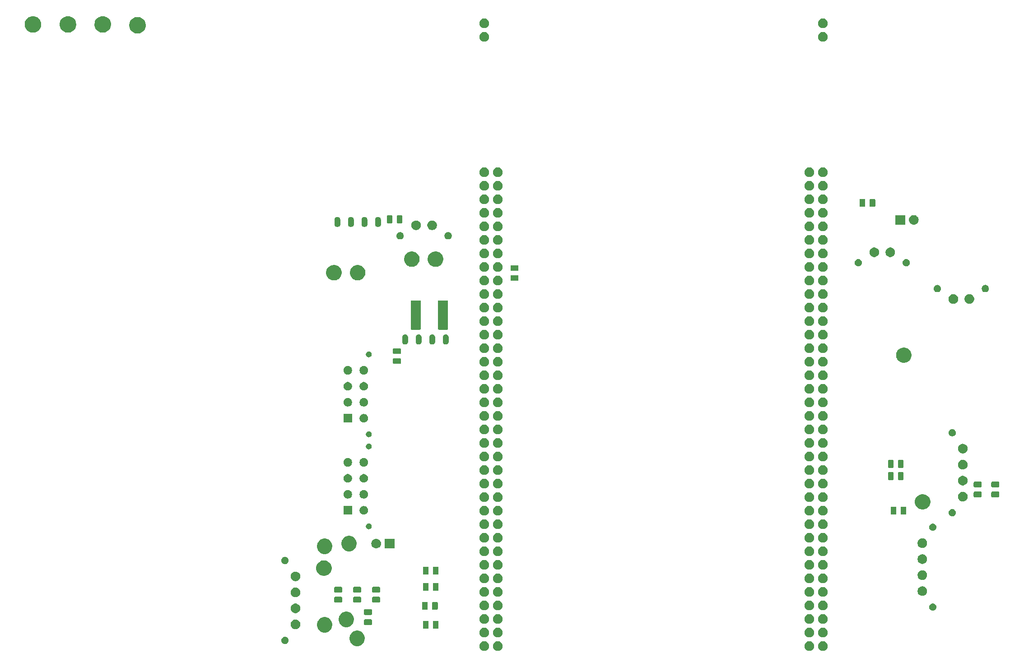
<source format=gbr>
G04 #@! TF.GenerationSoftware,KiCad,Pcbnew,(5.1.4)-1*
G04 #@! TF.CreationDate,2019-11-07T18:39:05-06:00*
G04 #@! TF.ProjectId,_autosave-_autosave-BPS-Nucleo,5f617574-6f73-4617-9665-2d5f6175746f,rev?*
G04 #@! TF.SameCoordinates,Original*
G04 #@! TF.FileFunction,Soldermask,Bot*
G04 #@! TF.FilePolarity,Negative*
%FSLAX46Y46*%
G04 Gerber Fmt 4.6, Leading zero omitted, Abs format (unit mm)*
G04 Created by KiCad (PCBNEW (5.1.4)-1) date 2019-11-07 18:39:05*
%MOMM*%
%LPD*%
G04 APERTURE LIST*
%ADD10C,0.100000*%
G04 APERTURE END LIST*
D10*
G36*
X188073512Y-143502927D02*
G01*
X188222812Y-143532624D01*
X188386784Y-143600544D01*
X188534354Y-143699147D01*
X188659853Y-143824646D01*
X188758456Y-143972216D01*
X188826376Y-144136188D01*
X188861000Y-144310259D01*
X188861000Y-144487741D01*
X188826376Y-144661812D01*
X188758456Y-144825784D01*
X188659853Y-144973354D01*
X188534354Y-145098853D01*
X188386784Y-145197456D01*
X188222812Y-145265376D01*
X188073512Y-145295073D01*
X188048742Y-145300000D01*
X187871258Y-145300000D01*
X187846488Y-145295073D01*
X187697188Y-145265376D01*
X187533216Y-145197456D01*
X187385646Y-145098853D01*
X187260147Y-144973354D01*
X187161544Y-144825784D01*
X187093624Y-144661812D01*
X187059000Y-144487741D01*
X187059000Y-144310259D01*
X187093624Y-144136188D01*
X187161544Y-143972216D01*
X187260147Y-143824646D01*
X187385646Y-143699147D01*
X187533216Y-143600544D01*
X187697188Y-143532624D01*
X187846488Y-143502927D01*
X187871258Y-143498000D01*
X188048742Y-143498000D01*
X188073512Y-143502927D01*
X188073512Y-143502927D01*
G37*
G36*
X185533512Y-143502927D02*
G01*
X185682812Y-143532624D01*
X185846784Y-143600544D01*
X185994354Y-143699147D01*
X186119853Y-143824646D01*
X186218456Y-143972216D01*
X186286376Y-144136188D01*
X186321000Y-144310259D01*
X186321000Y-144487741D01*
X186286376Y-144661812D01*
X186218456Y-144825784D01*
X186119853Y-144973354D01*
X185994354Y-145098853D01*
X185846784Y-145197456D01*
X185682812Y-145265376D01*
X185533512Y-145295073D01*
X185508742Y-145300000D01*
X185331258Y-145300000D01*
X185306488Y-145295073D01*
X185157188Y-145265376D01*
X184993216Y-145197456D01*
X184845646Y-145098853D01*
X184720147Y-144973354D01*
X184621544Y-144825784D01*
X184553624Y-144661812D01*
X184519000Y-144487741D01*
X184519000Y-144310259D01*
X184553624Y-144136188D01*
X184621544Y-143972216D01*
X184720147Y-143824646D01*
X184845646Y-143699147D01*
X184993216Y-143600544D01*
X185157188Y-143532624D01*
X185306488Y-143502927D01*
X185331258Y-143498000D01*
X185508742Y-143498000D01*
X185533512Y-143502927D01*
X185533512Y-143502927D01*
G37*
G36*
X124573512Y-143502927D02*
G01*
X124722812Y-143532624D01*
X124886784Y-143600544D01*
X125034354Y-143699147D01*
X125159853Y-143824646D01*
X125258456Y-143972216D01*
X125326376Y-144136188D01*
X125361000Y-144310259D01*
X125361000Y-144487741D01*
X125326376Y-144661812D01*
X125258456Y-144825784D01*
X125159853Y-144973354D01*
X125034354Y-145098853D01*
X124886784Y-145197456D01*
X124722812Y-145265376D01*
X124573512Y-145295073D01*
X124548742Y-145300000D01*
X124371258Y-145300000D01*
X124346488Y-145295073D01*
X124197188Y-145265376D01*
X124033216Y-145197456D01*
X123885646Y-145098853D01*
X123760147Y-144973354D01*
X123661544Y-144825784D01*
X123593624Y-144661812D01*
X123559000Y-144487741D01*
X123559000Y-144310259D01*
X123593624Y-144136188D01*
X123661544Y-143972216D01*
X123760147Y-143824646D01*
X123885646Y-143699147D01*
X124033216Y-143600544D01*
X124197188Y-143532624D01*
X124346488Y-143502927D01*
X124371258Y-143498000D01*
X124548742Y-143498000D01*
X124573512Y-143502927D01*
X124573512Y-143502927D01*
G37*
G36*
X127113512Y-143502927D02*
G01*
X127262812Y-143532624D01*
X127426784Y-143600544D01*
X127574354Y-143699147D01*
X127699853Y-143824646D01*
X127798456Y-143972216D01*
X127866376Y-144136188D01*
X127901000Y-144310259D01*
X127901000Y-144487741D01*
X127866376Y-144661812D01*
X127798456Y-144825784D01*
X127699853Y-144973354D01*
X127574354Y-145098853D01*
X127426784Y-145197456D01*
X127262812Y-145265376D01*
X127113512Y-145295073D01*
X127088742Y-145300000D01*
X126911258Y-145300000D01*
X126886488Y-145295073D01*
X126737188Y-145265376D01*
X126573216Y-145197456D01*
X126425646Y-145098853D01*
X126300147Y-144973354D01*
X126201544Y-144825784D01*
X126133624Y-144661812D01*
X126099000Y-144487741D01*
X126099000Y-144310259D01*
X126133624Y-144136188D01*
X126201544Y-143972216D01*
X126300147Y-143824646D01*
X126425646Y-143699147D01*
X126573216Y-143600544D01*
X126737188Y-143532624D01*
X126886488Y-143502927D01*
X126911258Y-143498000D01*
X127088742Y-143498000D01*
X127113512Y-143502927D01*
X127113512Y-143502927D01*
G37*
G36*
X101047881Y-141555960D02*
G01*
X101311945Y-141665339D01*
X101549598Y-141824134D01*
X101751706Y-142026242D01*
X101910501Y-142263895D01*
X102019880Y-142527959D01*
X102075640Y-142808288D01*
X102075640Y-143094112D01*
X102019880Y-143374441D01*
X101910501Y-143638505D01*
X101751706Y-143876158D01*
X101549598Y-144078266D01*
X101311945Y-144237061D01*
X101047881Y-144346440D01*
X100767552Y-144402200D01*
X100481728Y-144402200D01*
X100201399Y-144346440D01*
X99937335Y-144237061D01*
X99699682Y-144078266D01*
X99497574Y-143876158D01*
X99338779Y-143638505D01*
X99229400Y-143374441D01*
X99173640Y-143094112D01*
X99173640Y-142808288D01*
X99229400Y-142527959D01*
X99338779Y-142263895D01*
X99497574Y-142026242D01*
X99699682Y-141824134D01*
X99937335Y-141665339D01*
X100201399Y-141555960D01*
X100481728Y-141500200D01*
X100767552Y-141500200D01*
X101047881Y-141555960D01*
X101047881Y-141555960D01*
G37*
G36*
X87297578Y-142665202D02*
G01*
X87422421Y-142716914D01*
X87422423Y-142716915D01*
X87486904Y-142760000D01*
X87534779Y-142791989D01*
X87630331Y-142887541D01*
X87705406Y-142999899D01*
X87757118Y-143124742D01*
X87783480Y-143257274D01*
X87783480Y-143392406D01*
X87757118Y-143524938D01*
X87710076Y-143638506D01*
X87705405Y-143649783D01*
X87630331Y-143762139D01*
X87534779Y-143857691D01*
X87422423Y-143932765D01*
X87422422Y-143932766D01*
X87422421Y-143932766D01*
X87297578Y-143984478D01*
X87165046Y-144010840D01*
X87029914Y-144010840D01*
X86897382Y-143984478D01*
X86772539Y-143932766D01*
X86772538Y-143932766D01*
X86772537Y-143932765D01*
X86660181Y-143857691D01*
X86564629Y-143762139D01*
X86489555Y-143649783D01*
X86484884Y-143638506D01*
X86437842Y-143524938D01*
X86411480Y-143392406D01*
X86411480Y-143257274D01*
X86437842Y-143124742D01*
X86489554Y-142999899D01*
X86564629Y-142887541D01*
X86660181Y-142791989D01*
X86708056Y-142760000D01*
X86772537Y-142716915D01*
X86772539Y-142716914D01*
X86897382Y-142665202D01*
X87029914Y-142638840D01*
X87165046Y-142638840D01*
X87297578Y-142665202D01*
X87297578Y-142665202D01*
G37*
G36*
X185533512Y-140962927D02*
G01*
X185682812Y-140992624D01*
X185846784Y-141060544D01*
X185994354Y-141159147D01*
X186119853Y-141284646D01*
X186218456Y-141432216D01*
X186286376Y-141596188D01*
X186321000Y-141770259D01*
X186321000Y-141947741D01*
X186286376Y-142121812D01*
X186218456Y-142285784D01*
X186119853Y-142433354D01*
X185994354Y-142558853D01*
X185846784Y-142657456D01*
X185682812Y-142725376D01*
X185533512Y-142755073D01*
X185508742Y-142760000D01*
X185331258Y-142760000D01*
X185306488Y-142755073D01*
X185157188Y-142725376D01*
X184993216Y-142657456D01*
X184845646Y-142558853D01*
X184720147Y-142433354D01*
X184621544Y-142285784D01*
X184553624Y-142121812D01*
X184519000Y-141947741D01*
X184519000Y-141770259D01*
X184553624Y-141596188D01*
X184621544Y-141432216D01*
X184720147Y-141284646D01*
X184845646Y-141159147D01*
X184993216Y-141060544D01*
X185157188Y-140992624D01*
X185306488Y-140962927D01*
X185331258Y-140958000D01*
X185508742Y-140958000D01*
X185533512Y-140962927D01*
X185533512Y-140962927D01*
G37*
G36*
X188073512Y-140962927D02*
G01*
X188222812Y-140992624D01*
X188386784Y-141060544D01*
X188534354Y-141159147D01*
X188659853Y-141284646D01*
X188758456Y-141432216D01*
X188826376Y-141596188D01*
X188861000Y-141770259D01*
X188861000Y-141947741D01*
X188826376Y-142121812D01*
X188758456Y-142285784D01*
X188659853Y-142433354D01*
X188534354Y-142558853D01*
X188386784Y-142657456D01*
X188222812Y-142725376D01*
X188073512Y-142755073D01*
X188048742Y-142760000D01*
X187871258Y-142760000D01*
X187846488Y-142755073D01*
X187697188Y-142725376D01*
X187533216Y-142657456D01*
X187385646Y-142558853D01*
X187260147Y-142433354D01*
X187161544Y-142285784D01*
X187093624Y-142121812D01*
X187059000Y-141947741D01*
X187059000Y-141770259D01*
X187093624Y-141596188D01*
X187161544Y-141432216D01*
X187260147Y-141284646D01*
X187385646Y-141159147D01*
X187533216Y-141060544D01*
X187697188Y-140992624D01*
X187846488Y-140962927D01*
X187871258Y-140958000D01*
X188048742Y-140958000D01*
X188073512Y-140962927D01*
X188073512Y-140962927D01*
G37*
G36*
X127113512Y-140962927D02*
G01*
X127262812Y-140992624D01*
X127426784Y-141060544D01*
X127574354Y-141159147D01*
X127699853Y-141284646D01*
X127798456Y-141432216D01*
X127866376Y-141596188D01*
X127901000Y-141770259D01*
X127901000Y-141947741D01*
X127866376Y-142121812D01*
X127798456Y-142285784D01*
X127699853Y-142433354D01*
X127574354Y-142558853D01*
X127426784Y-142657456D01*
X127262812Y-142725376D01*
X127113512Y-142755073D01*
X127088742Y-142760000D01*
X126911258Y-142760000D01*
X126886488Y-142755073D01*
X126737188Y-142725376D01*
X126573216Y-142657456D01*
X126425646Y-142558853D01*
X126300147Y-142433354D01*
X126201544Y-142285784D01*
X126133624Y-142121812D01*
X126099000Y-141947741D01*
X126099000Y-141770259D01*
X126133624Y-141596188D01*
X126201544Y-141432216D01*
X126300147Y-141284646D01*
X126425646Y-141159147D01*
X126573216Y-141060544D01*
X126737188Y-140992624D01*
X126886488Y-140962927D01*
X126911258Y-140958000D01*
X127088742Y-140958000D01*
X127113512Y-140962927D01*
X127113512Y-140962927D01*
G37*
G36*
X124573512Y-140962927D02*
G01*
X124722812Y-140992624D01*
X124886784Y-141060544D01*
X125034354Y-141159147D01*
X125159853Y-141284646D01*
X125258456Y-141432216D01*
X125326376Y-141596188D01*
X125361000Y-141770259D01*
X125361000Y-141947741D01*
X125326376Y-142121812D01*
X125258456Y-142285784D01*
X125159853Y-142433354D01*
X125034354Y-142558853D01*
X124886784Y-142657456D01*
X124722812Y-142725376D01*
X124573512Y-142755073D01*
X124548742Y-142760000D01*
X124371258Y-142760000D01*
X124346488Y-142755073D01*
X124197188Y-142725376D01*
X124033216Y-142657456D01*
X123885646Y-142558853D01*
X123760147Y-142433354D01*
X123661544Y-142285784D01*
X123593624Y-142121812D01*
X123559000Y-141947741D01*
X123559000Y-141770259D01*
X123593624Y-141596188D01*
X123661544Y-141432216D01*
X123760147Y-141284646D01*
X123885646Y-141159147D01*
X124033216Y-141060544D01*
X124197188Y-140992624D01*
X124346488Y-140962927D01*
X124371258Y-140958000D01*
X124548742Y-140958000D01*
X124573512Y-140962927D01*
X124573512Y-140962927D01*
G37*
G36*
X94951881Y-139015960D02*
G01*
X95215945Y-139125339D01*
X95453598Y-139284134D01*
X95655706Y-139486242D01*
X95814501Y-139723895D01*
X95923880Y-139987959D01*
X95979640Y-140268288D01*
X95979640Y-140554112D01*
X95923880Y-140834441D01*
X95814501Y-141098505D01*
X95655706Y-141336158D01*
X95453598Y-141538266D01*
X95215945Y-141697061D01*
X94951881Y-141806440D01*
X94671552Y-141862200D01*
X94385728Y-141862200D01*
X94105399Y-141806440D01*
X93841335Y-141697061D01*
X93603682Y-141538266D01*
X93401574Y-141336158D01*
X93242779Y-141098505D01*
X93133400Y-140834441D01*
X93077640Y-140554112D01*
X93077640Y-140268288D01*
X93133400Y-139987959D01*
X93242779Y-139723895D01*
X93401574Y-139486242D01*
X93603682Y-139284134D01*
X93841335Y-139125339D01*
X94105399Y-139015960D01*
X94385728Y-138960200D01*
X94671552Y-138960200D01*
X94951881Y-139015960D01*
X94951881Y-139015960D01*
G37*
G36*
X89155487Y-139425683D02*
G01*
X89320292Y-139458464D01*
X89484264Y-139526384D01*
X89631834Y-139624987D01*
X89757333Y-139750486D01*
X89855936Y-139898056D01*
X89923856Y-140062028D01*
X89958480Y-140236099D01*
X89958480Y-140413581D01*
X89923856Y-140587652D01*
X89855936Y-140751624D01*
X89757333Y-140899194D01*
X89631834Y-141024693D01*
X89484264Y-141123296D01*
X89320292Y-141191216D01*
X89170992Y-141220913D01*
X89146222Y-141225840D01*
X88968738Y-141225840D01*
X88943968Y-141220913D01*
X88794668Y-141191216D01*
X88630696Y-141123296D01*
X88483126Y-141024693D01*
X88357627Y-140899194D01*
X88259024Y-140751624D01*
X88191104Y-140587652D01*
X88156480Y-140413581D01*
X88156480Y-140236099D01*
X88191104Y-140062028D01*
X88259024Y-139898056D01*
X88357627Y-139750486D01*
X88483126Y-139624987D01*
X88630696Y-139526384D01*
X88794668Y-139458464D01*
X88959473Y-139425683D01*
X88968738Y-139423840D01*
X89146222Y-139423840D01*
X89155487Y-139425683D01*
X89155487Y-139425683D01*
G37*
G36*
X113853608Y-139664765D02*
G01*
X113892278Y-139676496D01*
X113927917Y-139695546D01*
X113959157Y-139721183D01*
X113984794Y-139752423D01*
X114003844Y-139788062D01*
X114015575Y-139826732D01*
X114020140Y-139873088D01*
X114020140Y-140949312D01*
X114015575Y-140995668D01*
X114003844Y-141034338D01*
X113984794Y-141069977D01*
X113959157Y-141101217D01*
X113927917Y-141126854D01*
X113892278Y-141145904D01*
X113853608Y-141157635D01*
X113807252Y-141162200D01*
X113156028Y-141162200D01*
X113109672Y-141157635D01*
X113071002Y-141145904D01*
X113035363Y-141126854D01*
X113004123Y-141101217D01*
X112978486Y-141069977D01*
X112959436Y-141034338D01*
X112947705Y-140995668D01*
X112943140Y-140949312D01*
X112943140Y-139873088D01*
X112947705Y-139826732D01*
X112959436Y-139788062D01*
X112978486Y-139752423D01*
X113004123Y-139721183D01*
X113035363Y-139695546D01*
X113071002Y-139676496D01*
X113109672Y-139664765D01*
X113156028Y-139660200D01*
X113807252Y-139660200D01*
X113853608Y-139664765D01*
X113853608Y-139664765D01*
G37*
G36*
X115728608Y-139664765D02*
G01*
X115767278Y-139676496D01*
X115802917Y-139695546D01*
X115834157Y-139721183D01*
X115859794Y-139752423D01*
X115878844Y-139788062D01*
X115890575Y-139826732D01*
X115895140Y-139873088D01*
X115895140Y-140949312D01*
X115890575Y-140995668D01*
X115878844Y-141034338D01*
X115859794Y-141069977D01*
X115834157Y-141101217D01*
X115802917Y-141126854D01*
X115767278Y-141145904D01*
X115728608Y-141157635D01*
X115682252Y-141162200D01*
X115031028Y-141162200D01*
X114984672Y-141157635D01*
X114946002Y-141145904D01*
X114910363Y-141126854D01*
X114879123Y-141101217D01*
X114853486Y-141069977D01*
X114834436Y-141034338D01*
X114822705Y-140995668D01*
X114818140Y-140949312D01*
X114818140Y-139873088D01*
X114822705Y-139826732D01*
X114834436Y-139788062D01*
X114853486Y-139752423D01*
X114879123Y-139721183D01*
X114910363Y-139695546D01*
X114946002Y-139676496D01*
X114984672Y-139664765D01*
X115031028Y-139660200D01*
X115682252Y-139660200D01*
X115728608Y-139664765D01*
X115728608Y-139664765D01*
G37*
G36*
X99015881Y-137999960D02*
G01*
X99279945Y-138109339D01*
X99517598Y-138268134D01*
X99719706Y-138470242D01*
X99878501Y-138707895D01*
X99987880Y-138971959D01*
X100043640Y-139252288D01*
X100043640Y-139538112D01*
X99987880Y-139818441D01*
X99878501Y-140082505D01*
X99719706Y-140320158D01*
X99517598Y-140522266D01*
X99279945Y-140681061D01*
X99015881Y-140790440D01*
X98735552Y-140846200D01*
X98449728Y-140846200D01*
X98169399Y-140790440D01*
X97905335Y-140681061D01*
X97667682Y-140522266D01*
X97465574Y-140320158D01*
X97306779Y-140082505D01*
X97197400Y-139818441D01*
X97141640Y-139538112D01*
X97141640Y-139252288D01*
X97197400Y-138971959D01*
X97306779Y-138707895D01*
X97465574Y-138470242D01*
X97667682Y-138268134D01*
X97905335Y-138109339D01*
X98169399Y-137999960D01*
X98449728Y-137944200D01*
X98735552Y-137944200D01*
X99015881Y-137999960D01*
X99015881Y-137999960D01*
G37*
G36*
X103241108Y-139369265D02*
G01*
X103279778Y-139380996D01*
X103315417Y-139400046D01*
X103346657Y-139425683D01*
X103372294Y-139456923D01*
X103391344Y-139492562D01*
X103403075Y-139531232D01*
X103407640Y-139577588D01*
X103407640Y-140228812D01*
X103403075Y-140275168D01*
X103391344Y-140313838D01*
X103372294Y-140349477D01*
X103346657Y-140380717D01*
X103315417Y-140406354D01*
X103279778Y-140425404D01*
X103241108Y-140437135D01*
X103194752Y-140441700D01*
X102118528Y-140441700D01*
X102072172Y-140437135D01*
X102033502Y-140425404D01*
X101997863Y-140406354D01*
X101966623Y-140380717D01*
X101940986Y-140349477D01*
X101921936Y-140313838D01*
X101910205Y-140275168D01*
X101905640Y-140228812D01*
X101905640Y-139577588D01*
X101910205Y-139531232D01*
X101921936Y-139492562D01*
X101940986Y-139456923D01*
X101966623Y-139425683D01*
X101997863Y-139400046D01*
X102033502Y-139380996D01*
X102072172Y-139369265D01*
X102118528Y-139364700D01*
X103194752Y-139364700D01*
X103241108Y-139369265D01*
X103241108Y-139369265D01*
G37*
G36*
X188073512Y-138422927D02*
G01*
X188222812Y-138452624D01*
X188386784Y-138520544D01*
X188534354Y-138619147D01*
X188659853Y-138744646D01*
X188758456Y-138892216D01*
X188826376Y-139056188D01*
X188856073Y-139205488D01*
X188861000Y-139230258D01*
X188861000Y-139407742D01*
X188857798Y-139423840D01*
X188826376Y-139581812D01*
X188758456Y-139745784D01*
X188659853Y-139893354D01*
X188534354Y-140018853D01*
X188386784Y-140117456D01*
X188222812Y-140185376D01*
X188073512Y-140215073D01*
X188048742Y-140220000D01*
X187871258Y-140220000D01*
X187846488Y-140215073D01*
X187697188Y-140185376D01*
X187533216Y-140117456D01*
X187385646Y-140018853D01*
X187260147Y-139893354D01*
X187161544Y-139745784D01*
X187093624Y-139581812D01*
X187062202Y-139423840D01*
X187059000Y-139407742D01*
X187059000Y-139230258D01*
X187063927Y-139205488D01*
X187093624Y-139056188D01*
X187161544Y-138892216D01*
X187260147Y-138744646D01*
X187385646Y-138619147D01*
X187533216Y-138520544D01*
X187697188Y-138452624D01*
X187846488Y-138422927D01*
X187871258Y-138418000D01*
X188048742Y-138418000D01*
X188073512Y-138422927D01*
X188073512Y-138422927D01*
G37*
G36*
X185533512Y-138422927D02*
G01*
X185682812Y-138452624D01*
X185846784Y-138520544D01*
X185994354Y-138619147D01*
X186119853Y-138744646D01*
X186218456Y-138892216D01*
X186286376Y-139056188D01*
X186316073Y-139205488D01*
X186321000Y-139230258D01*
X186321000Y-139407742D01*
X186317798Y-139423840D01*
X186286376Y-139581812D01*
X186218456Y-139745784D01*
X186119853Y-139893354D01*
X185994354Y-140018853D01*
X185846784Y-140117456D01*
X185682812Y-140185376D01*
X185533512Y-140215073D01*
X185508742Y-140220000D01*
X185331258Y-140220000D01*
X185306488Y-140215073D01*
X185157188Y-140185376D01*
X184993216Y-140117456D01*
X184845646Y-140018853D01*
X184720147Y-139893354D01*
X184621544Y-139745784D01*
X184553624Y-139581812D01*
X184522202Y-139423840D01*
X184519000Y-139407742D01*
X184519000Y-139230258D01*
X184523927Y-139205488D01*
X184553624Y-139056188D01*
X184621544Y-138892216D01*
X184720147Y-138744646D01*
X184845646Y-138619147D01*
X184993216Y-138520544D01*
X185157188Y-138452624D01*
X185306488Y-138422927D01*
X185331258Y-138418000D01*
X185508742Y-138418000D01*
X185533512Y-138422927D01*
X185533512Y-138422927D01*
G37*
G36*
X124573512Y-138422927D02*
G01*
X124722812Y-138452624D01*
X124886784Y-138520544D01*
X125034354Y-138619147D01*
X125159853Y-138744646D01*
X125258456Y-138892216D01*
X125326376Y-139056188D01*
X125356073Y-139205488D01*
X125361000Y-139230258D01*
X125361000Y-139407742D01*
X125357798Y-139423840D01*
X125326376Y-139581812D01*
X125258456Y-139745784D01*
X125159853Y-139893354D01*
X125034354Y-140018853D01*
X124886784Y-140117456D01*
X124722812Y-140185376D01*
X124573512Y-140215073D01*
X124548742Y-140220000D01*
X124371258Y-140220000D01*
X124346488Y-140215073D01*
X124197188Y-140185376D01*
X124033216Y-140117456D01*
X123885646Y-140018853D01*
X123760147Y-139893354D01*
X123661544Y-139745784D01*
X123593624Y-139581812D01*
X123562202Y-139423840D01*
X123559000Y-139407742D01*
X123559000Y-139230258D01*
X123563927Y-139205488D01*
X123593624Y-139056188D01*
X123661544Y-138892216D01*
X123760147Y-138744646D01*
X123885646Y-138619147D01*
X124033216Y-138520544D01*
X124197188Y-138452624D01*
X124346488Y-138422927D01*
X124371258Y-138418000D01*
X124548742Y-138418000D01*
X124573512Y-138422927D01*
X124573512Y-138422927D01*
G37*
G36*
X127113512Y-138422927D02*
G01*
X127262812Y-138452624D01*
X127426784Y-138520544D01*
X127574354Y-138619147D01*
X127699853Y-138744646D01*
X127798456Y-138892216D01*
X127866376Y-139056188D01*
X127896073Y-139205488D01*
X127901000Y-139230258D01*
X127901000Y-139407742D01*
X127897798Y-139423840D01*
X127866376Y-139581812D01*
X127798456Y-139745784D01*
X127699853Y-139893354D01*
X127574354Y-140018853D01*
X127426784Y-140117456D01*
X127262812Y-140185376D01*
X127113512Y-140215073D01*
X127088742Y-140220000D01*
X126911258Y-140220000D01*
X126886488Y-140215073D01*
X126737188Y-140185376D01*
X126573216Y-140117456D01*
X126425646Y-140018853D01*
X126300147Y-139893354D01*
X126201544Y-139745784D01*
X126133624Y-139581812D01*
X126102202Y-139423840D01*
X126099000Y-139407742D01*
X126099000Y-139230258D01*
X126103927Y-139205488D01*
X126133624Y-139056188D01*
X126201544Y-138892216D01*
X126300147Y-138744646D01*
X126425646Y-138619147D01*
X126573216Y-138520544D01*
X126737188Y-138452624D01*
X126886488Y-138422927D01*
X126911258Y-138418000D01*
X127088742Y-138418000D01*
X127113512Y-138422927D01*
X127113512Y-138422927D01*
G37*
G36*
X103241108Y-137494265D02*
G01*
X103279778Y-137505996D01*
X103315417Y-137525046D01*
X103346657Y-137550683D01*
X103372294Y-137581923D01*
X103391344Y-137617562D01*
X103403075Y-137656232D01*
X103407640Y-137702588D01*
X103407640Y-138353812D01*
X103403075Y-138400168D01*
X103391344Y-138438838D01*
X103372294Y-138474477D01*
X103346657Y-138505717D01*
X103315417Y-138531354D01*
X103279778Y-138550404D01*
X103241108Y-138562135D01*
X103194752Y-138566700D01*
X102118528Y-138566700D01*
X102072172Y-138562135D01*
X102033502Y-138550404D01*
X101997863Y-138531354D01*
X101966623Y-138505717D01*
X101940986Y-138474477D01*
X101921936Y-138438838D01*
X101910205Y-138400168D01*
X101905640Y-138353812D01*
X101905640Y-137702588D01*
X101910205Y-137656232D01*
X101921936Y-137617562D01*
X101940986Y-137581923D01*
X101966623Y-137550683D01*
X101997863Y-137525046D01*
X102033502Y-137505996D01*
X102072172Y-137494265D01*
X102118528Y-137489700D01*
X103194752Y-137489700D01*
X103241108Y-137494265D01*
X103241108Y-137494265D01*
G37*
G36*
X89165838Y-136427742D02*
G01*
X89320292Y-136458464D01*
X89484264Y-136526384D01*
X89631834Y-136624987D01*
X89757333Y-136750486D01*
X89855936Y-136898056D01*
X89923856Y-137062028D01*
X89958480Y-137236099D01*
X89958480Y-137413581D01*
X89923856Y-137587652D01*
X89855936Y-137751624D01*
X89757333Y-137899194D01*
X89631834Y-138024693D01*
X89484264Y-138123296D01*
X89320292Y-138191216D01*
X89170992Y-138220913D01*
X89146222Y-138225840D01*
X88968738Y-138225840D01*
X88943968Y-138220913D01*
X88794668Y-138191216D01*
X88630696Y-138123296D01*
X88483126Y-138024693D01*
X88357627Y-137899194D01*
X88259024Y-137751624D01*
X88191104Y-137587652D01*
X88156480Y-137413581D01*
X88156480Y-137236099D01*
X88191104Y-137062028D01*
X88259024Y-136898056D01*
X88357627Y-136750486D01*
X88483126Y-136624987D01*
X88630696Y-136526384D01*
X88794668Y-136458464D01*
X88949122Y-136427742D01*
X88968738Y-136423840D01*
X89146222Y-136423840D01*
X89165838Y-136427742D01*
X89165838Y-136427742D01*
G37*
G36*
X208763698Y-136427742D02*
G01*
X208837869Y-136458465D01*
X208888543Y-136479455D01*
X209000899Y-136554529D01*
X209096451Y-136650081D01*
X209163540Y-136750486D01*
X209171526Y-136762439D01*
X209223238Y-136887282D01*
X209249600Y-137019814D01*
X209249600Y-137154946D01*
X209223238Y-137287478D01*
X209195951Y-137353354D01*
X209171525Y-137412323D01*
X209096451Y-137524679D01*
X209000899Y-137620231D01*
X208888543Y-137695305D01*
X208888542Y-137695306D01*
X208888541Y-137695306D01*
X208763698Y-137747018D01*
X208631166Y-137773380D01*
X208496034Y-137773380D01*
X208363502Y-137747018D01*
X208238659Y-137695306D01*
X208238658Y-137695306D01*
X208238657Y-137695305D01*
X208126301Y-137620231D01*
X208030749Y-137524679D01*
X207955675Y-137412323D01*
X207931249Y-137353354D01*
X207903962Y-137287478D01*
X207877600Y-137154946D01*
X207877600Y-137019814D01*
X207903962Y-136887282D01*
X207955674Y-136762439D01*
X207963661Y-136750486D01*
X208030749Y-136650081D01*
X208126301Y-136554529D01*
X208238657Y-136479455D01*
X208289331Y-136458465D01*
X208363502Y-136427742D01*
X208496034Y-136401380D01*
X208631166Y-136401380D01*
X208763698Y-136427742D01*
X208763698Y-136427742D01*
G37*
G36*
X185533512Y-135882927D02*
G01*
X185682812Y-135912624D01*
X185846784Y-135980544D01*
X185994354Y-136079147D01*
X186119853Y-136204646D01*
X186218456Y-136352216D01*
X186286376Y-136516188D01*
X186321000Y-136690259D01*
X186321000Y-136867741D01*
X186286376Y-137041812D01*
X186218456Y-137205784D01*
X186119853Y-137353354D01*
X185994354Y-137478853D01*
X185846784Y-137577456D01*
X185682812Y-137645376D01*
X185533512Y-137675073D01*
X185508742Y-137680000D01*
X185331258Y-137680000D01*
X185306488Y-137675073D01*
X185157188Y-137645376D01*
X184993216Y-137577456D01*
X184845646Y-137478853D01*
X184720147Y-137353354D01*
X184621544Y-137205784D01*
X184553624Y-137041812D01*
X184519000Y-136867741D01*
X184519000Y-136690259D01*
X184553624Y-136516188D01*
X184621544Y-136352216D01*
X184720147Y-136204646D01*
X184845646Y-136079147D01*
X184993216Y-135980544D01*
X185157188Y-135912624D01*
X185306488Y-135882927D01*
X185331258Y-135878000D01*
X185508742Y-135878000D01*
X185533512Y-135882927D01*
X185533512Y-135882927D01*
G37*
G36*
X127113512Y-135882927D02*
G01*
X127262812Y-135912624D01*
X127426784Y-135980544D01*
X127574354Y-136079147D01*
X127699853Y-136204646D01*
X127798456Y-136352216D01*
X127866376Y-136516188D01*
X127901000Y-136690259D01*
X127901000Y-136867741D01*
X127866376Y-137041812D01*
X127798456Y-137205784D01*
X127699853Y-137353354D01*
X127574354Y-137478853D01*
X127426784Y-137577456D01*
X127262812Y-137645376D01*
X127113512Y-137675073D01*
X127088742Y-137680000D01*
X126911258Y-137680000D01*
X126886488Y-137675073D01*
X126737188Y-137645376D01*
X126573216Y-137577456D01*
X126425646Y-137478853D01*
X126300147Y-137353354D01*
X126201544Y-137205784D01*
X126133624Y-137041812D01*
X126099000Y-136867741D01*
X126099000Y-136690259D01*
X126133624Y-136516188D01*
X126201544Y-136352216D01*
X126300147Y-136204646D01*
X126425646Y-136079147D01*
X126573216Y-135980544D01*
X126737188Y-135912624D01*
X126886488Y-135882927D01*
X126911258Y-135878000D01*
X127088742Y-135878000D01*
X127113512Y-135882927D01*
X127113512Y-135882927D01*
G37*
G36*
X124573512Y-135882927D02*
G01*
X124722812Y-135912624D01*
X124886784Y-135980544D01*
X125034354Y-136079147D01*
X125159853Y-136204646D01*
X125258456Y-136352216D01*
X125326376Y-136516188D01*
X125361000Y-136690259D01*
X125361000Y-136867741D01*
X125326376Y-137041812D01*
X125258456Y-137205784D01*
X125159853Y-137353354D01*
X125034354Y-137478853D01*
X124886784Y-137577456D01*
X124722812Y-137645376D01*
X124573512Y-137675073D01*
X124548742Y-137680000D01*
X124371258Y-137680000D01*
X124346488Y-137675073D01*
X124197188Y-137645376D01*
X124033216Y-137577456D01*
X123885646Y-137478853D01*
X123760147Y-137353354D01*
X123661544Y-137205784D01*
X123593624Y-137041812D01*
X123559000Y-136867741D01*
X123559000Y-136690259D01*
X123593624Y-136516188D01*
X123661544Y-136352216D01*
X123760147Y-136204646D01*
X123885646Y-136079147D01*
X124033216Y-135980544D01*
X124197188Y-135912624D01*
X124346488Y-135882927D01*
X124371258Y-135878000D01*
X124548742Y-135878000D01*
X124573512Y-135882927D01*
X124573512Y-135882927D01*
G37*
G36*
X188073512Y-135882927D02*
G01*
X188222812Y-135912624D01*
X188386784Y-135980544D01*
X188534354Y-136079147D01*
X188659853Y-136204646D01*
X188758456Y-136352216D01*
X188826376Y-136516188D01*
X188861000Y-136690259D01*
X188861000Y-136867741D01*
X188826376Y-137041812D01*
X188758456Y-137205784D01*
X188659853Y-137353354D01*
X188534354Y-137478853D01*
X188386784Y-137577456D01*
X188222812Y-137645376D01*
X188073512Y-137675073D01*
X188048742Y-137680000D01*
X187871258Y-137680000D01*
X187846488Y-137675073D01*
X187697188Y-137645376D01*
X187533216Y-137577456D01*
X187385646Y-137478853D01*
X187260147Y-137353354D01*
X187161544Y-137205784D01*
X187093624Y-137041812D01*
X187059000Y-136867741D01*
X187059000Y-136690259D01*
X187093624Y-136516188D01*
X187161544Y-136352216D01*
X187260147Y-136204646D01*
X187385646Y-136079147D01*
X187533216Y-135980544D01*
X187697188Y-135912624D01*
X187846488Y-135882927D01*
X187871258Y-135878000D01*
X188048742Y-135878000D01*
X188073512Y-135882927D01*
X188073512Y-135882927D01*
G37*
G36*
X113696608Y-136108765D02*
G01*
X113735278Y-136120496D01*
X113770917Y-136139546D01*
X113802157Y-136165183D01*
X113827794Y-136196423D01*
X113846844Y-136232062D01*
X113858575Y-136270732D01*
X113863140Y-136317088D01*
X113863140Y-137393312D01*
X113858575Y-137439668D01*
X113846844Y-137478338D01*
X113827794Y-137513977D01*
X113802157Y-137545217D01*
X113770917Y-137570854D01*
X113735278Y-137589904D01*
X113696608Y-137601635D01*
X113650252Y-137606200D01*
X112999028Y-137606200D01*
X112952672Y-137601635D01*
X112914002Y-137589904D01*
X112878363Y-137570854D01*
X112847123Y-137545217D01*
X112821486Y-137513977D01*
X112802436Y-137478338D01*
X112790705Y-137439668D01*
X112786140Y-137393312D01*
X112786140Y-136317088D01*
X112790705Y-136270732D01*
X112802436Y-136232062D01*
X112821486Y-136196423D01*
X112847123Y-136165183D01*
X112878363Y-136139546D01*
X112914002Y-136120496D01*
X112952672Y-136108765D01*
X112999028Y-136104200D01*
X113650252Y-136104200D01*
X113696608Y-136108765D01*
X113696608Y-136108765D01*
G37*
G36*
X115571608Y-136108765D02*
G01*
X115610278Y-136120496D01*
X115645917Y-136139546D01*
X115677157Y-136165183D01*
X115702794Y-136196423D01*
X115721844Y-136232062D01*
X115733575Y-136270732D01*
X115738140Y-136317088D01*
X115738140Y-137393312D01*
X115733575Y-137439668D01*
X115721844Y-137478338D01*
X115702794Y-137513977D01*
X115677157Y-137545217D01*
X115645917Y-137570854D01*
X115610278Y-137589904D01*
X115571608Y-137601635D01*
X115525252Y-137606200D01*
X114874028Y-137606200D01*
X114827672Y-137601635D01*
X114789002Y-137589904D01*
X114753363Y-137570854D01*
X114722123Y-137545217D01*
X114696486Y-137513977D01*
X114677436Y-137478338D01*
X114665705Y-137439668D01*
X114661140Y-137393312D01*
X114661140Y-136317088D01*
X114665705Y-136270732D01*
X114677436Y-136232062D01*
X114696486Y-136196423D01*
X114722123Y-136165183D01*
X114753363Y-136139546D01*
X114789002Y-136120496D01*
X114827672Y-136108765D01*
X114874028Y-136104200D01*
X115525252Y-136104200D01*
X115571608Y-136108765D01*
X115571608Y-136108765D01*
G37*
G36*
X101209108Y-135148265D02*
G01*
X101247778Y-135159996D01*
X101283417Y-135179046D01*
X101314657Y-135204683D01*
X101340294Y-135235923D01*
X101359344Y-135271562D01*
X101371075Y-135310232D01*
X101375640Y-135356588D01*
X101375640Y-136007812D01*
X101371075Y-136054168D01*
X101359344Y-136092838D01*
X101340294Y-136128477D01*
X101314657Y-136159717D01*
X101283417Y-136185354D01*
X101247778Y-136204404D01*
X101209108Y-136216135D01*
X101162752Y-136220700D01*
X100086528Y-136220700D01*
X100040172Y-136216135D01*
X100001502Y-136204404D01*
X99965863Y-136185354D01*
X99934623Y-136159717D01*
X99908986Y-136128477D01*
X99889936Y-136092838D01*
X99878205Y-136054168D01*
X99873640Y-136007812D01*
X99873640Y-135356588D01*
X99878205Y-135310232D01*
X99889936Y-135271562D01*
X99908986Y-135235923D01*
X99934623Y-135204683D01*
X99965863Y-135179046D01*
X100001502Y-135159996D01*
X100040172Y-135148265D01*
X100086528Y-135143700D01*
X101162752Y-135143700D01*
X101209108Y-135148265D01*
X101209108Y-135148265D01*
G37*
G36*
X97653108Y-135148265D02*
G01*
X97691778Y-135159996D01*
X97727417Y-135179046D01*
X97758657Y-135204683D01*
X97784294Y-135235923D01*
X97803344Y-135271562D01*
X97815075Y-135310232D01*
X97819640Y-135356588D01*
X97819640Y-136007812D01*
X97815075Y-136054168D01*
X97803344Y-136092838D01*
X97784294Y-136128477D01*
X97758657Y-136159717D01*
X97727417Y-136185354D01*
X97691778Y-136204404D01*
X97653108Y-136216135D01*
X97606752Y-136220700D01*
X96530528Y-136220700D01*
X96484172Y-136216135D01*
X96445502Y-136204404D01*
X96409863Y-136185354D01*
X96378623Y-136159717D01*
X96352986Y-136128477D01*
X96333936Y-136092838D01*
X96322205Y-136054168D01*
X96317640Y-136007812D01*
X96317640Y-135356588D01*
X96322205Y-135310232D01*
X96333936Y-135271562D01*
X96352986Y-135235923D01*
X96378623Y-135204683D01*
X96409863Y-135179046D01*
X96445502Y-135159996D01*
X96484172Y-135148265D01*
X96530528Y-135143700D01*
X97606752Y-135143700D01*
X97653108Y-135148265D01*
X97653108Y-135148265D01*
G37*
G36*
X104765108Y-135148265D02*
G01*
X104803778Y-135159996D01*
X104839417Y-135179046D01*
X104870657Y-135204683D01*
X104896294Y-135235923D01*
X104915344Y-135271562D01*
X104927075Y-135310232D01*
X104931640Y-135356588D01*
X104931640Y-136007812D01*
X104927075Y-136054168D01*
X104915344Y-136092838D01*
X104896294Y-136128477D01*
X104870657Y-136159717D01*
X104839417Y-136185354D01*
X104803778Y-136204404D01*
X104765108Y-136216135D01*
X104718752Y-136220700D01*
X103642528Y-136220700D01*
X103596172Y-136216135D01*
X103557502Y-136204404D01*
X103521863Y-136185354D01*
X103490623Y-136159717D01*
X103464986Y-136128477D01*
X103445936Y-136092838D01*
X103434205Y-136054168D01*
X103429640Y-136007812D01*
X103429640Y-135356588D01*
X103434205Y-135310232D01*
X103445936Y-135271562D01*
X103464986Y-135235923D01*
X103490623Y-135204683D01*
X103521863Y-135179046D01*
X103557502Y-135159996D01*
X103596172Y-135148265D01*
X103642528Y-135143700D01*
X104718752Y-135143700D01*
X104765108Y-135148265D01*
X104765108Y-135148265D01*
G37*
G36*
X89170992Y-133428767D02*
G01*
X89320292Y-133458464D01*
X89484264Y-133526384D01*
X89631834Y-133624987D01*
X89757333Y-133750486D01*
X89855936Y-133898056D01*
X89923856Y-134062028D01*
X89958480Y-134236099D01*
X89958480Y-134413581D01*
X89923856Y-134587652D01*
X89855936Y-134751624D01*
X89757333Y-134899194D01*
X89631834Y-135024693D01*
X89484264Y-135123296D01*
X89320292Y-135191216D01*
X89170992Y-135220913D01*
X89146222Y-135225840D01*
X88968738Y-135225840D01*
X88943968Y-135220913D01*
X88794668Y-135191216D01*
X88630696Y-135123296D01*
X88483126Y-135024693D01*
X88357627Y-134899194D01*
X88259024Y-134751624D01*
X88191104Y-134587652D01*
X88156480Y-134413581D01*
X88156480Y-134236099D01*
X88191104Y-134062028D01*
X88259024Y-133898056D01*
X88357627Y-133750486D01*
X88483126Y-133624987D01*
X88630696Y-133526384D01*
X88794668Y-133458464D01*
X88943968Y-133428767D01*
X88968738Y-133423840D01*
X89146222Y-133423840D01*
X89170992Y-133428767D01*
X89170992Y-133428767D01*
G37*
G36*
X124573512Y-133342927D02*
G01*
X124722812Y-133372624D01*
X124886784Y-133440544D01*
X125034354Y-133539147D01*
X125159853Y-133664646D01*
X125258456Y-133812216D01*
X125326376Y-133976188D01*
X125361000Y-134150259D01*
X125361000Y-134327741D01*
X125326376Y-134501812D01*
X125258456Y-134665784D01*
X125159853Y-134813354D01*
X125034354Y-134938853D01*
X124886784Y-135037456D01*
X124722812Y-135105376D01*
X124573512Y-135135073D01*
X124548742Y-135140000D01*
X124371258Y-135140000D01*
X124346488Y-135135073D01*
X124197188Y-135105376D01*
X124033216Y-135037456D01*
X123885646Y-134938853D01*
X123760147Y-134813354D01*
X123661544Y-134665784D01*
X123593624Y-134501812D01*
X123559000Y-134327741D01*
X123559000Y-134150259D01*
X123593624Y-133976188D01*
X123661544Y-133812216D01*
X123760147Y-133664646D01*
X123885646Y-133539147D01*
X124033216Y-133440544D01*
X124197188Y-133372624D01*
X124346488Y-133342927D01*
X124371258Y-133338000D01*
X124548742Y-133338000D01*
X124573512Y-133342927D01*
X124573512Y-133342927D01*
G37*
G36*
X188073512Y-133342927D02*
G01*
X188222812Y-133372624D01*
X188386784Y-133440544D01*
X188534354Y-133539147D01*
X188659853Y-133664646D01*
X188758456Y-133812216D01*
X188826376Y-133976188D01*
X188861000Y-134150259D01*
X188861000Y-134327741D01*
X188826376Y-134501812D01*
X188758456Y-134665784D01*
X188659853Y-134813354D01*
X188534354Y-134938853D01*
X188386784Y-135037456D01*
X188222812Y-135105376D01*
X188073512Y-135135073D01*
X188048742Y-135140000D01*
X187871258Y-135140000D01*
X187846488Y-135135073D01*
X187697188Y-135105376D01*
X187533216Y-135037456D01*
X187385646Y-134938853D01*
X187260147Y-134813354D01*
X187161544Y-134665784D01*
X187093624Y-134501812D01*
X187059000Y-134327741D01*
X187059000Y-134150259D01*
X187093624Y-133976188D01*
X187161544Y-133812216D01*
X187260147Y-133664646D01*
X187385646Y-133539147D01*
X187533216Y-133440544D01*
X187697188Y-133372624D01*
X187846488Y-133342927D01*
X187871258Y-133338000D01*
X188048742Y-133338000D01*
X188073512Y-133342927D01*
X188073512Y-133342927D01*
G37*
G36*
X127113512Y-133342927D02*
G01*
X127262812Y-133372624D01*
X127426784Y-133440544D01*
X127574354Y-133539147D01*
X127699853Y-133664646D01*
X127798456Y-133812216D01*
X127866376Y-133976188D01*
X127901000Y-134150259D01*
X127901000Y-134327741D01*
X127866376Y-134501812D01*
X127798456Y-134665784D01*
X127699853Y-134813354D01*
X127574354Y-134938853D01*
X127426784Y-135037456D01*
X127262812Y-135105376D01*
X127113512Y-135135073D01*
X127088742Y-135140000D01*
X126911258Y-135140000D01*
X126886488Y-135135073D01*
X126737188Y-135105376D01*
X126573216Y-135037456D01*
X126425646Y-134938853D01*
X126300147Y-134813354D01*
X126201544Y-134665784D01*
X126133624Y-134501812D01*
X126099000Y-134327741D01*
X126099000Y-134150259D01*
X126133624Y-133976188D01*
X126201544Y-133812216D01*
X126300147Y-133664646D01*
X126425646Y-133539147D01*
X126573216Y-133440544D01*
X126737188Y-133372624D01*
X126886488Y-133342927D01*
X126911258Y-133338000D01*
X127088742Y-133338000D01*
X127113512Y-133342927D01*
X127113512Y-133342927D01*
G37*
G36*
X185533512Y-133342927D02*
G01*
X185682812Y-133372624D01*
X185846784Y-133440544D01*
X185994354Y-133539147D01*
X186119853Y-133664646D01*
X186218456Y-133812216D01*
X186286376Y-133976188D01*
X186321000Y-134150259D01*
X186321000Y-134327741D01*
X186286376Y-134501812D01*
X186218456Y-134665784D01*
X186119853Y-134813354D01*
X185994354Y-134938853D01*
X185846784Y-135037456D01*
X185682812Y-135105376D01*
X185533512Y-135135073D01*
X185508742Y-135140000D01*
X185331258Y-135140000D01*
X185306488Y-135135073D01*
X185157188Y-135105376D01*
X184993216Y-135037456D01*
X184845646Y-134938853D01*
X184720147Y-134813354D01*
X184621544Y-134665784D01*
X184553624Y-134501812D01*
X184519000Y-134327741D01*
X184519000Y-134150259D01*
X184553624Y-133976188D01*
X184621544Y-133812216D01*
X184720147Y-133664646D01*
X184845646Y-133539147D01*
X184993216Y-133440544D01*
X185157188Y-133372624D01*
X185306488Y-133342927D01*
X185331258Y-133338000D01*
X185508742Y-133338000D01*
X185533512Y-133342927D01*
X185533512Y-133342927D01*
G37*
G36*
X206717112Y-133191307D02*
G01*
X206866412Y-133221004D01*
X207030384Y-133288924D01*
X207177954Y-133387527D01*
X207303453Y-133513026D01*
X207402056Y-133660596D01*
X207469976Y-133824568D01*
X207504600Y-133998639D01*
X207504600Y-134176121D01*
X207469976Y-134350192D01*
X207402056Y-134514164D01*
X207303453Y-134661734D01*
X207177954Y-134787233D01*
X207030384Y-134885836D01*
X206866412Y-134953756D01*
X206717112Y-134983453D01*
X206692342Y-134988380D01*
X206514858Y-134988380D01*
X206490088Y-134983453D01*
X206340788Y-134953756D01*
X206176816Y-134885836D01*
X206029246Y-134787233D01*
X205903747Y-134661734D01*
X205805144Y-134514164D01*
X205737224Y-134350192D01*
X205702600Y-134176121D01*
X205702600Y-133998639D01*
X205737224Y-133824568D01*
X205805144Y-133660596D01*
X205903747Y-133513026D01*
X206029246Y-133387527D01*
X206176816Y-133288924D01*
X206340788Y-133221004D01*
X206490088Y-133191307D01*
X206514858Y-133186380D01*
X206692342Y-133186380D01*
X206717112Y-133191307D01*
X206717112Y-133191307D01*
G37*
G36*
X101209108Y-133273265D02*
G01*
X101247778Y-133284996D01*
X101283417Y-133304046D01*
X101314657Y-133329683D01*
X101340294Y-133360923D01*
X101359344Y-133396562D01*
X101371075Y-133435232D01*
X101375640Y-133481588D01*
X101375640Y-134132812D01*
X101371075Y-134179168D01*
X101359344Y-134217838D01*
X101340294Y-134253477D01*
X101314657Y-134284717D01*
X101283417Y-134310354D01*
X101247778Y-134329404D01*
X101209108Y-134341135D01*
X101162752Y-134345700D01*
X100086528Y-134345700D01*
X100040172Y-134341135D01*
X100001502Y-134329404D01*
X99965863Y-134310354D01*
X99934623Y-134284717D01*
X99908986Y-134253477D01*
X99889936Y-134217838D01*
X99878205Y-134179168D01*
X99873640Y-134132812D01*
X99873640Y-133481588D01*
X99878205Y-133435232D01*
X99889936Y-133396562D01*
X99908986Y-133360923D01*
X99934623Y-133329683D01*
X99965863Y-133304046D01*
X100001502Y-133284996D01*
X100040172Y-133273265D01*
X100086528Y-133268700D01*
X101162752Y-133268700D01*
X101209108Y-133273265D01*
X101209108Y-133273265D01*
G37*
G36*
X104765108Y-133273265D02*
G01*
X104803778Y-133284996D01*
X104839417Y-133304046D01*
X104870657Y-133329683D01*
X104896294Y-133360923D01*
X104915344Y-133396562D01*
X104927075Y-133435232D01*
X104931640Y-133481588D01*
X104931640Y-134132812D01*
X104927075Y-134179168D01*
X104915344Y-134217838D01*
X104896294Y-134253477D01*
X104870657Y-134284717D01*
X104839417Y-134310354D01*
X104803778Y-134329404D01*
X104765108Y-134341135D01*
X104718752Y-134345700D01*
X103642528Y-134345700D01*
X103596172Y-134341135D01*
X103557502Y-134329404D01*
X103521863Y-134310354D01*
X103490623Y-134284717D01*
X103464986Y-134253477D01*
X103445936Y-134217838D01*
X103434205Y-134179168D01*
X103429640Y-134132812D01*
X103429640Y-133481588D01*
X103434205Y-133435232D01*
X103445936Y-133396562D01*
X103464986Y-133360923D01*
X103490623Y-133329683D01*
X103521863Y-133304046D01*
X103557502Y-133284996D01*
X103596172Y-133273265D01*
X103642528Y-133268700D01*
X104718752Y-133268700D01*
X104765108Y-133273265D01*
X104765108Y-133273265D01*
G37*
G36*
X97653108Y-133273265D02*
G01*
X97691778Y-133284996D01*
X97727417Y-133304046D01*
X97758657Y-133329683D01*
X97784294Y-133360923D01*
X97803344Y-133396562D01*
X97815075Y-133435232D01*
X97819640Y-133481588D01*
X97819640Y-134132812D01*
X97815075Y-134179168D01*
X97803344Y-134217838D01*
X97784294Y-134253477D01*
X97758657Y-134284717D01*
X97727417Y-134310354D01*
X97691778Y-134329404D01*
X97653108Y-134341135D01*
X97606752Y-134345700D01*
X96530528Y-134345700D01*
X96484172Y-134341135D01*
X96445502Y-134329404D01*
X96409863Y-134310354D01*
X96378623Y-134284717D01*
X96352986Y-134253477D01*
X96333936Y-134217838D01*
X96322205Y-134179168D01*
X96317640Y-134132812D01*
X96317640Y-133481588D01*
X96322205Y-133435232D01*
X96333936Y-133396562D01*
X96352986Y-133360923D01*
X96378623Y-133329683D01*
X96409863Y-133304046D01*
X96445502Y-133284996D01*
X96484172Y-133273265D01*
X96530528Y-133268700D01*
X97606752Y-133268700D01*
X97653108Y-133273265D01*
X97653108Y-133273265D01*
G37*
G36*
X113853608Y-132552765D02*
G01*
X113892278Y-132564496D01*
X113927917Y-132583546D01*
X113959157Y-132609183D01*
X113984794Y-132640423D01*
X114003844Y-132676062D01*
X114015575Y-132714732D01*
X114020140Y-132761088D01*
X114020140Y-133837312D01*
X114015575Y-133883668D01*
X114003844Y-133922338D01*
X113984794Y-133957977D01*
X113959157Y-133989217D01*
X113927917Y-134014854D01*
X113892278Y-134033904D01*
X113853608Y-134045635D01*
X113807252Y-134050200D01*
X113156028Y-134050200D01*
X113109672Y-134045635D01*
X113071002Y-134033904D01*
X113035363Y-134014854D01*
X113004123Y-133989217D01*
X112978486Y-133957977D01*
X112959436Y-133922338D01*
X112947705Y-133883668D01*
X112943140Y-133837312D01*
X112943140Y-132761088D01*
X112947705Y-132714732D01*
X112959436Y-132676062D01*
X112978486Y-132640423D01*
X113004123Y-132609183D01*
X113035363Y-132583546D01*
X113071002Y-132564496D01*
X113109672Y-132552765D01*
X113156028Y-132548200D01*
X113807252Y-132548200D01*
X113853608Y-132552765D01*
X113853608Y-132552765D01*
G37*
G36*
X115728608Y-132552765D02*
G01*
X115767278Y-132564496D01*
X115802917Y-132583546D01*
X115834157Y-132609183D01*
X115859794Y-132640423D01*
X115878844Y-132676062D01*
X115890575Y-132714732D01*
X115895140Y-132761088D01*
X115895140Y-133837312D01*
X115890575Y-133883668D01*
X115878844Y-133922338D01*
X115859794Y-133957977D01*
X115834157Y-133989217D01*
X115802917Y-134014854D01*
X115767278Y-134033904D01*
X115728608Y-134045635D01*
X115682252Y-134050200D01*
X115031028Y-134050200D01*
X114984672Y-134045635D01*
X114946002Y-134033904D01*
X114910363Y-134014854D01*
X114879123Y-133989217D01*
X114853486Y-133957977D01*
X114834436Y-133922338D01*
X114822705Y-133883668D01*
X114818140Y-133837312D01*
X114818140Y-132761088D01*
X114822705Y-132714732D01*
X114834436Y-132676062D01*
X114853486Y-132640423D01*
X114879123Y-132609183D01*
X114910363Y-132583546D01*
X114946002Y-132564496D01*
X114984672Y-132552765D01*
X115031028Y-132548200D01*
X115682252Y-132548200D01*
X115728608Y-132552765D01*
X115728608Y-132552765D01*
G37*
G36*
X127113512Y-130802927D02*
G01*
X127262812Y-130832624D01*
X127426784Y-130900544D01*
X127574354Y-130999147D01*
X127699853Y-131124646D01*
X127798456Y-131272216D01*
X127866376Y-131436188D01*
X127901000Y-131610259D01*
X127901000Y-131787741D01*
X127866376Y-131961812D01*
X127798456Y-132125784D01*
X127699853Y-132273354D01*
X127574354Y-132398853D01*
X127426784Y-132497456D01*
X127262812Y-132565376D01*
X127121032Y-132593577D01*
X127088742Y-132600000D01*
X126911258Y-132600000D01*
X126878968Y-132593577D01*
X126737188Y-132565376D01*
X126573216Y-132497456D01*
X126425646Y-132398853D01*
X126300147Y-132273354D01*
X126201544Y-132125784D01*
X126133624Y-131961812D01*
X126099000Y-131787741D01*
X126099000Y-131610259D01*
X126133624Y-131436188D01*
X126201544Y-131272216D01*
X126300147Y-131124646D01*
X126425646Y-130999147D01*
X126573216Y-130900544D01*
X126737188Y-130832624D01*
X126886488Y-130802927D01*
X126911258Y-130798000D01*
X127088742Y-130798000D01*
X127113512Y-130802927D01*
X127113512Y-130802927D01*
G37*
G36*
X124573512Y-130802927D02*
G01*
X124722812Y-130832624D01*
X124886784Y-130900544D01*
X125034354Y-130999147D01*
X125159853Y-131124646D01*
X125258456Y-131272216D01*
X125326376Y-131436188D01*
X125361000Y-131610259D01*
X125361000Y-131787741D01*
X125326376Y-131961812D01*
X125258456Y-132125784D01*
X125159853Y-132273354D01*
X125034354Y-132398853D01*
X124886784Y-132497456D01*
X124722812Y-132565376D01*
X124581032Y-132593577D01*
X124548742Y-132600000D01*
X124371258Y-132600000D01*
X124338968Y-132593577D01*
X124197188Y-132565376D01*
X124033216Y-132497456D01*
X123885646Y-132398853D01*
X123760147Y-132273354D01*
X123661544Y-132125784D01*
X123593624Y-131961812D01*
X123559000Y-131787741D01*
X123559000Y-131610259D01*
X123593624Y-131436188D01*
X123661544Y-131272216D01*
X123760147Y-131124646D01*
X123885646Y-130999147D01*
X124033216Y-130900544D01*
X124197188Y-130832624D01*
X124346488Y-130802927D01*
X124371258Y-130798000D01*
X124548742Y-130798000D01*
X124573512Y-130802927D01*
X124573512Y-130802927D01*
G37*
G36*
X185533512Y-130802927D02*
G01*
X185682812Y-130832624D01*
X185846784Y-130900544D01*
X185994354Y-130999147D01*
X186119853Y-131124646D01*
X186218456Y-131272216D01*
X186286376Y-131436188D01*
X186321000Y-131610259D01*
X186321000Y-131787741D01*
X186286376Y-131961812D01*
X186218456Y-132125784D01*
X186119853Y-132273354D01*
X185994354Y-132398853D01*
X185846784Y-132497456D01*
X185682812Y-132565376D01*
X185541032Y-132593577D01*
X185508742Y-132600000D01*
X185331258Y-132600000D01*
X185298968Y-132593577D01*
X185157188Y-132565376D01*
X184993216Y-132497456D01*
X184845646Y-132398853D01*
X184720147Y-132273354D01*
X184621544Y-132125784D01*
X184553624Y-131961812D01*
X184519000Y-131787741D01*
X184519000Y-131610259D01*
X184553624Y-131436188D01*
X184621544Y-131272216D01*
X184720147Y-131124646D01*
X184845646Y-130999147D01*
X184993216Y-130900544D01*
X185157188Y-130832624D01*
X185306488Y-130802927D01*
X185331258Y-130798000D01*
X185508742Y-130798000D01*
X185533512Y-130802927D01*
X185533512Y-130802927D01*
G37*
G36*
X188073512Y-130802927D02*
G01*
X188222812Y-130832624D01*
X188386784Y-130900544D01*
X188534354Y-130999147D01*
X188659853Y-131124646D01*
X188758456Y-131272216D01*
X188826376Y-131436188D01*
X188861000Y-131610259D01*
X188861000Y-131787741D01*
X188826376Y-131961812D01*
X188758456Y-132125784D01*
X188659853Y-132273354D01*
X188534354Y-132398853D01*
X188386784Y-132497456D01*
X188222812Y-132565376D01*
X188081032Y-132593577D01*
X188048742Y-132600000D01*
X187871258Y-132600000D01*
X187838968Y-132593577D01*
X187697188Y-132565376D01*
X187533216Y-132497456D01*
X187385646Y-132398853D01*
X187260147Y-132273354D01*
X187161544Y-132125784D01*
X187093624Y-131961812D01*
X187059000Y-131787741D01*
X187059000Y-131610259D01*
X187093624Y-131436188D01*
X187161544Y-131272216D01*
X187260147Y-131124646D01*
X187385646Y-130999147D01*
X187533216Y-130900544D01*
X187697188Y-130832624D01*
X187846488Y-130802927D01*
X187871258Y-130798000D01*
X188048742Y-130798000D01*
X188073512Y-130802927D01*
X188073512Y-130802927D01*
G37*
G36*
X89170992Y-130428767D02*
G01*
X89320292Y-130458464D01*
X89484264Y-130526384D01*
X89631834Y-130624987D01*
X89757333Y-130750486D01*
X89855936Y-130898056D01*
X89923856Y-131062028D01*
X89958480Y-131236099D01*
X89958480Y-131413581D01*
X89923856Y-131587652D01*
X89855936Y-131751624D01*
X89757333Y-131899194D01*
X89631834Y-132024693D01*
X89484264Y-132123296D01*
X89320292Y-132191216D01*
X89170992Y-132220913D01*
X89146222Y-132225840D01*
X88968738Y-132225840D01*
X88943968Y-132220913D01*
X88794668Y-132191216D01*
X88630696Y-132123296D01*
X88483126Y-132024693D01*
X88357627Y-131899194D01*
X88259024Y-131751624D01*
X88191104Y-131587652D01*
X88156480Y-131413581D01*
X88156480Y-131236099D01*
X88191104Y-131062028D01*
X88259024Y-130898056D01*
X88357627Y-130750486D01*
X88483126Y-130624987D01*
X88630696Y-130526384D01*
X88794668Y-130458464D01*
X88943968Y-130428767D01*
X88968738Y-130423840D01*
X89146222Y-130423840D01*
X89170992Y-130428767D01*
X89170992Y-130428767D01*
G37*
G36*
X206717112Y-130191307D02*
G01*
X206866412Y-130221004D01*
X207030384Y-130288924D01*
X207177954Y-130387527D01*
X207303453Y-130513026D01*
X207402056Y-130660596D01*
X207469976Y-130824568D01*
X207504600Y-130998639D01*
X207504600Y-131176121D01*
X207469976Y-131350192D01*
X207402056Y-131514164D01*
X207303453Y-131661734D01*
X207177954Y-131787233D01*
X207030384Y-131885836D01*
X206866412Y-131953756D01*
X206717112Y-131983453D01*
X206692342Y-131988380D01*
X206514858Y-131988380D01*
X206490088Y-131983453D01*
X206340788Y-131953756D01*
X206176816Y-131885836D01*
X206029246Y-131787233D01*
X205903747Y-131661734D01*
X205805144Y-131514164D01*
X205737224Y-131350192D01*
X205702600Y-131176121D01*
X205702600Y-130998639D01*
X205737224Y-130824568D01*
X205805144Y-130660596D01*
X205903747Y-130513026D01*
X206029246Y-130387527D01*
X206176816Y-130288924D01*
X206340788Y-130221004D01*
X206490088Y-130191307D01*
X206514858Y-130186380D01*
X206692342Y-130186380D01*
X206717112Y-130191307D01*
X206717112Y-130191307D01*
G37*
G36*
X94819801Y-128383520D02*
G01*
X95083865Y-128492899D01*
X95321518Y-128651694D01*
X95523626Y-128853802D01*
X95682421Y-129091455D01*
X95791800Y-129355519D01*
X95847560Y-129635848D01*
X95847560Y-129921672D01*
X95791800Y-130202001D01*
X95682421Y-130466065D01*
X95523626Y-130703718D01*
X95321518Y-130905826D01*
X95083865Y-131064621D01*
X94819801Y-131174000D01*
X94539472Y-131229760D01*
X94253648Y-131229760D01*
X93973319Y-131174000D01*
X93709255Y-131064621D01*
X93471602Y-130905826D01*
X93269494Y-130703718D01*
X93110699Y-130466065D01*
X93001320Y-130202001D01*
X92945560Y-129921672D01*
X92945560Y-129635848D01*
X93001320Y-129355519D01*
X93110699Y-129091455D01*
X93269494Y-128853802D01*
X93471602Y-128651694D01*
X93709255Y-128492899D01*
X93973319Y-128383520D01*
X94253648Y-128327760D01*
X94539472Y-128327760D01*
X94819801Y-128383520D01*
X94819801Y-128383520D01*
G37*
G36*
X113853608Y-129504765D02*
G01*
X113892278Y-129516496D01*
X113927917Y-129535546D01*
X113959157Y-129561183D01*
X113984794Y-129592423D01*
X114003844Y-129628062D01*
X114015575Y-129666732D01*
X114020140Y-129713088D01*
X114020140Y-130789312D01*
X114015575Y-130835668D01*
X114003844Y-130874338D01*
X113984794Y-130909977D01*
X113959157Y-130941217D01*
X113927917Y-130966854D01*
X113892278Y-130985904D01*
X113853608Y-130997635D01*
X113807252Y-131002200D01*
X113156028Y-131002200D01*
X113109672Y-130997635D01*
X113071002Y-130985904D01*
X113035363Y-130966854D01*
X113004123Y-130941217D01*
X112978486Y-130909977D01*
X112959436Y-130874338D01*
X112947705Y-130835668D01*
X112943140Y-130789312D01*
X112943140Y-129713088D01*
X112947705Y-129666732D01*
X112959436Y-129628062D01*
X112978486Y-129592423D01*
X113004123Y-129561183D01*
X113035363Y-129535546D01*
X113071002Y-129516496D01*
X113109672Y-129504765D01*
X113156028Y-129500200D01*
X113807252Y-129500200D01*
X113853608Y-129504765D01*
X113853608Y-129504765D01*
G37*
G36*
X115728608Y-129504765D02*
G01*
X115767278Y-129516496D01*
X115802917Y-129535546D01*
X115834157Y-129561183D01*
X115859794Y-129592423D01*
X115878844Y-129628062D01*
X115890575Y-129666732D01*
X115895140Y-129713088D01*
X115895140Y-130789312D01*
X115890575Y-130835668D01*
X115878844Y-130874338D01*
X115859794Y-130909977D01*
X115834157Y-130941217D01*
X115802917Y-130966854D01*
X115767278Y-130985904D01*
X115728608Y-130997635D01*
X115682252Y-131002200D01*
X115031028Y-131002200D01*
X114984672Y-130997635D01*
X114946002Y-130985904D01*
X114910363Y-130966854D01*
X114879123Y-130941217D01*
X114853486Y-130909977D01*
X114834436Y-130874338D01*
X114822705Y-130835668D01*
X114818140Y-130789312D01*
X114818140Y-129713088D01*
X114822705Y-129666732D01*
X114834436Y-129628062D01*
X114853486Y-129592423D01*
X114879123Y-129561183D01*
X114910363Y-129535546D01*
X114946002Y-129516496D01*
X114984672Y-129504765D01*
X115031028Y-129500200D01*
X115682252Y-129500200D01*
X115728608Y-129504765D01*
X115728608Y-129504765D01*
G37*
G36*
X185533512Y-128262927D02*
G01*
X185682812Y-128292624D01*
X185846784Y-128360544D01*
X185994354Y-128459147D01*
X186119853Y-128584646D01*
X186218456Y-128732216D01*
X186286376Y-128896188D01*
X186321000Y-129070259D01*
X186321000Y-129247741D01*
X186286376Y-129421812D01*
X186218456Y-129585784D01*
X186119853Y-129733354D01*
X185994354Y-129858853D01*
X185846784Y-129957456D01*
X185682812Y-130025376D01*
X185533512Y-130055073D01*
X185508742Y-130060000D01*
X185331258Y-130060000D01*
X185306488Y-130055073D01*
X185157188Y-130025376D01*
X184993216Y-129957456D01*
X184845646Y-129858853D01*
X184720147Y-129733354D01*
X184621544Y-129585784D01*
X184553624Y-129421812D01*
X184519000Y-129247741D01*
X184519000Y-129070259D01*
X184553624Y-128896188D01*
X184621544Y-128732216D01*
X184720147Y-128584646D01*
X184845646Y-128459147D01*
X184993216Y-128360544D01*
X185157188Y-128292624D01*
X185306488Y-128262927D01*
X185331258Y-128258000D01*
X185508742Y-128258000D01*
X185533512Y-128262927D01*
X185533512Y-128262927D01*
G37*
G36*
X188073512Y-128262927D02*
G01*
X188222812Y-128292624D01*
X188386784Y-128360544D01*
X188534354Y-128459147D01*
X188659853Y-128584646D01*
X188758456Y-128732216D01*
X188826376Y-128896188D01*
X188861000Y-129070259D01*
X188861000Y-129247741D01*
X188826376Y-129421812D01*
X188758456Y-129585784D01*
X188659853Y-129733354D01*
X188534354Y-129858853D01*
X188386784Y-129957456D01*
X188222812Y-130025376D01*
X188073512Y-130055073D01*
X188048742Y-130060000D01*
X187871258Y-130060000D01*
X187846488Y-130055073D01*
X187697188Y-130025376D01*
X187533216Y-129957456D01*
X187385646Y-129858853D01*
X187260147Y-129733354D01*
X187161544Y-129585784D01*
X187093624Y-129421812D01*
X187059000Y-129247741D01*
X187059000Y-129070259D01*
X187093624Y-128896188D01*
X187161544Y-128732216D01*
X187260147Y-128584646D01*
X187385646Y-128459147D01*
X187533216Y-128360544D01*
X187697188Y-128292624D01*
X187846488Y-128262927D01*
X187871258Y-128258000D01*
X188048742Y-128258000D01*
X188073512Y-128262927D01*
X188073512Y-128262927D01*
G37*
G36*
X127113512Y-128262927D02*
G01*
X127262812Y-128292624D01*
X127426784Y-128360544D01*
X127574354Y-128459147D01*
X127699853Y-128584646D01*
X127798456Y-128732216D01*
X127866376Y-128896188D01*
X127901000Y-129070259D01*
X127901000Y-129247741D01*
X127866376Y-129421812D01*
X127798456Y-129585784D01*
X127699853Y-129733354D01*
X127574354Y-129858853D01*
X127426784Y-129957456D01*
X127262812Y-130025376D01*
X127113512Y-130055073D01*
X127088742Y-130060000D01*
X126911258Y-130060000D01*
X126886488Y-130055073D01*
X126737188Y-130025376D01*
X126573216Y-129957456D01*
X126425646Y-129858853D01*
X126300147Y-129733354D01*
X126201544Y-129585784D01*
X126133624Y-129421812D01*
X126099000Y-129247741D01*
X126099000Y-129070259D01*
X126133624Y-128896188D01*
X126201544Y-128732216D01*
X126300147Y-128584646D01*
X126425646Y-128459147D01*
X126573216Y-128360544D01*
X126737188Y-128292624D01*
X126886488Y-128262927D01*
X126911258Y-128258000D01*
X127088742Y-128258000D01*
X127113512Y-128262927D01*
X127113512Y-128262927D01*
G37*
G36*
X124573512Y-128262927D02*
G01*
X124722812Y-128292624D01*
X124886784Y-128360544D01*
X125034354Y-128459147D01*
X125159853Y-128584646D01*
X125258456Y-128732216D01*
X125326376Y-128896188D01*
X125361000Y-129070259D01*
X125361000Y-129247741D01*
X125326376Y-129421812D01*
X125258456Y-129585784D01*
X125159853Y-129733354D01*
X125034354Y-129858853D01*
X124886784Y-129957456D01*
X124722812Y-130025376D01*
X124573512Y-130055073D01*
X124548742Y-130060000D01*
X124371258Y-130060000D01*
X124346488Y-130055073D01*
X124197188Y-130025376D01*
X124033216Y-129957456D01*
X123885646Y-129858853D01*
X123760147Y-129733354D01*
X123661544Y-129585784D01*
X123593624Y-129421812D01*
X123559000Y-129247741D01*
X123559000Y-129070259D01*
X123593624Y-128896188D01*
X123661544Y-128732216D01*
X123760147Y-128584646D01*
X123885646Y-128459147D01*
X124033216Y-128360544D01*
X124197188Y-128292624D01*
X124346488Y-128262927D01*
X124371258Y-128258000D01*
X124548742Y-128258000D01*
X124573512Y-128262927D01*
X124573512Y-128262927D01*
G37*
G36*
X87297578Y-127665202D02*
G01*
X87422421Y-127716914D01*
X87422423Y-127716915D01*
X87534779Y-127791989D01*
X87630331Y-127887541D01*
X87704564Y-127998638D01*
X87705406Y-127999899D01*
X87757118Y-128124742D01*
X87783480Y-128257274D01*
X87783480Y-128392406D01*
X87757118Y-128524938D01*
X87705406Y-128649781D01*
X87705405Y-128649783D01*
X87630331Y-128762139D01*
X87534779Y-128857691D01*
X87422423Y-128932765D01*
X87422422Y-128932766D01*
X87422421Y-128932766D01*
X87297578Y-128984478D01*
X87165046Y-129010840D01*
X87029914Y-129010840D01*
X86897382Y-128984478D01*
X86772539Y-128932766D01*
X86772538Y-128932766D01*
X86772537Y-128932765D01*
X86660181Y-128857691D01*
X86564629Y-128762139D01*
X86489555Y-128649783D01*
X86489554Y-128649781D01*
X86437842Y-128524938D01*
X86411480Y-128392406D01*
X86411480Y-128257274D01*
X86437842Y-128124742D01*
X86489554Y-127999899D01*
X86490397Y-127998638D01*
X86564629Y-127887541D01*
X86660181Y-127791989D01*
X86772537Y-127716915D01*
X86772539Y-127716914D01*
X86897382Y-127665202D01*
X87029914Y-127638840D01*
X87165046Y-127638840D01*
X87297578Y-127665202D01*
X87297578Y-127665202D01*
G37*
G36*
X206717112Y-127191307D02*
G01*
X206866412Y-127221004D01*
X207030384Y-127288924D01*
X207177954Y-127387527D01*
X207303453Y-127513026D01*
X207402056Y-127660596D01*
X207469976Y-127824568D01*
X207504600Y-127998639D01*
X207504600Y-128176121D01*
X207469976Y-128350192D01*
X207402056Y-128514164D01*
X207303453Y-128661734D01*
X207177954Y-128787233D01*
X207030384Y-128885836D01*
X206866412Y-128953756D01*
X206717112Y-128983453D01*
X206692342Y-128988380D01*
X206514858Y-128988380D01*
X206490088Y-128983453D01*
X206340788Y-128953756D01*
X206176816Y-128885836D01*
X206029246Y-128787233D01*
X205903747Y-128661734D01*
X205805144Y-128514164D01*
X205737224Y-128350192D01*
X205702600Y-128176121D01*
X205702600Y-127998639D01*
X205737224Y-127824568D01*
X205805144Y-127660596D01*
X205903747Y-127513026D01*
X206029246Y-127387527D01*
X206176816Y-127288924D01*
X206340788Y-127221004D01*
X206490088Y-127191307D01*
X206514858Y-127186380D01*
X206692342Y-127186380D01*
X206717112Y-127191307D01*
X206717112Y-127191307D01*
G37*
G36*
X127113512Y-125722927D02*
G01*
X127262812Y-125752624D01*
X127426784Y-125820544D01*
X127574354Y-125919147D01*
X127699853Y-126044646D01*
X127798456Y-126192216D01*
X127866376Y-126356188D01*
X127901000Y-126530259D01*
X127901000Y-126707741D01*
X127866376Y-126881812D01*
X127798456Y-127045784D01*
X127699853Y-127193354D01*
X127574354Y-127318853D01*
X127426784Y-127417456D01*
X127262812Y-127485376D01*
X127113512Y-127515073D01*
X127088742Y-127520000D01*
X126911258Y-127520000D01*
X126886488Y-127515073D01*
X126737188Y-127485376D01*
X126573216Y-127417456D01*
X126425646Y-127318853D01*
X126300147Y-127193354D01*
X126201544Y-127045784D01*
X126133624Y-126881812D01*
X126099000Y-126707741D01*
X126099000Y-126530259D01*
X126133624Y-126356188D01*
X126201544Y-126192216D01*
X126300147Y-126044646D01*
X126425646Y-125919147D01*
X126573216Y-125820544D01*
X126737188Y-125752624D01*
X126886488Y-125722927D01*
X126911258Y-125718000D01*
X127088742Y-125718000D01*
X127113512Y-125722927D01*
X127113512Y-125722927D01*
G37*
G36*
X188073512Y-125722927D02*
G01*
X188222812Y-125752624D01*
X188386784Y-125820544D01*
X188534354Y-125919147D01*
X188659853Y-126044646D01*
X188758456Y-126192216D01*
X188826376Y-126356188D01*
X188861000Y-126530259D01*
X188861000Y-126707741D01*
X188826376Y-126881812D01*
X188758456Y-127045784D01*
X188659853Y-127193354D01*
X188534354Y-127318853D01*
X188386784Y-127417456D01*
X188222812Y-127485376D01*
X188073512Y-127515073D01*
X188048742Y-127520000D01*
X187871258Y-127520000D01*
X187846488Y-127515073D01*
X187697188Y-127485376D01*
X187533216Y-127417456D01*
X187385646Y-127318853D01*
X187260147Y-127193354D01*
X187161544Y-127045784D01*
X187093624Y-126881812D01*
X187059000Y-126707741D01*
X187059000Y-126530259D01*
X187093624Y-126356188D01*
X187161544Y-126192216D01*
X187260147Y-126044646D01*
X187385646Y-125919147D01*
X187533216Y-125820544D01*
X187697188Y-125752624D01*
X187846488Y-125722927D01*
X187871258Y-125718000D01*
X188048742Y-125718000D01*
X188073512Y-125722927D01*
X188073512Y-125722927D01*
G37*
G36*
X185533512Y-125722927D02*
G01*
X185682812Y-125752624D01*
X185846784Y-125820544D01*
X185994354Y-125919147D01*
X186119853Y-126044646D01*
X186218456Y-126192216D01*
X186286376Y-126356188D01*
X186321000Y-126530259D01*
X186321000Y-126707741D01*
X186286376Y-126881812D01*
X186218456Y-127045784D01*
X186119853Y-127193354D01*
X185994354Y-127318853D01*
X185846784Y-127417456D01*
X185682812Y-127485376D01*
X185533512Y-127515073D01*
X185508742Y-127520000D01*
X185331258Y-127520000D01*
X185306488Y-127515073D01*
X185157188Y-127485376D01*
X184993216Y-127417456D01*
X184845646Y-127318853D01*
X184720147Y-127193354D01*
X184621544Y-127045784D01*
X184553624Y-126881812D01*
X184519000Y-126707741D01*
X184519000Y-126530259D01*
X184553624Y-126356188D01*
X184621544Y-126192216D01*
X184720147Y-126044646D01*
X184845646Y-125919147D01*
X184993216Y-125820544D01*
X185157188Y-125752624D01*
X185306488Y-125722927D01*
X185331258Y-125718000D01*
X185508742Y-125718000D01*
X185533512Y-125722927D01*
X185533512Y-125722927D01*
G37*
G36*
X124573512Y-125722927D02*
G01*
X124722812Y-125752624D01*
X124886784Y-125820544D01*
X125034354Y-125919147D01*
X125159853Y-126044646D01*
X125258456Y-126192216D01*
X125326376Y-126356188D01*
X125361000Y-126530259D01*
X125361000Y-126707741D01*
X125326376Y-126881812D01*
X125258456Y-127045784D01*
X125159853Y-127193354D01*
X125034354Y-127318853D01*
X124886784Y-127417456D01*
X124722812Y-127485376D01*
X124573512Y-127515073D01*
X124548742Y-127520000D01*
X124371258Y-127520000D01*
X124346488Y-127515073D01*
X124197188Y-127485376D01*
X124033216Y-127417456D01*
X123885646Y-127318853D01*
X123760147Y-127193354D01*
X123661544Y-127045784D01*
X123593624Y-126881812D01*
X123559000Y-126707741D01*
X123559000Y-126530259D01*
X123593624Y-126356188D01*
X123661544Y-126192216D01*
X123760147Y-126044646D01*
X123885646Y-125919147D01*
X124033216Y-125820544D01*
X124197188Y-125752624D01*
X124346488Y-125722927D01*
X124371258Y-125718000D01*
X124548742Y-125718000D01*
X124573512Y-125722927D01*
X124573512Y-125722927D01*
G37*
G36*
X94951881Y-124283960D02*
G01*
X95215945Y-124393339D01*
X95453598Y-124552134D01*
X95655706Y-124754242D01*
X95814501Y-124991895D01*
X95923880Y-125255959D01*
X95979640Y-125536288D01*
X95979640Y-125822112D01*
X95923880Y-126102441D01*
X95814501Y-126366505D01*
X95655706Y-126604158D01*
X95453598Y-126806266D01*
X95215945Y-126965061D01*
X94951881Y-127074440D01*
X94671552Y-127130200D01*
X94385728Y-127130200D01*
X94105399Y-127074440D01*
X93841335Y-126965061D01*
X93603682Y-126806266D01*
X93401574Y-126604158D01*
X93242779Y-126366505D01*
X93133400Y-126102441D01*
X93077640Y-125822112D01*
X93077640Y-125536288D01*
X93133400Y-125255959D01*
X93242779Y-124991895D01*
X93401574Y-124754242D01*
X93603682Y-124552134D01*
X93841335Y-124393339D01*
X94105399Y-124283960D01*
X94385728Y-124228200D01*
X94671552Y-124228200D01*
X94951881Y-124283960D01*
X94951881Y-124283960D01*
G37*
G36*
X99523881Y-123775960D02*
G01*
X99787945Y-123885339D01*
X100025598Y-124044134D01*
X100227706Y-124246242D01*
X100386501Y-124483895D01*
X100495880Y-124747959D01*
X100551640Y-125028288D01*
X100551640Y-125314112D01*
X100495880Y-125594441D01*
X100386501Y-125858505D01*
X100227706Y-126096158D01*
X100025598Y-126298266D01*
X99787945Y-126457061D01*
X99523881Y-126566440D01*
X99243552Y-126622200D01*
X98957728Y-126622200D01*
X98677399Y-126566440D01*
X98413335Y-126457061D01*
X98175682Y-126298266D01*
X97973574Y-126096158D01*
X97814779Y-125858505D01*
X97705400Y-125594441D01*
X97649640Y-125314112D01*
X97649640Y-125028288D01*
X97705400Y-124747959D01*
X97814779Y-124483895D01*
X97973574Y-124246242D01*
X98175682Y-124044134D01*
X98413335Y-123885339D01*
X98677399Y-123775960D01*
X98957728Y-123720200D01*
X99243552Y-123720200D01*
X99523881Y-123775960D01*
X99523881Y-123775960D01*
G37*
G36*
X107621640Y-126072200D02*
G01*
X105819640Y-126072200D01*
X105819640Y-124270200D01*
X107621640Y-124270200D01*
X107621640Y-126072200D01*
X107621640Y-126072200D01*
G37*
G36*
X104291082Y-124276718D02*
G01*
X104357267Y-124283237D01*
X104527106Y-124334757D01*
X104683631Y-124418422D01*
X104719369Y-124447752D01*
X104820826Y-124531014D01*
X104904088Y-124632471D01*
X104933418Y-124668209D01*
X105017083Y-124824734D01*
X105068603Y-124994573D01*
X105085999Y-125171200D01*
X105068603Y-125347827D01*
X105017083Y-125517666D01*
X104933418Y-125674191D01*
X104904088Y-125709929D01*
X104820826Y-125811386D01*
X104730107Y-125885836D01*
X104683631Y-125923978D01*
X104527106Y-126007643D01*
X104357267Y-126059163D01*
X104291082Y-126065682D01*
X104224900Y-126072200D01*
X104136380Y-126072200D01*
X104070198Y-126065682D01*
X104004013Y-126059163D01*
X103834174Y-126007643D01*
X103677649Y-125923978D01*
X103631173Y-125885836D01*
X103540454Y-125811386D01*
X103457192Y-125709929D01*
X103427862Y-125674191D01*
X103344197Y-125517666D01*
X103292677Y-125347827D01*
X103275281Y-125171200D01*
X103292677Y-124994573D01*
X103344197Y-124824734D01*
X103427862Y-124668209D01*
X103457192Y-124632471D01*
X103540454Y-124531014D01*
X103641911Y-124447752D01*
X103677649Y-124418422D01*
X103834174Y-124334757D01*
X104004013Y-124283237D01*
X104070198Y-124276718D01*
X104136380Y-124270200D01*
X104224900Y-124270200D01*
X104291082Y-124276718D01*
X104291082Y-124276718D01*
G37*
G36*
X206717112Y-124191307D02*
G01*
X206866412Y-124221004D01*
X207030384Y-124288924D01*
X207177954Y-124387527D01*
X207303453Y-124513026D01*
X207402056Y-124660596D01*
X207469976Y-124824568D01*
X207499673Y-124973868D01*
X207503259Y-124991894D01*
X207504600Y-124998639D01*
X207504600Y-125176121D01*
X207469976Y-125350192D01*
X207402056Y-125514164D01*
X207303453Y-125661734D01*
X207177954Y-125787233D01*
X207030384Y-125885836D01*
X206866412Y-125953756D01*
X206717112Y-125983453D01*
X206692342Y-125988380D01*
X206514858Y-125988380D01*
X206490088Y-125983453D01*
X206340788Y-125953756D01*
X206176816Y-125885836D01*
X206029246Y-125787233D01*
X205903747Y-125661734D01*
X205805144Y-125514164D01*
X205737224Y-125350192D01*
X205702600Y-125176121D01*
X205702600Y-124998639D01*
X205703942Y-124991894D01*
X205707527Y-124973868D01*
X205737224Y-124824568D01*
X205805144Y-124660596D01*
X205903747Y-124513026D01*
X206029246Y-124387527D01*
X206176816Y-124288924D01*
X206340788Y-124221004D01*
X206490088Y-124191307D01*
X206514858Y-124186380D01*
X206692342Y-124186380D01*
X206717112Y-124191307D01*
X206717112Y-124191307D01*
G37*
G36*
X185533512Y-123182927D02*
G01*
X185682812Y-123212624D01*
X185846784Y-123280544D01*
X185994354Y-123379147D01*
X186119853Y-123504646D01*
X186218456Y-123652216D01*
X186286376Y-123816188D01*
X186321000Y-123990259D01*
X186321000Y-124167741D01*
X186286376Y-124341812D01*
X186218456Y-124505784D01*
X186119853Y-124653354D01*
X185994354Y-124778853D01*
X185846784Y-124877456D01*
X185682812Y-124945376D01*
X185533512Y-124975073D01*
X185508742Y-124980000D01*
X185331258Y-124980000D01*
X185306488Y-124975073D01*
X185157188Y-124945376D01*
X184993216Y-124877456D01*
X184845646Y-124778853D01*
X184720147Y-124653354D01*
X184621544Y-124505784D01*
X184553624Y-124341812D01*
X184519000Y-124167741D01*
X184519000Y-123990259D01*
X184553624Y-123816188D01*
X184621544Y-123652216D01*
X184720147Y-123504646D01*
X184845646Y-123379147D01*
X184993216Y-123280544D01*
X185157188Y-123212624D01*
X185306488Y-123182927D01*
X185331258Y-123178000D01*
X185508742Y-123178000D01*
X185533512Y-123182927D01*
X185533512Y-123182927D01*
G37*
G36*
X127113512Y-123182927D02*
G01*
X127262812Y-123212624D01*
X127426784Y-123280544D01*
X127574354Y-123379147D01*
X127699853Y-123504646D01*
X127798456Y-123652216D01*
X127866376Y-123816188D01*
X127901000Y-123990259D01*
X127901000Y-124167741D01*
X127866376Y-124341812D01*
X127798456Y-124505784D01*
X127699853Y-124653354D01*
X127574354Y-124778853D01*
X127426784Y-124877456D01*
X127262812Y-124945376D01*
X127113512Y-124975073D01*
X127088742Y-124980000D01*
X126911258Y-124980000D01*
X126886488Y-124975073D01*
X126737188Y-124945376D01*
X126573216Y-124877456D01*
X126425646Y-124778853D01*
X126300147Y-124653354D01*
X126201544Y-124505784D01*
X126133624Y-124341812D01*
X126099000Y-124167741D01*
X126099000Y-123990259D01*
X126133624Y-123816188D01*
X126201544Y-123652216D01*
X126300147Y-123504646D01*
X126425646Y-123379147D01*
X126573216Y-123280544D01*
X126737188Y-123212624D01*
X126886488Y-123182927D01*
X126911258Y-123178000D01*
X127088742Y-123178000D01*
X127113512Y-123182927D01*
X127113512Y-123182927D01*
G37*
G36*
X124573512Y-123182927D02*
G01*
X124722812Y-123212624D01*
X124886784Y-123280544D01*
X125034354Y-123379147D01*
X125159853Y-123504646D01*
X125258456Y-123652216D01*
X125326376Y-123816188D01*
X125361000Y-123990259D01*
X125361000Y-124167741D01*
X125326376Y-124341812D01*
X125258456Y-124505784D01*
X125159853Y-124653354D01*
X125034354Y-124778853D01*
X124886784Y-124877456D01*
X124722812Y-124945376D01*
X124573512Y-124975073D01*
X124548742Y-124980000D01*
X124371258Y-124980000D01*
X124346488Y-124975073D01*
X124197188Y-124945376D01*
X124033216Y-124877456D01*
X123885646Y-124778853D01*
X123760147Y-124653354D01*
X123661544Y-124505784D01*
X123593624Y-124341812D01*
X123559000Y-124167741D01*
X123559000Y-123990259D01*
X123593624Y-123816188D01*
X123661544Y-123652216D01*
X123760147Y-123504646D01*
X123885646Y-123379147D01*
X124033216Y-123280544D01*
X124197188Y-123212624D01*
X124346488Y-123182927D01*
X124371258Y-123178000D01*
X124548742Y-123178000D01*
X124573512Y-123182927D01*
X124573512Y-123182927D01*
G37*
G36*
X188073512Y-123182927D02*
G01*
X188222812Y-123212624D01*
X188386784Y-123280544D01*
X188534354Y-123379147D01*
X188659853Y-123504646D01*
X188758456Y-123652216D01*
X188826376Y-123816188D01*
X188861000Y-123990259D01*
X188861000Y-124167741D01*
X188826376Y-124341812D01*
X188758456Y-124505784D01*
X188659853Y-124653354D01*
X188534354Y-124778853D01*
X188386784Y-124877456D01*
X188222812Y-124945376D01*
X188073512Y-124975073D01*
X188048742Y-124980000D01*
X187871258Y-124980000D01*
X187846488Y-124975073D01*
X187697188Y-124945376D01*
X187533216Y-124877456D01*
X187385646Y-124778853D01*
X187260147Y-124653354D01*
X187161544Y-124505784D01*
X187093624Y-124341812D01*
X187059000Y-124167741D01*
X187059000Y-123990259D01*
X187093624Y-123816188D01*
X187161544Y-123652216D01*
X187260147Y-123504646D01*
X187385646Y-123379147D01*
X187533216Y-123280544D01*
X187697188Y-123212624D01*
X187846488Y-123182927D01*
X187871258Y-123178000D01*
X188048742Y-123178000D01*
X188073512Y-123182927D01*
X188073512Y-123182927D01*
G37*
G36*
X208763698Y-121427742D02*
G01*
X208818058Y-121450259D01*
X208888543Y-121479455D01*
X208926727Y-121504969D01*
X209000899Y-121554529D01*
X209096451Y-121650081D01*
X209171526Y-121762439D01*
X209223238Y-121887282D01*
X209249600Y-122019814D01*
X209249600Y-122154946D01*
X209223238Y-122287478D01*
X209192804Y-122360951D01*
X209171525Y-122412323D01*
X209096451Y-122524679D01*
X209000899Y-122620231D01*
X208888543Y-122695305D01*
X208888542Y-122695306D01*
X208888541Y-122695306D01*
X208763698Y-122747018D01*
X208631166Y-122773380D01*
X208496034Y-122773380D01*
X208363502Y-122747018D01*
X208238659Y-122695306D01*
X208238658Y-122695306D01*
X208238657Y-122695305D01*
X208126301Y-122620231D01*
X208030749Y-122524679D01*
X207955675Y-122412323D01*
X207934396Y-122360951D01*
X207903962Y-122287478D01*
X207877600Y-122154946D01*
X207877600Y-122019814D01*
X207903962Y-121887282D01*
X207955674Y-121762439D01*
X208030749Y-121650081D01*
X208126301Y-121554529D01*
X208200473Y-121504969D01*
X208238657Y-121479455D01*
X208309142Y-121450259D01*
X208363502Y-121427742D01*
X208496034Y-121401380D01*
X208631166Y-121401380D01*
X208763698Y-121427742D01*
X208763698Y-121427742D01*
G37*
G36*
X102967681Y-121403134D02*
G01*
X103067955Y-121444669D01*
X103067956Y-121444670D01*
X103158202Y-121504970D01*
X103234950Y-121581718D01*
X103234951Y-121581720D01*
X103295251Y-121671965D01*
X103336786Y-121772239D01*
X103357960Y-121878690D01*
X103357960Y-121987230D01*
X103336786Y-122093681D01*
X103295251Y-122193955D01*
X103295250Y-122193956D01*
X103234950Y-122284202D01*
X103158202Y-122360950D01*
X103112772Y-122391305D01*
X103067955Y-122421251D01*
X102967681Y-122462786D01*
X102861230Y-122483960D01*
X102752690Y-122483960D01*
X102646239Y-122462786D01*
X102545965Y-122421251D01*
X102501148Y-122391305D01*
X102455718Y-122360950D01*
X102378970Y-122284202D01*
X102318670Y-122193956D01*
X102318669Y-122193955D01*
X102277134Y-122093681D01*
X102255960Y-121987230D01*
X102255960Y-121878690D01*
X102277134Y-121772239D01*
X102318669Y-121671965D01*
X102378969Y-121581720D01*
X102378970Y-121581718D01*
X102455718Y-121504970D01*
X102545964Y-121444670D01*
X102545965Y-121444669D01*
X102646239Y-121403134D01*
X102752690Y-121381960D01*
X102861230Y-121381960D01*
X102967681Y-121403134D01*
X102967681Y-121403134D01*
G37*
G36*
X188073512Y-120642927D02*
G01*
X188222812Y-120672624D01*
X188386784Y-120740544D01*
X188534354Y-120839147D01*
X188659853Y-120964646D01*
X188758456Y-121112216D01*
X188826376Y-121276188D01*
X188861000Y-121450259D01*
X188861000Y-121627741D01*
X188826376Y-121801812D01*
X188758456Y-121965784D01*
X188659853Y-122113354D01*
X188534354Y-122238853D01*
X188386784Y-122337456D01*
X188222812Y-122405376D01*
X188073512Y-122435073D01*
X188048742Y-122440000D01*
X187871258Y-122440000D01*
X187846488Y-122435073D01*
X187697188Y-122405376D01*
X187533216Y-122337456D01*
X187385646Y-122238853D01*
X187260147Y-122113354D01*
X187161544Y-121965784D01*
X187093624Y-121801812D01*
X187059000Y-121627741D01*
X187059000Y-121450259D01*
X187093624Y-121276188D01*
X187161544Y-121112216D01*
X187260147Y-120964646D01*
X187385646Y-120839147D01*
X187533216Y-120740544D01*
X187697188Y-120672624D01*
X187846488Y-120642927D01*
X187871258Y-120638000D01*
X188048742Y-120638000D01*
X188073512Y-120642927D01*
X188073512Y-120642927D01*
G37*
G36*
X185533512Y-120642927D02*
G01*
X185682812Y-120672624D01*
X185846784Y-120740544D01*
X185994354Y-120839147D01*
X186119853Y-120964646D01*
X186218456Y-121112216D01*
X186286376Y-121276188D01*
X186321000Y-121450259D01*
X186321000Y-121627741D01*
X186286376Y-121801812D01*
X186218456Y-121965784D01*
X186119853Y-122113354D01*
X185994354Y-122238853D01*
X185846784Y-122337456D01*
X185682812Y-122405376D01*
X185533512Y-122435073D01*
X185508742Y-122440000D01*
X185331258Y-122440000D01*
X185306488Y-122435073D01*
X185157188Y-122405376D01*
X184993216Y-122337456D01*
X184845646Y-122238853D01*
X184720147Y-122113354D01*
X184621544Y-121965784D01*
X184553624Y-121801812D01*
X184519000Y-121627741D01*
X184519000Y-121450259D01*
X184553624Y-121276188D01*
X184621544Y-121112216D01*
X184720147Y-120964646D01*
X184845646Y-120839147D01*
X184993216Y-120740544D01*
X185157188Y-120672624D01*
X185306488Y-120642927D01*
X185331258Y-120638000D01*
X185508742Y-120638000D01*
X185533512Y-120642927D01*
X185533512Y-120642927D01*
G37*
G36*
X124573512Y-120642927D02*
G01*
X124722812Y-120672624D01*
X124886784Y-120740544D01*
X125034354Y-120839147D01*
X125159853Y-120964646D01*
X125258456Y-121112216D01*
X125326376Y-121276188D01*
X125361000Y-121450259D01*
X125361000Y-121627741D01*
X125326376Y-121801812D01*
X125258456Y-121965784D01*
X125159853Y-122113354D01*
X125034354Y-122238853D01*
X124886784Y-122337456D01*
X124722812Y-122405376D01*
X124573512Y-122435073D01*
X124548742Y-122440000D01*
X124371258Y-122440000D01*
X124346488Y-122435073D01*
X124197188Y-122405376D01*
X124033216Y-122337456D01*
X123885646Y-122238853D01*
X123760147Y-122113354D01*
X123661544Y-121965784D01*
X123593624Y-121801812D01*
X123559000Y-121627741D01*
X123559000Y-121450259D01*
X123593624Y-121276188D01*
X123661544Y-121112216D01*
X123760147Y-120964646D01*
X123885646Y-120839147D01*
X124033216Y-120740544D01*
X124197188Y-120672624D01*
X124346488Y-120642927D01*
X124371258Y-120638000D01*
X124548742Y-120638000D01*
X124573512Y-120642927D01*
X124573512Y-120642927D01*
G37*
G36*
X127113512Y-120642927D02*
G01*
X127262812Y-120672624D01*
X127426784Y-120740544D01*
X127574354Y-120839147D01*
X127699853Y-120964646D01*
X127798456Y-121112216D01*
X127866376Y-121276188D01*
X127901000Y-121450259D01*
X127901000Y-121627741D01*
X127866376Y-121801812D01*
X127798456Y-121965784D01*
X127699853Y-122113354D01*
X127574354Y-122238853D01*
X127426784Y-122337456D01*
X127262812Y-122405376D01*
X127113512Y-122435073D01*
X127088742Y-122440000D01*
X126911258Y-122440000D01*
X126886488Y-122435073D01*
X126737188Y-122405376D01*
X126573216Y-122337456D01*
X126425646Y-122238853D01*
X126300147Y-122113354D01*
X126201544Y-121965784D01*
X126133624Y-121801812D01*
X126099000Y-121627741D01*
X126099000Y-121450259D01*
X126133624Y-121276188D01*
X126201544Y-121112216D01*
X126300147Y-120964646D01*
X126425646Y-120839147D01*
X126573216Y-120740544D01*
X126737188Y-120672624D01*
X126886488Y-120642927D01*
X126911258Y-120638000D01*
X127088742Y-120638000D01*
X127113512Y-120642927D01*
X127113512Y-120642927D01*
G37*
G36*
X212428138Y-118702842D02*
G01*
X212552981Y-118754554D01*
X212552983Y-118754555D01*
X212608095Y-118791380D01*
X212665339Y-118829629D01*
X212760891Y-118925181D01*
X212835966Y-119037539D01*
X212887678Y-119162382D01*
X212914040Y-119294914D01*
X212914040Y-119430046D01*
X212887678Y-119562578D01*
X212838461Y-119681397D01*
X212835965Y-119687423D01*
X212760891Y-119799779D01*
X212665339Y-119895331D01*
X212552983Y-119970405D01*
X212552982Y-119970406D01*
X212552981Y-119970406D01*
X212428138Y-120022118D01*
X212295606Y-120048480D01*
X212160474Y-120048480D01*
X212027942Y-120022118D01*
X211903099Y-119970406D01*
X211903098Y-119970406D01*
X211903097Y-119970405D01*
X211790741Y-119895331D01*
X211695189Y-119799779D01*
X211620115Y-119687423D01*
X211617619Y-119681397D01*
X211568402Y-119562578D01*
X211542040Y-119430046D01*
X211542040Y-119294914D01*
X211568402Y-119162382D01*
X211620114Y-119037539D01*
X211695189Y-118925181D01*
X211790741Y-118829629D01*
X211847985Y-118791380D01*
X211903097Y-118754555D01*
X211903099Y-118754554D01*
X212027942Y-118702842D01*
X212160474Y-118676480D01*
X212295606Y-118676480D01*
X212428138Y-118702842D01*
X212428138Y-118702842D01*
G37*
G36*
X185533512Y-118102927D02*
G01*
X185682812Y-118132624D01*
X185846784Y-118200544D01*
X185994354Y-118299147D01*
X186119853Y-118424646D01*
X186218456Y-118572216D01*
X186286376Y-118736188D01*
X186321000Y-118910259D01*
X186321000Y-119087741D01*
X186286376Y-119261812D01*
X186218456Y-119425784D01*
X186119853Y-119573354D01*
X185994354Y-119698853D01*
X185846784Y-119797456D01*
X185682812Y-119865376D01*
X185533512Y-119895073D01*
X185508742Y-119900000D01*
X185331258Y-119900000D01*
X185306488Y-119895073D01*
X185157188Y-119865376D01*
X184993216Y-119797456D01*
X184845646Y-119698853D01*
X184720147Y-119573354D01*
X184621544Y-119425784D01*
X184553624Y-119261812D01*
X184519000Y-119087741D01*
X184519000Y-118910259D01*
X184553624Y-118736188D01*
X184621544Y-118572216D01*
X184720147Y-118424646D01*
X184845646Y-118299147D01*
X184993216Y-118200544D01*
X185157188Y-118132624D01*
X185306488Y-118102927D01*
X185331258Y-118098000D01*
X185508742Y-118098000D01*
X185533512Y-118102927D01*
X185533512Y-118102927D01*
G37*
G36*
X124573512Y-118102927D02*
G01*
X124722812Y-118132624D01*
X124886784Y-118200544D01*
X125034354Y-118299147D01*
X125159853Y-118424646D01*
X125258456Y-118572216D01*
X125326376Y-118736188D01*
X125361000Y-118910259D01*
X125361000Y-119087741D01*
X125326376Y-119261812D01*
X125258456Y-119425784D01*
X125159853Y-119573354D01*
X125034354Y-119698853D01*
X124886784Y-119797456D01*
X124722812Y-119865376D01*
X124573512Y-119895073D01*
X124548742Y-119900000D01*
X124371258Y-119900000D01*
X124346488Y-119895073D01*
X124197188Y-119865376D01*
X124033216Y-119797456D01*
X123885646Y-119698853D01*
X123760147Y-119573354D01*
X123661544Y-119425784D01*
X123593624Y-119261812D01*
X123559000Y-119087741D01*
X123559000Y-118910259D01*
X123593624Y-118736188D01*
X123661544Y-118572216D01*
X123760147Y-118424646D01*
X123885646Y-118299147D01*
X124033216Y-118200544D01*
X124197188Y-118132624D01*
X124346488Y-118102927D01*
X124371258Y-118098000D01*
X124548742Y-118098000D01*
X124573512Y-118102927D01*
X124573512Y-118102927D01*
G37*
G36*
X188073512Y-118102927D02*
G01*
X188222812Y-118132624D01*
X188386784Y-118200544D01*
X188534354Y-118299147D01*
X188659853Y-118424646D01*
X188758456Y-118572216D01*
X188826376Y-118736188D01*
X188861000Y-118910259D01*
X188861000Y-119087741D01*
X188826376Y-119261812D01*
X188758456Y-119425784D01*
X188659853Y-119573354D01*
X188534354Y-119698853D01*
X188386784Y-119797456D01*
X188222812Y-119865376D01*
X188073512Y-119895073D01*
X188048742Y-119900000D01*
X187871258Y-119900000D01*
X187846488Y-119895073D01*
X187697188Y-119865376D01*
X187533216Y-119797456D01*
X187385646Y-119698853D01*
X187260147Y-119573354D01*
X187161544Y-119425784D01*
X187093624Y-119261812D01*
X187059000Y-119087741D01*
X187059000Y-118910259D01*
X187093624Y-118736188D01*
X187161544Y-118572216D01*
X187260147Y-118424646D01*
X187385646Y-118299147D01*
X187533216Y-118200544D01*
X187697188Y-118132624D01*
X187846488Y-118102927D01*
X187871258Y-118098000D01*
X188048742Y-118098000D01*
X188073512Y-118102927D01*
X188073512Y-118102927D01*
G37*
G36*
X127113512Y-118102927D02*
G01*
X127262812Y-118132624D01*
X127426784Y-118200544D01*
X127574354Y-118299147D01*
X127699853Y-118424646D01*
X127798456Y-118572216D01*
X127866376Y-118736188D01*
X127901000Y-118910259D01*
X127901000Y-119087741D01*
X127866376Y-119261812D01*
X127798456Y-119425784D01*
X127699853Y-119573354D01*
X127574354Y-119698853D01*
X127426784Y-119797456D01*
X127262812Y-119865376D01*
X127113512Y-119895073D01*
X127088742Y-119900000D01*
X126911258Y-119900000D01*
X126886488Y-119895073D01*
X126737188Y-119865376D01*
X126573216Y-119797456D01*
X126425646Y-119698853D01*
X126300147Y-119573354D01*
X126201544Y-119425784D01*
X126133624Y-119261812D01*
X126099000Y-119087741D01*
X126099000Y-118910259D01*
X126133624Y-118736188D01*
X126201544Y-118572216D01*
X126300147Y-118424646D01*
X126425646Y-118299147D01*
X126573216Y-118200544D01*
X126737188Y-118132624D01*
X126886488Y-118102927D01*
X126911258Y-118098000D01*
X127088742Y-118098000D01*
X127113512Y-118102927D01*
X127113512Y-118102927D01*
G37*
G36*
X203453068Y-118244945D02*
G01*
X203491738Y-118256676D01*
X203527377Y-118275726D01*
X203558617Y-118301363D01*
X203584254Y-118332603D01*
X203603304Y-118368242D01*
X203615035Y-118406912D01*
X203619600Y-118453268D01*
X203619600Y-119529492D01*
X203615035Y-119575848D01*
X203603304Y-119614518D01*
X203584254Y-119650157D01*
X203558617Y-119681397D01*
X203527377Y-119707034D01*
X203491738Y-119726084D01*
X203453068Y-119737815D01*
X203406712Y-119742380D01*
X202755488Y-119742380D01*
X202709132Y-119737815D01*
X202670462Y-119726084D01*
X202634823Y-119707034D01*
X202603583Y-119681397D01*
X202577946Y-119650157D01*
X202558896Y-119614518D01*
X202547165Y-119575848D01*
X202542600Y-119529492D01*
X202542600Y-118453268D01*
X202547165Y-118406912D01*
X202558896Y-118368242D01*
X202577946Y-118332603D01*
X202603583Y-118301363D01*
X202634823Y-118275726D01*
X202670462Y-118256676D01*
X202709132Y-118244945D01*
X202755488Y-118240380D01*
X203406712Y-118240380D01*
X203453068Y-118244945D01*
X203453068Y-118244945D01*
G37*
G36*
X201578068Y-118244945D02*
G01*
X201616738Y-118256676D01*
X201652377Y-118275726D01*
X201683617Y-118301363D01*
X201709254Y-118332603D01*
X201728304Y-118368242D01*
X201740035Y-118406912D01*
X201744600Y-118453268D01*
X201744600Y-119529492D01*
X201740035Y-119575848D01*
X201728304Y-119614518D01*
X201709254Y-119650157D01*
X201683617Y-119681397D01*
X201652377Y-119707034D01*
X201616738Y-119726084D01*
X201578068Y-119737815D01*
X201531712Y-119742380D01*
X200880488Y-119742380D01*
X200834132Y-119737815D01*
X200795462Y-119726084D01*
X200759823Y-119707034D01*
X200728583Y-119681397D01*
X200702946Y-119650157D01*
X200683896Y-119614518D01*
X200672165Y-119575848D01*
X200667600Y-119529492D01*
X200667600Y-118453268D01*
X200672165Y-118406912D01*
X200683896Y-118368242D01*
X200702946Y-118332603D01*
X200728583Y-118301363D01*
X200759823Y-118275726D01*
X200795462Y-118256676D01*
X200834132Y-118244945D01*
X200880488Y-118240380D01*
X201531712Y-118240380D01*
X201578068Y-118244945D01*
X201578068Y-118244945D01*
G37*
G36*
X99667960Y-119733960D02*
G01*
X98065960Y-119733960D01*
X98065960Y-118131960D01*
X99667960Y-118131960D01*
X99667960Y-119733960D01*
X99667960Y-119733960D01*
G37*
G36*
X102100602Y-118162741D02*
G01*
X102246374Y-118223122D01*
X102246376Y-118223123D01*
X102377568Y-118310782D01*
X102489138Y-118422352D01*
X102576797Y-118553544D01*
X102576798Y-118553546D01*
X102637179Y-118699318D01*
X102667960Y-118854067D01*
X102667960Y-119011853D01*
X102637179Y-119166602D01*
X102584030Y-119294914D01*
X102576797Y-119312376D01*
X102489138Y-119443568D01*
X102377568Y-119555138D01*
X102246376Y-119642797D01*
X102246375Y-119642798D01*
X102246374Y-119642798D01*
X102100602Y-119703179D01*
X101945853Y-119733960D01*
X101788067Y-119733960D01*
X101633318Y-119703179D01*
X101487546Y-119642798D01*
X101487545Y-119642798D01*
X101487544Y-119642797D01*
X101356352Y-119555138D01*
X101244782Y-119443568D01*
X101157123Y-119312376D01*
X101149890Y-119294914D01*
X101096741Y-119166602D01*
X101065960Y-119011853D01*
X101065960Y-118854067D01*
X101096741Y-118699318D01*
X101157122Y-118553546D01*
X101157123Y-118553544D01*
X101244782Y-118422352D01*
X101356352Y-118310782D01*
X101487544Y-118223123D01*
X101487546Y-118223122D01*
X101633318Y-118162741D01*
X101788067Y-118131960D01*
X101945853Y-118131960D01*
X102100602Y-118162741D01*
X102100602Y-118162741D01*
G37*
G36*
X207090341Y-115945140D02*
G01*
X207354405Y-116054519D01*
X207592058Y-116213314D01*
X207794166Y-116415422D01*
X207952961Y-116653075D01*
X208062340Y-116917139D01*
X208118100Y-117197468D01*
X208118100Y-117483292D01*
X208062340Y-117763621D01*
X207952961Y-118027685D01*
X207794166Y-118265338D01*
X207592058Y-118467446D01*
X207354405Y-118626241D01*
X207090341Y-118735620D01*
X206810012Y-118791380D01*
X206524188Y-118791380D01*
X206243859Y-118735620D01*
X205979795Y-118626241D01*
X205742142Y-118467446D01*
X205540034Y-118265338D01*
X205381239Y-118027685D01*
X205271860Y-117763621D01*
X205216100Y-117483292D01*
X205216100Y-117197468D01*
X205271860Y-116917139D01*
X205381239Y-116653075D01*
X205540034Y-116415422D01*
X205742142Y-116213314D01*
X205979795Y-116054519D01*
X206243859Y-115945140D01*
X206524188Y-115889380D01*
X206810012Y-115889380D01*
X207090341Y-115945140D01*
X207090341Y-115945140D01*
G37*
G36*
X188073512Y-115562927D02*
G01*
X188222812Y-115592624D01*
X188386784Y-115660544D01*
X188534354Y-115759147D01*
X188659853Y-115884646D01*
X188758456Y-116032216D01*
X188826376Y-116196188D01*
X188861000Y-116370259D01*
X188861000Y-116547741D01*
X188826376Y-116721812D01*
X188758456Y-116885784D01*
X188659853Y-117033354D01*
X188534354Y-117158853D01*
X188386784Y-117257456D01*
X188222812Y-117325376D01*
X188073512Y-117355073D01*
X188048742Y-117360000D01*
X187871258Y-117360000D01*
X187846488Y-117355073D01*
X187697188Y-117325376D01*
X187533216Y-117257456D01*
X187385646Y-117158853D01*
X187260147Y-117033354D01*
X187161544Y-116885784D01*
X187093624Y-116721812D01*
X187059000Y-116547741D01*
X187059000Y-116370259D01*
X187093624Y-116196188D01*
X187161544Y-116032216D01*
X187260147Y-115884646D01*
X187385646Y-115759147D01*
X187533216Y-115660544D01*
X187697188Y-115592624D01*
X187846488Y-115562927D01*
X187871258Y-115558000D01*
X188048742Y-115558000D01*
X188073512Y-115562927D01*
X188073512Y-115562927D01*
G37*
G36*
X127113512Y-115562927D02*
G01*
X127262812Y-115592624D01*
X127426784Y-115660544D01*
X127574354Y-115759147D01*
X127699853Y-115884646D01*
X127798456Y-116032216D01*
X127866376Y-116196188D01*
X127901000Y-116370259D01*
X127901000Y-116547741D01*
X127866376Y-116721812D01*
X127798456Y-116885784D01*
X127699853Y-117033354D01*
X127574354Y-117158853D01*
X127426784Y-117257456D01*
X127262812Y-117325376D01*
X127113512Y-117355073D01*
X127088742Y-117360000D01*
X126911258Y-117360000D01*
X126886488Y-117355073D01*
X126737188Y-117325376D01*
X126573216Y-117257456D01*
X126425646Y-117158853D01*
X126300147Y-117033354D01*
X126201544Y-116885784D01*
X126133624Y-116721812D01*
X126099000Y-116547741D01*
X126099000Y-116370259D01*
X126133624Y-116196188D01*
X126201544Y-116032216D01*
X126300147Y-115884646D01*
X126425646Y-115759147D01*
X126573216Y-115660544D01*
X126737188Y-115592624D01*
X126886488Y-115562927D01*
X126911258Y-115558000D01*
X127088742Y-115558000D01*
X127113512Y-115562927D01*
X127113512Y-115562927D01*
G37*
G36*
X124573512Y-115562927D02*
G01*
X124722812Y-115592624D01*
X124886784Y-115660544D01*
X125034354Y-115759147D01*
X125159853Y-115884646D01*
X125258456Y-116032216D01*
X125326376Y-116196188D01*
X125361000Y-116370259D01*
X125361000Y-116547741D01*
X125326376Y-116721812D01*
X125258456Y-116885784D01*
X125159853Y-117033354D01*
X125034354Y-117158853D01*
X124886784Y-117257456D01*
X124722812Y-117325376D01*
X124573512Y-117355073D01*
X124548742Y-117360000D01*
X124371258Y-117360000D01*
X124346488Y-117355073D01*
X124197188Y-117325376D01*
X124033216Y-117257456D01*
X123885646Y-117158853D01*
X123760147Y-117033354D01*
X123661544Y-116885784D01*
X123593624Y-116721812D01*
X123559000Y-116547741D01*
X123559000Y-116370259D01*
X123593624Y-116196188D01*
X123661544Y-116032216D01*
X123760147Y-115884646D01*
X123885646Y-115759147D01*
X124033216Y-115660544D01*
X124197188Y-115592624D01*
X124346488Y-115562927D01*
X124371258Y-115558000D01*
X124548742Y-115558000D01*
X124573512Y-115562927D01*
X124573512Y-115562927D01*
G37*
G36*
X185533512Y-115562927D02*
G01*
X185682812Y-115592624D01*
X185846784Y-115660544D01*
X185994354Y-115759147D01*
X186119853Y-115884646D01*
X186218456Y-116032216D01*
X186286376Y-116196188D01*
X186321000Y-116370259D01*
X186321000Y-116547741D01*
X186286376Y-116721812D01*
X186218456Y-116885784D01*
X186119853Y-117033354D01*
X185994354Y-117158853D01*
X185846784Y-117257456D01*
X185682812Y-117325376D01*
X185533512Y-117355073D01*
X185508742Y-117360000D01*
X185331258Y-117360000D01*
X185306488Y-117355073D01*
X185157188Y-117325376D01*
X184993216Y-117257456D01*
X184845646Y-117158853D01*
X184720147Y-117033354D01*
X184621544Y-116885784D01*
X184553624Y-116721812D01*
X184519000Y-116547741D01*
X184519000Y-116370259D01*
X184553624Y-116196188D01*
X184621544Y-116032216D01*
X184720147Y-115884646D01*
X184845646Y-115759147D01*
X184993216Y-115660544D01*
X185157188Y-115592624D01*
X185306488Y-115562927D01*
X185331258Y-115558000D01*
X185508742Y-115558000D01*
X185533512Y-115562927D01*
X185533512Y-115562927D01*
G37*
G36*
X214301552Y-115466407D02*
G01*
X214450852Y-115496104D01*
X214614824Y-115564024D01*
X214762394Y-115662627D01*
X214887893Y-115788126D01*
X214986496Y-115935696D01*
X215054416Y-116099668D01*
X215077021Y-116213314D01*
X215088945Y-116273258D01*
X215089040Y-116273739D01*
X215089040Y-116451221D01*
X215054416Y-116625292D01*
X214986496Y-116789264D01*
X214887893Y-116936834D01*
X214762394Y-117062333D01*
X214614824Y-117160936D01*
X214450852Y-117228856D01*
X214307066Y-117257456D01*
X214276782Y-117263480D01*
X214099298Y-117263480D01*
X214069014Y-117257456D01*
X213925228Y-117228856D01*
X213761256Y-117160936D01*
X213613686Y-117062333D01*
X213488187Y-116936834D01*
X213389584Y-116789264D01*
X213321664Y-116625292D01*
X213287040Y-116451221D01*
X213287040Y-116273739D01*
X213287136Y-116273258D01*
X213299059Y-116213314D01*
X213321664Y-116099668D01*
X213389584Y-115935696D01*
X213488187Y-115788126D01*
X213613686Y-115662627D01*
X213761256Y-115564024D01*
X213925228Y-115496104D01*
X214074528Y-115466407D01*
X214099298Y-115461480D01*
X214276782Y-115461480D01*
X214301552Y-115466407D01*
X214301552Y-115466407D01*
G37*
G36*
X99100602Y-115162741D02*
G01*
X99246374Y-115223122D01*
X99246376Y-115223123D01*
X99377568Y-115310782D01*
X99489138Y-115422352D01*
X99576797Y-115553544D01*
X99576798Y-115553546D01*
X99637179Y-115699318D01*
X99667960Y-115854067D01*
X99667960Y-116011853D01*
X99637179Y-116166602D01*
X99592801Y-116273739D01*
X99576797Y-116312376D01*
X99489138Y-116443568D01*
X99377568Y-116555138D01*
X99246376Y-116642797D01*
X99246375Y-116642798D01*
X99246374Y-116642798D01*
X99100602Y-116703179D01*
X98945853Y-116733960D01*
X98788067Y-116733960D01*
X98633318Y-116703179D01*
X98487546Y-116642798D01*
X98487545Y-116642798D01*
X98487544Y-116642797D01*
X98356352Y-116555138D01*
X98244782Y-116443568D01*
X98157123Y-116312376D01*
X98141119Y-116273739D01*
X98096741Y-116166602D01*
X98065960Y-116011853D01*
X98065960Y-115854067D01*
X98096741Y-115699318D01*
X98157122Y-115553546D01*
X98157123Y-115553544D01*
X98244782Y-115422352D01*
X98356352Y-115310782D01*
X98487544Y-115223123D01*
X98487546Y-115223122D01*
X98633318Y-115162741D01*
X98788067Y-115131960D01*
X98945853Y-115131960D01*
X99100602Y-115162741D01*
X99100602Y-115162741D01*
G37*
G36*
X102100602Y-115162741D02*
G01*
X102246374Y-115223122D01*
X102246376Y-115223123D01*
X102377568Y-115310782D01*
X102489138Y-115422352D01*
X102576797Y-115553544D01*
X102576798Y-115553546D01*
X102637179Y-115699318D01*
X102667960Y-115854067D01*
X102667960Y-116011853D01*
X102637179Y-116166602D01*
X102592801Y-116273739D01*
X102576797Y-116312376D01*
X102489138Y-116443568D01*
X102377568Y-116555138D01*
X102246376Y-116642797D01*
X102246375Y-116642798D01*
X102246374Y-116642798D01*
X102100602Y-116703179D01*
X101945853Y-116733960D01*
X101788067Y-116733960D01*
X101633318Y-116703179D01*
X101487546Y-116642798D01*
X101487545Y-116642798D01*
X101487544Y-116642797D01*
X101356352Y-116555138D01*
X101244782Y-116443568D01*
X101157123Y-116312376D01*
X101141119Y-116273739D01*
X101096741Y-116166602D01*
X101065960Y-116011853D01*
X101065960Y-115854067D01*
X101096741Y-115699318D01*
X101157122Y-115553546D01*
X101157123Y-115553544D01*
X101244782Y-115422352D01*
X101356352Y-115310782D01*
X101487544Y-115223123D01*
X101487546Y-115223122D01*
X101633318Y-115162741D01*
X101788067Y-115131960D01*
X101945853Y-115131960D01*
X102100602Y-115162741D01*
X102100602Y-115162741D01*
G37*
G36*
X220868508Y-115417545D02*
G01*
X220907178Y-115429276D01*
X220942817Y-115448326D01*
X220974057Y-115473963D01*
X220999694Y-115505203D01*
X221018744Y-115540842D01*
X221030475Y-115579512D01*
X221035040Y-115625868D01*
X221035040Y-116277092D01*
X221030475Y-116323448D01*
X221018744Y-116362118D01*
X220999694Y-116397757D01*
X220974057Y-116428997D01*
X220942817Y-116454634D01*
X220907178Y-116473684D01*
X220868508Y-116485415D01*
X220822152Y-116489980D01*
X219745928Y-116489980D01*
X219699572Y-116485415D01*
X219660902Y-116473684D01*
X219625263Y-116454634D01*
X219594023Y-116428997D01*
X219568386Y-116397757D01*
X219549336Y-116362118D01*
X219537605Y-116323448D01*
X219533040Y-116277092D01*
X219533040Y-115625868D01*
X219537605Y-115579512D01*
X219549336Y-115540842D01*
X219568386Y-115505203D01*
X219594023Y-115473963D01*
X219625263Y-115448326D01*
X219660902Y-115429276D01*
X219699572Y-115417545D01*
X219745928Y-115412980D01*
X220822152Y-115412980D01*
X220868508Y-115417545D01*
X220868508Y-115417545D01*
G37*
G36*
X217566508Y-115417545D02*
G01*
X217605178Y-115429276D01*
X217640817Y-115448326D01*
X217672057Y-115473963D01*
X217697694Y-115505203D01*
X217716744Y-115540842D01*
X217728475Y-115579512D01*
X217733040Y-115625868D01*
X217733040Y-116277092D01*
X217728475Y-116323448D01*
X217716744Y-116362118D01*
X217697694Y-116397757D01*
X217672057Y-116428997D01*
X217640817Y-116454634D01*
X217605178Y-116473684D01*
X217566508Y-116485415D01*
X217520152Y-116489980D01*
X216443928Y-116489980D01*
X216397572Y-116485415D01*
X216358902Y-116473684D01*
X216323263Y-116454634D01*
X216292023Y-116428997D01*
X216266386Y-116397757D01*
X216247336Y-116362118D01*
X216235605Y-116323448D01*
X216231040Y-116277092D01*
X216231040Y-115625868D01*
X216235605Y-115579512D01*
X216247336Y-115540842D01*
X216266386Y-115505203D01*
X216292023Y-115473963D01*
X216323263Y-115448326D01*
X216358902Y-115429276D01*
X216397572Y-115417545D01*
X216443928Y-115412980D01*
X217520152Y-115412980D01*
X217566508Y-115417545D01*
X217566508Y-115417545D01*
G37*
G36*
X124573512Y-113022927D02*
G01*
X124722812Y-113052624D01*
X124886784Y-113120544D01*
X125034354Y-113219147D01*
X125159853Y-113344646D01*
X125258456Y-113492216D01*
X125326376Y-113656188D01*
X125361000Y-113830259D01*
X125361000Y-114007741D01*
X125326376Y-114181812D01*
X125258456Y-114345784D01*
X125159853Y-114493354D01*
X125034354Y-114618853D01*
X124886784Y-114717456D01*
X124722812Y-114785376D01*
X124573512Y-114815073D01*
X124548742Y-114820000D01*
X124371258Y-114820000D01*
X124346488Y-114815073D01*
X124197188Y-114785376D01*
X124033216Y-114717456D01*
X123885646Y-114618853D01*
X123760147Y-114493354D01*
X123661544Y-114345784D01*
X123593624Y-114181812D01*
X123559000Y-114007741D01*
X123559000Y-113830259D01*
X123593624Y-113656188D01*
X123661544Y-113492216D01*
X123760147Y-113344646D01*
X123885646Y-113219147D01*
X124033216Y-113120544D01*
X124197188Y-113052624D01*
X124346488Y-113022927D01*
X124371258Y-113018000D01*
X124548742Y-113018000D01*
X124573512Y-113022927D01*
X124573512Y-113022927D01*
G37*
G36*
X185533512Y-113022927D02*
G01*
X185682812Y-113052624D01*
X185846784Y-113120544D01*
X185994354Y-113219147D01*
X186119853Y-113344646D01*
X186218456Y-113492216D01*
X186286376Y-113656188D01*
X186321000Y-113830259D01*
X186321000Y-114007741D01*
X186286376Y-114181812D01*
X186218456Y-114345784D01*
X186119853Y-114493354D01*
X185994354Y-114618853D01*
X185846784Y-114717456D01*
X185682812Y-114785376D01*
X185533512Y-114815073D01*
X185508742Y-114820000D01*
X185331258Y-114820000D01*
X185306488Y-114815073D01*
X185157188Y-114785376D01*
X184993216Y-114717456D01*
X184845646Y-114618853D01*
X184720147Y-114493354D01*
X184621544Y-114345784D01*
X184553624Y-114181812D01*
X184519000Y-114007741D01*
X184519000Y-113830259D01*
X184553624Y-113656188D01*
X184621544Y-113492216D01*
X184720147Y-113344646D01*
X184845646Y-113219147D01*
X184993216Y-113120544D01*
X185157188Y-113052624D01*
X185306488Y-113022927D01*
X185331258Y-113018000D01*
X185508742Y-113018000D01*
X185533512Y-113022927D01*
X185533512Y-113022927D01*
G37*
G36*
X188073512Y-113022927D02*
G01*
X188222812Y-113052624D01*
X188386784Y-113120544D01*
X188534354Y-113219147D01*
X188659853Y-113344646D01*
X188758456Y-113492216D01*
X188826376Y-113656188D01*
X188861000Y-113830259D01*
X188861000Y-114007741D01*
X188826376Y-114181812D01*
X188758456Y-114345784D01*
X188659853Y-114493354D01*
X188534354Y-114618853D01*
X188386784Y-114717456D01*
X188222812Y-114785376D01*
X188073512Y-114815073D01*
X188048742Y-114820000D01*
X187871258Y-114820000D01*
X187846488Y-114815073D01*
X187697188Y-114785376D01*
X187533216Y-114717456D01*
X187385646Y-114618853D01*
X187260147Y-114493354D01*
X187161544Y-114345784D01*
X187093624Y-114181812D01*
X187059000Y-114007741D01*
X187059000Y-113830259D01*
X187093624Y-113656188D01*
X187161544Y-113492216D01*
X187260147Y-113344646D01*
X187385646Y-113219147D01*
X187533216Y-113120544D01*
X187697188Y-113052624D01*
X187846488Y-113022927D01*
X187871258Y-113018000D01*
X188048742Y-113018000D01*
X188073512Y-113022927D01*
X188073512Y-113022927D01*
G37*
G36*
X127113512Y-113022927D02*
G01*
X127262812Y-113052624D01*
X127426784Y-113120544D01*
X127574354Y-113219147D01*
X127699853Y-113344646D01*
X127798456Y-113492216D01*
X127866376Y-113656188D01*
X127901000Y-113830259D01*
X127901000Y-114007741D01*
X127866376Y-114181812D01*
X127798456Y-114345784D01*
X127699853Y-114493354D01*
X127574354Y-114618853D01*
X127426784Y-114717456D01*
X127262812Y-114785376D01*
X127113512Y-114815073D01*
X127088742Y-114820000D01*
X126911258Y-114820000D01*
X126886488Y-114815073D01*
X126737188Y-114785376D01*
X126573216Y-114717456D01*
X126425646Y-114618853D01*
X126300147Y-114493354D01*
X126201544Y-114345784D01*
X126133624Y-114181812D01*
X126099000Y-114007741D01*
X126099000Y-113830259D01*
X126133624Y-113656188D01*
X126201544Y-113492216D01*
X126300147Y-113344646D01*
X126425646Y-113219147D01*
X126573216Y-113120544D01*
X126737188Y-113052624D01*
X126886488Y-113022927D01*
X126911258Y-113018000D01*
X127088742Y-113018000D01*
X127113512Y-113022927D01*
X127113512Y-113022927D01*
G37*
G36*
X217566508Y-113542545D02*
G01*
X217605178Y-113554276D01*
X217640817Y-113573326D01*
X217672057Y-113598963D01*
X217697694Y-113630203D01*
X217716744Y-113665842D01*
X217728475Y-113704512D01*
X217733040Y-113750868D01*
X217733040Y-114402092D01*
X217728475Y-114448448D01*
X217716744Y-114487118D01*
X217697694Y-114522757D01*
X217672057Y-114553997D01*
X217640817Y-114579634D01*
X217605178Y-114598684D01*
X217566508Y-114610415D01*
X217520152Y-114614980D01*
X216443928Y-114614980D01*
X216397572Y-114610415D01*
X216358902Y-114598684D01*
X216323263Y-114579634D01*
X216292023Y-114553997D01*
X216266386Y-114522757D01*
X216247336Y-114487118D01*
X216235605Y-114448448D01*
X216231040Y-114402092D01*
X216231040Y-113750868D01*
X216235605Y-113704512D01*
X216247336Y-113665842D01*
X216266386Y-113630203D01*
X216292023Y-113598963D01*
X216323263Y-113573326D01*
X216358902Y-113554276D01*
X216397572Y-113542545D01*
X216443928Y-113537980D01*
X217520152Y-113537980D01*
X217566508Y-113542545D01*
X217566508Y-113542545D01*
G37*
G36*
X220868508Y-113542545D02*
G01*
X220907178Y-113554276D01*
X220942817Y-113573326D01*
X220974057Y-113598963D01*
X220999694Y-113630203D01*
X221018744Y-113665842D01*
X221030475Y-113704512D01*
X221035040Y-113750868D01*
X221035040Y-114402092D01*
X221030475Y-114448448D01*
X221018744Y-114487118D01*
X220999694Y-114522757D01*
X220974057Y-114553997D01*
X220942817Y-114579634D01*
X220907178Y-114598684D01*
X220868508Y-114610415D01*
X220822152Y-114614980D01*
X219745928Y-114614980D01*
X219699572Y-114610415D01*
X219660902Y-114598684D01*
X219625263Y-114579634D01*
X219594023Y-114553997D01*
X219568386Y-114522757D01*
X219549336Y-114487118D01*
X219537605Y-114448448D01*
X219533040Y-114402092D01*
X219533040Y-113750868D01*
X219537605Y-113704512D01*
X219549336Y-113665842D01*
X219568386Y-113630203D01*
X219594023Y-113598963D01*
X219625263Y-113573326D01*
X219660902Y-113554276D01*
X219699572Y-113542545D01*
X219745928Y-113537980D01*
X220822152Y-113537980D01*
X220868508Y-113542545D01*
X220868508Y-113542545D01*
G37*
G36*
X214301552Y-112466407D02*
G01*
X214450852Y-112496104D01*
X214614824Y-112564024D01*
X214762394Y-112662627D01*
X214887893Y-112788126D01*
X214986496Y-112935696D01*
X215054416Y-113099668D01*
X215089040Y-113273739D01*
X215089040Y-113451221D01*
X215054416Y-113625292D01*
X214986496Y-113789264D01*
X214887893Y-113936834D01*
X214762394Y-114062333D01*
X214614824Y-114160936D01*
X214450852Y-114228856D01*
X214301552Y-114258553D01*
X214276782Y-114263480D01*
X214099298Y-114263480D01*
X214074528Y-114258553D01*
X213925228Y-114228856D01*
X213761256Y-114160936D01*
X213613686Y-114062333D01*
X213488187Y-113936834D01*
X213389584Y-113789264D01*
X213321664Y-113625292D01*
X213287040Y-113451221D01*
X213287040Y-113273739D01*
X213321664Y-113099668D01*
X213389584Y-112935696D01*
X213488187Y-112788126D01*
X213613686Y-112662627D01*
X213761256Y-112564024D01*
X213925228Y-112496104D01*
X214074528Y-112466407D01*
X214099298Y-112461480D01*
X214276782Y-112461480D01*
X214301552Y-112466407D01*
X214301552Y-112466407D01*
G37*
G36*
X102100602Y-112162741D02*
G01*
X102246374Y-112223122D01*
X102246376Y-112223123D01*
X102377568Y-112310782D01*
X102489138Y-112422352D01*
X102576797Y-112553544D01*
X102576798Y-112553546D01*
X102637179Y-112699318D01*
X102667960Y-112854067D01*
X102667960Y-113011853D01*
X102637179Y-113166602D01*
X102592801Y-113273739D01*
X102576797Y-113312376D01*
X102489138Y-113443568D01*
X102377568Y-113555138D01*
X102246376Y-113642797D01*
X102246375Y-113642798D01*
X102246374Y-113642798D01*
X102100602Y-113703179D01*
X101945853Y-113733960D01*
X101788067Y-113733960D01*
X101633318Y-113703179D01*
X101487546Y-113642798D01*
X101487545Y-113642798D01*
X101487544Y-113642797D01*
X101356352Y-113555138D01*
X101244782Y-113443568D01*
X101157123Y-113312376D01*
X101141119Y-113273739D01*
X101096741Y-113166602D01*
X101065960Y-113011853D01*
X101065960Y-112854067D01*
X101096741Y-112699318D01*
X101157122Y-112553546D01*
X101157123Y-112553544D01*
X101244782Y-112422352D01*
X101356352Y-112310782D01*
X101487544Y-112223123D01*
X101487546Y-112223122D01*
X101633318Y-112162741D01*
X101788067Y-112131960D01*
X101945853Y-112131960D01*
X102100602Y-112162741D01*
X102100602Y-112162741D01*
G37*
G36*
X99100602Y-112162741D02*
G01*
X99246374Y-112223122D01*
X99246376Y-112223123D01*
X99377568Y-112310782D01*
X99489138Y-112422352D01*
X99576797Y-112553544D01*
X99576798Y-112553546D01*
X99637179Y-112699318D01*
X99667960Y-112854067D01*
X99667960Y-113011853D01*
X99637179Y-113166602D01*
X99592801Y-113273739D01*
X99576797Y-113312376D01*
X99489138Y-113443568D01*
X99377568Y-113555138D01*
X99246376Y-113642797D01*
X99246375Y-113642798D01*
X99246374Y-113642798D01*
X99100602Y-113703179D01*
X98945853Y-113733960D01*
X98788067Y-113733960D01*
X98633318Y-113703179D01*
X98487546Y-113642798D01*
X98487545Y-113642798D01*
X98487544Y-113642797D01*
X98356352Y-113555138D01*
X98244782Y-113443568D01*
X98157123Y-113312376D01*
X98141119Y-113273739D01*
X98096741Y-113166602D01*
X98065960Y-113011853D01*
X98065960Y-112854067D01*
X98096741Y-112699318D01*
X98157122Y-112553546D01*
X98157123Y-112553544D01*
X98244782Y-112422352D01*
X98356352Y-112310782D01*
X98487544Y-112223123D01*
X98487546Y-112223122D01*
X98633318Y-112162741D01*
X98788067Y-112131960D01*
X98945853Y-112131960D01*
X99100602Y-112162741D01*
X99100602Y-112162741D01*
G37*
G36*
X202945068Y-111767945D02*
G01*
X202983738Y-111779676D01*
X203019377Y-111798726D01*
X203050617Y-111824363D01*
X203076254Y-111855603D01*
X203095304Y-111891242D01*
X203107035Y-111929912D01*
X203111600Y-111976268D01*
X203111600Y-113052492D01*
X203107035Y-113098848D01*
X203095304Y-113137518D01*
X203076254Y-113173157D01*
X203050617Y-113204397D01*
X203019377Y-113230034D01*
X202983738Y-113249084D01*
X202945068Y-113260815D01*
X202898712Y-113265380D01*
X202247488Y-113265380D01*
X202201132Y-113260815D01*
X202162462Y-113249084D01*
X202126823Y-113230034D01*
X202095583Y-113204397D01*
X202069946Y-113173157D01*
X202050896Y-113137518D01*
X202039165Y-113098848D01*
X202034600Y-113052492D01*
X202034600Y-111976268D01*
X202039165Y-111929912D01*
X202050896Y-111891242D01*
X202069946Y-111855603D01*
X202095583Y-111824363D01*
X202126823Y-111798726D01*
X202162462Y-111779676D01*
X202201132Y-111767945D01*
X202247488Y-111763380D01*
X202898712Y-111763380D01*
X202945068Y-111767945D01*
X202945068Y-111767945D01*
G37*
G36*
X201070068Y-111767945D02*
G01*
X201108738Y-111779676D01*
X201144377Y-111798726D01*
X201175617Y-111824363D01*
X201201254Y-111855603D01*
X201220304Y-111891242D01*
X201232035Y-111929912D01*
X201236600Y-111976268D01*
X201236600Y-113052492D01*
X201232035Y-113098848D01*
X201220304Y-113137518D01*
X201201254Y-113173157D01*
X201175617Y-113204397D01*
X201144377Y-113230034D01*
X201108738Y-113249084D01*
X201070068Y-113260815D01*
X201023712Y-113265380D01*
X200372488Y-113265380D01*
X200326132Y-113260815D01*
X200287462Y-113249084D01*
X200251823Y-113230034D01*
X200220583Y-113204397D01*
X200194946Y-113173157D01*
X200175896Y-113137518D01*
X200164165Y-113098848D01*
X200159600Y-113052492D01*
X200159600Y-111976268D01*
X200164165Y-111929912D01*
X200175896Y-111891242D01*
X200194946Y-111855603D01*
X200220583Y-111824363D01*
X200251823Y-111798726D01*
X200287462Y-111779676D01*
X200326132Y-111767945D01*
X200372488Y-111763380D01*
X201023712Y-111763380D01*
X201070068Y-111767945D01*
X201070068Y-111767945D01*
G37*
G36*
X127113512Y-110482927D02*
G01*
X127262812Y-110512624D01*
X127426784Y-110580544D01*
X127574354Y-110679147D01*
X127699853Y-110804646D01*
X127798456Y-110952216D01*
X127866376Y-111116188D01*
X127901000Y-111290259D01*
X127901000Y-111467741D01*
X127866376Y-111641812D01*
X127798456Y-111805784D01*
X127699853Y-111953354D01*
X127574354Y-112078853D01*
X127426784Y-112177456D01*
X127262812Y-112245376D01*
X127113512Y-112275073D01*
X127088742Y-112280000D01*
X126911258Y-112280000D01*
X126886488Y-112275073D01*
X126737188Y-112245376D01*
X126573216Y-112177456D01*
X126425646Y-112078853D01*
X126300147Y-111953354D01*
X126201544Y-111805784D01*
X126133624Y-111641812D01*
X126099000Y-111467741D01*
X126099000Y-111290259D01*
X126133624Y-111116188D01*
X126201544Y-110952216D01*
X126300147Y-110804646D01*
X126425646Y-110679147D01*
X126573216Y-110580544D01*
X126737188Y-110512624D01*
X126886488Y-110482927D01*
X126911258Y-110478000D01*
X127088742Y-110478000D01*
X127113512Y-110482927D01*
X127113512Y-110482927D01*
G37*
G36*
X188073512Y-110482927D02*
G01*
X188222812Y-110512624D01*
X188386784Y-110580544D01*
X188534354Y-110679147D01*
X188659853Y-110804646D01*
X188758456Y-110952216D01*
X188826376Y-111116188D01*
X188861000Y-111290259D01*
X188861000Y-111467741D01*
X188826376Y-111641812D01*
X188758456Y-111805784D01*
X188659853Y-111953354D01*
X188534354Y-112078853D01*
X188386784Y-112177456D01*
X188222812Y-112245376D01*
X188073512Y-112275073D01*
X188048742Y-112280000D01*
X187871258Y-112280000D01*
X187846488Y-112275073D01*
X187697188Y-112245376D01*
X187533216Y-112177456D01*
X187385646Y-112078853D01*
X187260147Y-111953354D01*
X187161544Y-111805784D01*
X187093624Y-111641812D01*
X187059000Y-111467741D01*
X187059000Y-111290259D01*
X187093624Y-111116188D01*
X187161544Y-110952216D01*
X187260147Y-110804646D01*
X187385646Y-110679147D01*
X187533216Y-110580544D01*
X187697188Y-110512624D01*
X187846488Y-110482927D01*
X187871258Y-110478000D01*
X188048742Y-110478000D01*
X188073512Y-110482927D01*
X188073512Y-110482927D01*
G37*
G36*
X185533512Y-110482927D02*
G01*
X185682812Y-110512624D01*
X185846784Y-110580544D01*
X185994354Y-110679147D01*
X186119853Y-110804646D01*
X186218456Y-110952216D01*
X186286376Y-111116188D01*
X186321000Y-111290259D01*
X186321000Y-111467741D01*
X186286376Y-111641812D01*
X186218456Y-111805784D01*
X186119853Y-111953354D01*
X185994354Y-112078853D01*
X185846784Y-112177456D01*
X185682812Y-112245376D01*
X185533512Y-112275073D01*
X185508742Y-112280000D01*
X185331258Y-112280000D01*
X185306488Y-112275073D01*
X185157188Y-112245376D01*
X184993216Y-112177456D01*
X184845646Y-112078853D01*
X184720147Y-111953354D01*
X184621544Y-111805784D01*
X184553624Y-111641812D01*
X184519000Y-111467741D01*
X184519000Y-111290259D01*
X184553624Y-111116188D01*
X184621544Y-110952216D01*
X184720147Y-110804646D01*
X184845646Y-110679147D01*
X184993216Y-110580544D01*
X185157188Y-110512624D01*
X185306488Y-110482927D01*
X185331258Y-110478000D01*
X185508742Y-110478000D01*
X185533512Y-110482927D01*
X185533512Y-110482927D01*
G37*
G36*
X124573512Y-110482927D02*
G01*
X124722812Y-110512624D01*
X124886784Y-110580544D01*
X125034354Y-110679147D01*
X125159853Y-110804646D01*
X125258456Y-110952216D01*
X125326376Y-111116188D01*
X125361000Y-111290259D01*
X125361000Y-111467741D01*
X125326376Y-111641812D01*
X125258456Y-111805784D01*
X125159853Y-111953354D01*
X125034354Y-112078853D01*
X124886784Y-112177456D01*
X124722812Y-112245376D01*
X124573512Y-112275073D01*
X124548742Y-112280000D01*
X124371258Y-112280000D01*
X124346488Y-112275073D01*
X124197188Y-112245376D01*
X124033216Y-112177456D01*
X123885646Y-112078853D01*
X123760147Y-111953354D01*
X123661544Y-111805784D01*
X123593624Y-111641812D01*
X123559000Y-111467741D01*
X123559000Y-111290259D01*
X123593624Y-111116188D01*
X123661544Y-110952216D01*
X123760147Y-110804646D01*
X123885646Y-110679147D01*
X124033216Y-110580544D01*
X124197188Y-110512624D01*
X124346488Y-110482927D01*
X124371258Y-110478000D01*
X124548742Y-110478000D01*
X124573512Y-110482927D01*
X124573512Y-110482927D01*
G37*
G36*
X214301552Y-109466407D02*
G01*
X214450852Y-109496104D01*
X214614824Y-109564024D01*
X214762394Y-109662627D01*
X214887893Y-109788126D01*
X214986496Y-109935696D01*
X215054416Y-110099668D01*
X215089040Y-110273739D01*
X215089040Y-110451221D01*
X215054416Y-110625292D01*
X214986496Y-110789264D01*
X214887893Y-110936834D01*
X214762394Y-111062333D01*
X214614824Y-111160936D01*
X214450852Y-111228856D01*
X214301552Y-111258553D01*
X214276782Y-111263480D01*
X214099298Y-111263480D01*
X214074528Y-111258553D01*
X213925228Y-111228856D01*
X213761256Y-111160936D01*
X213613686Y-111062333D01*
X213488187Y-110936834D01*
X213389584Y-110789264D01*
X213321664Y-110625292D01*
X213287040Y-110451221D01*
X213287040Y-110273739D01*
X213321664Y-110099668D01*
X213389584Y-109935696D01*
X213488187Y-109788126D01*
X213613686Y-109662627D01*
X213761256Y-109564024D01*
X213925228Y-109496104D01*
X214074528Y-109466407D01*
X214099298Y-109461480D01*
X214276782Y-109461480D01*
X214301552Y-109466407D01*
X214301552Y-109466407D01*
G37*
G36*
X201070068Y-109481945D02*
G01*
X201108738Y-109493676D01*
X201144377Y-109512726D01*
X201175617Y-109538363D01*
X201201254Y-109569603D01*
X201220304Y-109605242D01*
X201232035Y-109643912D01*
X201236600Y-109690268D01*
X201236600Y-110766492D01*
X201232035Y-110812848D01*
X201220304Y-110851518D01*
X201201254Y-110887157D01*
X201175617Y-110918397D01*
X201144377Y-110944034D01*
X201108738Y-110963084D01*
X201070068Y-110974815D01*
X201023712Y-110979380D01*
X200372488Y-110979380D01*
X200326132Y-110974815D01*
X200287462Y-110963084D01*
X200251823Y-110944034D01*
X200220583Y-110918397D01*
X200194946Y-110887157D01*
X200175896Y-110851518D01*
X200164165Y-110812848D01*
X200159600Y-110766492D01*
X200159600Y-109690268D01*
X200164165Y-109643912D01*
X200175896Y-109605242D01*
X200194946Y-109569603D01*
X200220583Y-109538363D01*
X200251823Y-109512726D01*
X200287462Y-109493676D01*
X200326132Y-109481945D01*
X200372488Y-109477380D01*
X201023712Y-109477380D01*
X201070068Y-109481945D01*
X201070068Y-109481945D01*
G37*
G36*
X202945068Y-109481945D02*
G01*
X202983738Y-109493676D01*
X203019377Y-109512726D01*
X203050617Y-109538363D01*
X203076254Y-109569603D01*
X203095304Y-109605242D01*
X203107035Y-109643912D01*
X203111600Y-109690268D01*
X203111600Y-110766492D01*
X203107035Y-110812848D01*
X203095304Y-110851518D01*
X203076254Y-110887157D01*
X203050617Y-110918397D01*
X203019377Y-110944034D01*
X202983738Y-110963084D01*
X202945068Y-110974815D01*
X202898712Y-110979380D01*
X202247488Y-110979380D01*
X202201132Y-110974815D01*
X202162462Y-110963084D01*
X202126823Y-110944034D01*
X202095583Y-110918397D01*
X202069946Y-110887157D01*
X202050896Y-110851518D01*
X202039165Y-110812848D01*
X202034600Y-110766492D01*
X202034600Y-109690268D01*
X202039165Y-109643912D01*
X202050896Y-109605242D01*
X202069946Y-109569603D01*
X202095583Y-109538363D01*
X202126823Y-109512726D01*
X202162462Y-109493676D01*
X202201132Y-109481945D01*
X202247488Y-109477380D01*
X202898712Y-109477380D01*
X202945068Y-109481945D01*
X202945068Y-109481945D01*
G37*
G36*
X102100602Y-109162741D02*
G01*
X102246374Y-109223122D01*
X102246376Y-109223123D01*
X102377568Y-109310782D01*
X102489138Y-109422352D01*
X102576797Y-109553544D01*
X102576798Y-109553546D01*
X102637179Y-109699318D01*
X102667960Y-109854067D01*
X102667960Y-110011853D01*
X102637179Y-110166602D01*
X102592801Y-110273739D01*
X102576797Y-110312376D01*
X102489138Y-110443568D01*
X102377568Y-110555138D01*
X102246376Y-110642797D01*
X102246375Y-110642798D01*
X102246374Y-110642798D01*
X102100602Y-110703179D01*
X101945853Y-110733960D01*
X101788067Y-110733960D01*
X101633318Y-110703179D01*
X101487546Y-110642798D01*
X101487545Y-110642798D01*
X101487544Y-110642797D01*
X101356352Y-110555138D01*
X101244782Y-110443568D01*
X101157123Y-110312376D01*
X101141119Y-110273739D01*
X101096741Y-110166602D01*
X101065960Y-110011853D01*
X101065960Y-109854067D01*
X101096741Y-109699318D01*
X101157122Y-109553546D01*
X101157123Y-109553544D01*
X101244782Y-109422352D01*
X101356352Y-109310782D01*
X101487544Y-109223123D01*
X101487546Y-109223122D01*
X101633318Y-109162741D01*
X101788067Y-109131960D01*
X101945853Y-109131960D01*
X102100602Y-109162741D01*
X102100602Y-109162741D01*
G37*
G36*
X99100602Y-109162741D02*
G01*
X99246374Y-109223122D01*
X99246376Y-109223123D01*
X99377568Y-109310782D01*
X99489138Y-109422352D01*
X99576797Y-109553544D01*
X99576798Y-109553546D01*
X99637179Y-109699318D01*
X99667960Y-109854067D01*
X99667960Y-110011853D01*
X99637179Y-110166602D01*
X99592801Y-110273739D01*
X99576797Y-110312376D01*
X99489138Y-110443568D01*
X99377568Y-110555138D01*
X99246376Y-110642797D01*
X99246375Y-110642798D01*
X99246374Y-110642798D01*
X99100602Y-110703179D01*
X98945853Y-110733960D01*
X98788067Y-110733960D01*
X98633318Y-110703179D01*
X98487546Y-110642798D01*
X98487545Y-110642798D01*
X98487544Y-110642797D01*
X98356352Y-110555138D01*
X98244782Y-110443568D01*
X98157123Y-110312376D01*
X98141119Y-110273739D01*
X98096741Y-110166602D01*
X98065960Y-110011853D01*
X98065960Y-109854067D01*
X98096741Y-109699318D01*
X98157122Y-109553546D01*
X98157123Y-109553544D01*
X98244782Y-109422352D01*
X98356352Y-109310782D01*
X98487544Y-109223123D01*
X98487546Y-109223122D01*
X98633318Y-109162741D01*
X98788067Y-109131960D01*
X98945853Y-109131960D01*
X99100602Y-109162741D01*
X99100602Y-109162741D01*
G37*
G36*
X188073512Y-107942927D02*
G01*
X188222812Y-107972624D01*
X188386784Y-108040544D01*
X188534354Y-108139147D01*
X188659853Y-108264646D01*
X188758456Y-108412216D01*
X188826376Y-108576188D01*
X188861000Y-108750259D01*
X188861000Y-108927741D01*
X188826376Y-109101812D01*
X188758456Y-109265784D01*
X188659853Y-109413354D01*
X188534354Y-109538853D01*
X188386784Y-109637456D01*
X188222812Y-109705376D01*
X188073512Y-109735073D01*
X188048742Y-109740000D01*
X187871258Y-109740000D01*
X187846488Y-109735073D01*
X187697188Y-109705376D01*
X187533216Y-109637456D01*
X187385646Y-109538853D01*
X187260147Y-109413354D01*
X187161544Y-109265784D01*
X187093624Y-109101812D01*
X187059000Y-108927741D01*
X187059000Y-108750259D01*
X187093624Y-108576188D01*
X187161544Y-108412216D01*
X187260147Y-108264646D01*
X187385646Y-108139147D01*
X187533216Y-108040544D01*
X187697188Y-107972624D01*
X187846488Y-107942927D01*
X187871258Y-107938000D01*
X188048742Y-107938000D01*
X188073512Y-107942927D01*
X188073512Y-107942927D01*
G37*
G36*
X185533512Y-107942927D02*
G01*
X185682812Y-107972624D01*
X185846784Y-108040544D01*
X185994354Y-108139147D01*
X186119853Y-108264646D01*
X186218456Y-108412216D01*
X186286376Y-108576188D01*
X186321000Y-108750259D01*
X186321000Y-108927741D01*
X186286376Y-109101812D01*
X186218456Y-109265784D01*
X186119853Y-109413354D01*
X185994354Y-109538853D01*
X185846784Y-109637456D01*
X185682812Y-109705376D01*
X185533512Y-109735073D01*
X185508742Y-109740000D01*
X185331258Y-109740000D01*
X185306488Y-109735073D01*
X185157188Y-109705376D01*
X184993216Y-109637456D01*
X184845646Y-109538853D01*
X184720147Y-109413354D01*
X184621544Y-109265784D01*
X184553624Y-109101812D01*
X184519000Y-108927741D01*
X184519000Y-108750259D01*
X184553624Y-108576188D01*
X184621544Y-108412216D01*
X184720147Y-108264646D01*
X184845646Y-108139147D01*
X184993216Y-108040544D01*
X185157188Y-107972624D01*
X185306488Y-107942927D01*
X185331258Y-107938000D01*
X185508742Y-107938000D01*
X185533512Y-107942927D01*
X185533512Y-107942927D01*
G37*
G36*
X127113512Y-107942927D02*
G01*
X127262812Y-107972624D01*
X127426784Y-108040544D01*
X127574354Y-108139147D01*
X127699853Y-108264646D01*
X127798456Y-108412216D01*
X127866376Y-108576188D01*
X127901000Y-108750259D01*
X127901000Y-108927741D01*
X127866376Y-109101812D01*
X127798456Y-109265784D01*
X127699853Y-109413354D01*
X127574354Y-109538853D01*
X127426784Y-109637456D01*
X127262812Y-109705376D01*
X127113512Y-109735073D01*
X127088742Y-109740000D01*
X126911258Y-109740000D01*
X126886488Y-109735073D01*
X126737188Y-109705376D01*
X126573216Y-109637456D01*
X126425646Y-109538853D01*
X126300147Y-109413354D01*
X126201544Y-109265784D01*
X126133624Y-109101812D01*
X126099000Y-108927741D01*
X126099000Y-108750259D01*
X126133624Y-108576188D01*
X126201544Y-108412216D01*
X126300147Y-108264646D01*
X126425646Y-108139147D01*
X126573216Y-108040544D01*
X126737188Y-107972624D01*
X126886488Y-107942927D01*
X126911258Y-107938000D01*
X127088742Y-107938000D01*
X127113512Y-107942927D01*
X127113512Y-107942927D01*
G37*
G36*
X124573512Y-107942927D02*
G01*
X124722812Y-107972624D01*
X124886784Y-108040544D01*
X125034354Y-108139147D01*
X125159853Y-108264646D01*
X125258456Y-108412216D01*
X125326376Y-108576188D01*
X125361000Y-108750259D01*
X125361000Y-108927741D01*
X125326376Y-109101812D01*
X125258456Y-109265784D01*
X125159853Y-109413354D01*
X125034354Y-109538853D01*
X124886784Y-109637456D01*
X124722812Y-109705376D01*
X124573512Y-109735073D01*
X124548742Y-109740000D01*
X124371258Y-109740000D01*
X124346488Y-109735073D01*
X124197188Y-109705376D01*
X124033216Y-109637456D01*
X123885646Y-109538853D01*
X123760147Y-109413354D01*
X123661544Y-109265784D01*
X123593624Y-109101812D01*
X123559000Y-108927741D01*
X123559000Y-108750259D01*
X123593624Y-108576188D01*
X123661544Y-108412216D01*
X123760147Y-108264646D01*
X123885646Y-108139147D01*
X124033216Y-108040544D01*
X124197188Y-107972624D01*
X124346488Y-107942927D01*
X124371258Y-107938000D01*
X124548742Y-107938000D01*
X124573512Y-107942927D01*
X124573512Y-107942927D01*
G37*
G36*
X214301552Y-106466407D02*
G01*
X214450852Y-106496104D01*
X214614824Y-106564024D01*
X214762394Y-106662627D01*
X214887893Y-106788126D01*
X214986496Y-106935696D01*
X215054416Y-107099668D01*
X215089040Y-107273739D01*
X215089040Y-107451221D01*
X215054416Y-107625292D01*
X214986496Y-107789264D01*
X214887893Y-107936834D01*
X214762394Y-108062333D01*
X214614824Y-108160936D01*
X214450852Y-108228856D01*
X214301552Y-108258553D01*
X214276782Y-108263480D01*
X214099298Y-108263480D01*
X214074528Y-108258553D01*
X213925228Y-108228856D01*
X213761256Y-108160936D01*
X213613686Y-108062333D01*
X213488187Y-107936834D01*
X213389584Y-107789264D01*
X213321664Y-107625292D01*
X213287040Y-107451221D01*
X213287040Y-107273739D01*
X213321664Y-107099668D01*
X213389584Y-106935696D01*
X213488187Y-106788126D01*
X213613686Y-106662627D01*
X213761256Y-106564024D01*
X213925228Y-106496104D01*
X214074528Y-106466407D01*
X214099298Y-106461480D01*
X214276782Y-106461480D01*
X214301552Y-106466407D01*
X214301552Y-106466407D01*
G37*
G36*
X102967681Y-106403134D02*
G01*
X103067955Y-106444669D01*
X103067956Y-106444670D01*
X103158202Y-106504970D01*
X103234950Y-106581718D01*
X103234951Y-106581720D01*
X103295251Y-106671965D01*
X103336786Y-106772239D01*
X103357960Y-106878690D01*
X103357960Y-106987230D01*
X103336786Y-107093681D01*
X103295251Y-107193955D01*
X103295250Y-107193956D01*
X103234950Y-107284202D01*
X103158202Y-107360950D01*
X103112772Y-107391305D01*
X103067955Y-107421251D01*
X102967681Y-107462786D01*
X102861230Y-107483960D01*
X102752690Y-107483960D01*
X102646239Y-107462786D01*
X102545965Y-107421251D01*
X102501148Y-107391305D01*
X102455718Y-107360950D01*
X102378970Y-107284202D01*
X102318670Y-107193956D01*
X102318669Y-107193955D01*
X102277134Y-107093681D01*
X102255960Y-106987230D01*
X102255960Y-106878690D01*
X102277134Y-106772239D01*
X102318669Y-106671965D01*
X102378969Y-106581720D01*
X102378970Y-106581718D01*
X102455718Y-106504970D01*
X102545964Y-106444670D01*
X102545965Y-106444669D01*
X102646239Y-106403134D01*
X102752690Y-106381960D01*
X102861230Y-106381960D01*
X102967681Y-106403134D01*
X102967681Y-106403134D01*
G37*
G36*
X124573512Y-105402927D02*
G01*
X124722812Y-105432624D01*
X124886784Y-105500544D01*
X125034354Y-105599147D01*
X125159853Y-105724646D01*
X125258456Y-105872216D01*
X125326376Y-106036188D01*
X125361000Y-106210259D01*
X125361000Y-106387741D01*
X125326376Y-106561812D01*
X125258456Y-106725784D01*
X125159853Y-106873354D01*
X125034354Y-106998853D01*
X124886784Y-107097456D01*
X124722812Y-107165376D01*
X124579132Y-107193955D01*
X124548742Y-107200000D01*
X124371258Y-107200000D01*
X124340868Y-107193955D01*
X124197188Y-107165376D01*
X124033216Y-107097456D01*
X123885646Y-106998853D01*
X123760147Y-106873354D01*
X123661544Y-106725784D01*
X123593624Y-106561812D01*
X123559000Y-106387741D01*
X123559000Y-106210259D01*
X123593624Y-106036188D01*
X123661544Y-105872216D01*
X123760147Y-105724646D01*
X123885646Y-105599147D01*
X124033216Y-105500544D01*
X124197188Y-105432624D01*
X124346488Y-105402927D01*
X124371258Y-105398000D01*
X124548742Y-105398000D01*
X124573512Y-105402927D01*
X124573512Y-105402927D01*
G37*
G36*
X188073512Y-105402927D02*
G01*
X188222812Y-105432624D01*
X188386784Y-105500544D01*
X188534354Y-105599147D01*
X188659853Y-105724646D01*
X188758456Y-105872216D01*
X188826376Y-106036188D01*
X188861000Y-106210259D01*
X188861000Y-106387741D01*
X188826376Y-106561812D01*
X188758456Y-106725784D01*
X188659853Y-106873354D01*
X188534354Y-106998853D01*
X188386784Y-107097456D01*
X188222812Y-107165376D01*
X188079132Y-107193955D01*
X188048742Y-107200000D01*
X187871258Y-107200000D01*
X187840868Y-107193955D01*
X187697188Y-107165376D01*
X187533216Y-107097456D01*
X187385646Y-106998853D01*
X187260147Y-106873354D01*
X187161544Y-106725784D01*
X187093624Y-106561812D01*
X187059000Y-106387741D01*
X187059000Y-106210259D01*
X187093624Y-106036188D01*
X187161544Y-105872216D01*
X187260147Y-105724646D01*
X187385646Y-105599147D01*
X187533216Y-105500544D01*
X187697188Y-105432624D01*
X187846488Y-105402927D01*
X187871258Y-105398000D01*
X188048742Y-105398000D01*
X188073512Y-105402927D01*
X188073512Y-105402927D01*
G37*
G36*
X127113512Y-105402927D02*
G01*
X127262812Y-105432624D01*
X127426784Y-105500544D01*
X127574354Y-105599147D01*
X127699853Y-105724646D01*
X127798456Y-105872216D01*
X127866376Y-106036188D01*
X127901000Y-106210259D01*
X127901000Y-106387741D01*
X127866376Y-106561812D01*
X127798456Y-106725784D01*
X127699853Y-106873354D01*
X127574354Y-106998853D01*
X127426784Y-107097456D01*
X127262812Y-107165376D01*
X127119132Y-107193955D01*
X127088742Y-107200000D01*
X126911258Y-107200000D01*
X126880868Y-107193955D01*
X126737188Y-107165376D01*
X126573216Y-107097456D01*
X126425646Y-106998853D01*
X126300147Y-106873354D01*
X126201544Y-106725784D01*
X126133624Y-106561812D01*
X126099000Y-106387741D01*
X126099000Y-106210259D01*
X126133624Y-106036188D01*
X126201544Y-105872216D01*
X126300147Y-105724646D01*
X126425646Y-105599147D01*
X126573216Y-105500544D01*
X126737188Y-105432624D01*
X126886488Y-105402927D01*
X126911258Y-105398000D01*
X127088742Y-105398000D01*
X127113512Y-105402927D01*
X127113512Y-105402927D01*
G37*
G36*
X185533512Y-105402927D02*
G01*
X185682812Y-105432624D01*
X185846784Y-105500544D01*
X185994354Y-105599147D01*
X186119853Y-105724646D01*
X186218456Y-105872216D01*
X186286376Y-106036188D01*
X186321000Y-106210259D01*
X186321000Y-106387741D01*
X186286376Y-106561812D01*
X186218456Y-106725784D01*
X186119853Y-106873354D01*
X185994354Y-106998853D01*
X185846784Y-107097456D01*
X185682812Y-107165376D01*
X185539132Y-107193955D01*
X185508742Y-107200000D01*
X185331258Y-107200000D01*
X185300868Y-107193955D01*
X185157188Y-107165376D01*
X184993216Y-107097456D01*
X184845646Y-106998853D01*
X184720147Y-106873354D01*
X184621544Y-106725784D01*
X184553624Y-106561812D01*
X184519000Y-106387741D01*
X184519000Y-106210259D01*
X184553624Y-106036188D01*
X184621544Y-105872216D01*
X184720147Y-105724646D01*
X184845646Y-105599147D01*
X184993216Y-105500544D01*
X185157188Y-105432624D01*
X185306488Y-105402927D01*
X185331258Y-105398000D01*
X185508742Y-105398000D01*
X185533512Y-105402927D01*
X185533512Y-105402927D01*
G37*
G36*
X102967681Y-104131134D02*
G01*
X103067955Y-104172669D01*
X103067956Y-104172670D01*
X103158202Y-104232970D01*
X103234950Y-104309718D01*
X103234951Y-104309720D01*
X103295251Y-104399965D01*
X103336786Y-104500239D01*
X103357960Y-104606690D01*
X103357960Y-104715230D01*
X103336786Y-104821681D01*
X103295251Y-104921955D01*
X103295250Y-104921956D01*
X103234950Y-105012202D01*
X103158202Y-105088950D01*
X103112772Y-105119305D01*
X103067955Y-105149251D01*
X102967681Y-105190786D01*
X102861230Y-105211960D01*
X102752690Y-105211960D01*
X102646239Y-105190786D01*
X102545965Y-105149251D01*
X102501148Y-105119305D01*
X102455718Y-105088950D01*
X102378970Y-105012202D01*
X102318670Y-104921956D01*
X102318669Y-104921955D01*
X102277134Y-104821681D01*
X102255960Y-104715230D01*
X102255960Y-104606690D01*
X102277134Y-104500239D01*
X102318669Y-104399965D01*
X102378969Y-104309720D01*
X102378970Y-104309718D01*
X102455718Y-104232970D01*
X102545964Y-104172670D01*
X102545965Y-104172669D01*
X102646239Y-104131134D01*
X102752690Y-104109960D01*
X102861230Y-104109960D01*
X102967681Y-104131134D01*
X102967681Y-104131134D01*
G37*
G36*
X212428138Y-103702842D02*
G01*
X212552981Y-103754554D01*
X212552983Y-103754555D01*
X212665339Y-103829629D01*
X212760891Y-103925181D01*
X212835966Y-104037539D01*
X212887678Y-104162382D01*
X212914040Y-104294914D01*
X212914040Y-104430046D01*
X212887678Y-104562578D01*
X212861666Y-104625375D01*
X212835965Y-104687423D01*
X212760891Y-104799779D01*
X212665339Y-104895331D01*
X212552983Y-104970405D01*
X212552982Y-104970406D01*
X212552981Y-104970406D01*
X212428138Y-105022118D01*
X212295606Y-105048480D01*
X212160474Y-105048480D01*
X212027942Y-105022118D01*
X211903099Y-104970406D01*
X211903098Y-104970406D01*
X211903097Y-104970405D01*
X211790741Y-104895331D01*
X211695189Y-104799779D01*
X211620115Y-104687423D01*
X211594414Y-104625375D01*
X211568402Y-104562578D01*
X211542040Y-104430046D01*
X211542040Y-104294914D01*
X211568402Y-104162382D01*
X211620114Y-104037539D01*
X211695189Y-103925181D01*
X211790741Y-103829629D01*
X211903097Y-103754555D01*
X211903099Y-103754554D01*
X212027942Y-103702842D01*
X212160474Y-103676480D01*
X212295606Y-103676480D01*
X212428138Y-103702842D01*
X212428138Y-103702842D01*
G37*
G36*
X127113512Y-102862927D02*
G01*
X127262812Y-102892624D01*
X127426784Y-102960544D01*
X127574354Y-103059147D01*
X127699853Y-103184646D01*
X127798456Y-103332216D01*
X127866376Y-103496188D01*
X127901000Y-103670259D01*
X127901000Y-103847741D01*
X127866376Y-104021812D01*
X127798456Y-104185784D01*
X127699853Y-104333354D01*
X127574354Y-104458853D01*
X127426784Y-104557456D01*
X127262812Y-104625376D01*
X127113512Y-104655073D01*
X127088742Y-104660000D01*
X126911258Y-104660000D01*
X126886488Y-104655073D01*
X126737188Y-104625376D01*
X126573216Y-104557456D01*
X126425646Y-104458853D01*
X126300147Y-104333354D01*
X126201544Y-104185784D01*
X126133624Y-104021812D01*
X126099000Y-103847741D01*
X126099000Y-103670259D01*
X126133624Y-103496188D01*
X126201544Y-103332216D01*
X126300147Y-103184646D01*
X126425646Y-103059147D01*
X126573216Y-102960544D01*
X126737188Y-102892624D01*
X126886488Y-102862927D01*
X126911258Y-102858000D01*
X127088742Y-102858000D01*
X127113512Y-102862927D01*
X127113512Y-102862927D01*
G37*
G36*
X188073512Y-102862927D02*
G01*
X188222812Y-102892624D01*
X188386784Y-102960544D01*
X188534354Y-103059147D01*
X188659853Y-103184646D01*
X188758456Y-103332216D01*
X188826376Y-103496188D01*
X188861000Y-103670259D01*
X188861000Y-103847741D01*
X188826376Y-104021812D01*
X188758456Y-104185784D01*
X188659853Y-104333354D01*
X188534354Y-104458853D01*
X188386784Y-104557456D01*
X188222812Y-104625376D01*
X188073512Y-104655073D01*
X188048742Y-104660000D01*
X187871258Y-104660000D01*
X187846488Y-104655073D01*
X187697188Y-104625376D01*
X187533216Y-104557456D01*
X187385646Y-104458853D01*
X187260147Y-104333354D01*
X187161544Y-104185784D01*
X187093624Y-104021812D01*
X187059000Y-103847741D01*
X187059000Y-103670259D01*
X187093624Y-103496188D01*
X187161544Y-103332216D01*
X187260147Y-103184646D01*
X187385646Y-103059147D01*
X187533216Y-102960544D01*
X187697188Y-102892624D01*
X187846488Y-102862927D01*
X187871258Y-102858000D01*
X188048742Y-102858000D01*
X188073512Y-102862927D01*
X188073512Y-102862927D01*
G37*
G36*
X124573512Y-102862927D02*
G01*
X124722812Y-102892624D01*
X124886784Y-102960544D01*
X125034354Y-103059147D01*
X125159853Y-103184646D01*
X125258456Y-103332216D01*
X125326376Y-103496188D01*
X125361000Y-103670259D01*
X125361000Y-103847741D01*
X125326376Y-104021812D01*
X125258456Y-104185784D01*
X125159853Y-104333354D01*
X125034354Y-104458853D01*
X124886784Y-104557456D01*
X124722812Y-104625376D01*
X124573512Y-104655073D01*
X124548742Y-104660000D01*
X124371258Y-104660000D01*
X124346488Y-104655073D01*
X124197188Y-104625376D01*
X124033216Y-104557456D01*
X123885646Y-104458853D01*
X123760147Y-104333354D01*
X123661544Y-104185784D01*
X123593624Y-104021812D01*
X123559000Y-103847741D01*
X123559000Y-103670259D01*
X123593624Y-103496188D01*
X123661544Y-103332216D01*
X123760147Y-103184646D01*
X123885646Y-103059147D01*
X124033216Y-102960544D01*
X124197188Y-102892624D01*
X124346488Y-102862927D01*
X124371258Y-102858000D01*
X124548742Y-102858000D01*
X124573512Y-102862927D01*
X124573512Y-102862927D01*
G37*
G36*
X185533512Y-102862927D02*
G01*
X185682812Y-102892624D01*
X185846784Y-102960544D01*
X185994354Y-103059147D01*
X186119853Y-103184646D01*
X186218456Y-103332216D01*
X186286376Y-103496188D01*
X186321000Y-103670259D01*
X186321000Y-103847741D01*
X186286376Y-104021812D01*
X186218456Y-104185784D01*
X186119853Y-104333354D01*
X185994354Y-104458853D01*
X185846784Y-104557456D01*
X185682812Y-104625376D01*
X185533512Y-104655073D01*
X185508742Y-104660000D01*
X185331258Y-104660000D01*
X185306488Y-104655073D01*
X185157188Y-104625376D01*
X184993216Y-104557456D01*
X184845646Y-104458853D01*
X184720147Y-104333354D01*
X184621544Y-104185784D01*
X184553624Y-104021812D01*
X184519000Y-103847741D01*
X184519000Y-103670259D01*
X184553624Y-103496188D01*
X184621544Y-103332216D01*
X184720147Y-103184646D01*
X184845646Y-103059147D01*
X184993216Y-102960544D01*
X185157188Y-102892624D01*
X185306488Y-102862927D01*
X185331258Y-102858000D01*
X185508742Y-102858000D01*
X185533512Y-102862927D01*
X185533512Y-102862927D01*
G37*
G36*
X102100602Y-100890741D02*
G01*
X102246374Y-100951122D01*
X102246376Y-100951123D01*
X102377568Y-101038782D01*
X102489138Y-101150352D01*
X102576797Y-101281544D01*
X102576798Y-101281546D01*
X102637179Y-101427318D01*
X102667960Y-101582067D01*
X102667960Y-101739853D01*
X102637179Y-101894602D01*
X102586291Y-102017456D01*
X102576797Y-102040376D01*
X102489138Y-102171568D01*
X102377568Y-102283138D01*
X102246376Y-102370797D01*
X102246375Y-102370798D01*
X102246374Y-102370798D01*
X102100602Y-102431179D01*
X101945853Y-102461960D01*
X101788067Y-102461960D01*
X101633318Y-102431179D01*
X101487546Y-102370798D01*
X101487545Y-102370798D01*
X101487544Y-102370797D01*
X101356352Y-102283138D01*
X101244782Y-102171568D01*
X101157123Y-102040376D01*
X101147629Y-102017456D01*
X101096741Y-101894602D01*
X101065960Y-101739853D01*
X101065960Y-101582067D01*
X101096741Y-101427318D01*
X101157122Y-101281546D01*
X101157123Y-101281544D01*
X101244782Y-101150352D01*
X101356352Y-101038782D01*
X101487544Y-100951123D01*
X101487546Y-100951122D01*
X101633318Y-100890741D01*
X101788067Y-100859960D01*
X101945853Y-100859960D01*
X102100602Y-100890741D01*
X102100602Y-100890741D01*
G37*
G36*
X99667960Y-102461960D02*
G01*
X98065960Y-102461960D01*
X98065960Y-100859960D01*
X99667960Y-100859960D01*
X99667960Y-102461960D01*
X99667960Y-102461960D01*
G37*
G36*
X188073512Y-100322927D02*
G01*
X188222812Y-100352624D01*
X188386784Y-100420544D01*
X188534354Y-100519147D01*
X188659853Y-100644646D01*
X188758456Y-100792216D01*
X188826376Y-100956188D01*
X188861000Y-101130259D01*
X188861000Y-101307741D01*
X188826376Y-101481812D01*
X188758456Y-101645784D01*
X188659853Y-101793354D01*
X188534354Y-101918853D01*
X188386784Y-102017456D01*
X188222812Y-102085376D01*
X188073512Y-102115073D01*
X188048742Y-102120000D01*
X187871258Y-102120000D01*
X187846488Y-102115073D01*
X187697188Y-102085376D01*
X187533216Y-102017456D01*
X187385646Y-101918853D01*
X187260147Y-101793354D01*
X187161544Y-101645784D01*
X187093624Y-101481812D01*
X187059000Y-101307741D01*
X187059000Y-101130259D01*
X187093624Y-100956188D01*
X187161544Y-100792216D01*
X187260147Y-100644646D01*
X187385646Y-100519147D01*
X187533216Y-100420544D01*
X187697188Y-100352624D01*
X187846488Y-100322927D01*
X187871258Y-100318000D01*
X188048742Y-100318000D01*
X188073512Y-100322927D01*
X188073512Y-100322927D01*
G37*
G36*
X185533512Y-100322927D02*
G01*
X185682812Y-100352624D01*
X185846784Y-100420544D01*
X185994354Y-100519147D01*
X186119853Y-100644646D01*
X186218456Y-100792216D01*
X186286376Y-100956188D01*
X186321000Y-101130259D01*
X186321000Y-101307741D01*
X186286376Y-101481812D01*
X186218456Y-101645784D01*
X186119853Y-101793354D01*
X185994354Y-101918853D01*
X185846784Y-102017456D01*
X185682812Y-102085376D01*
X185533512Y-102115073D01*
X185508742Y-102120000D01*
X185331258Y-102120000D01*
X185306488Y-102115073D01*
X185157188Y-102085376D01*
X184993216Y-102017456D01*
X184845646Y-101918853D01*
X184720147Y-101793354D01*
X184621544Y-101645784D01*
X184553624Y-101481812D01*
X184519000Y-101307741D01*
X184519000Y-101130259D01*
X184553624Y-100956188D01*
X184621544Y-100792216D01*
X184720147Y-100644646D01*
X184845646Y-100519147D01*
X184993216Y-100420544D01*
X185157188Y-100352624D01*
X185306488Y-100322927D01*
X185331258Y-100318000D01*
X185508742Y-100318000D01*
X185533512Y-100322927D01*
X185533512Y-100322927D01*
G37*
G36*
X127113512Y-100322927D02*
G01*
X127262812Y-100352624D01*
X127426784Y-100420544D01*
X127574354Y-100519147D01*
X127699853Y-100644646D01*
X127798456Y-100792216D01*
X127866376Y-100956188D01*
X127901000Y-101130259D01*
X127901000Y-101307741D01*
X127866376Y-101481812D01*
X127798456Y-101645784D01*
X127699853Y-101793354D01*
X127574354Y-101918853D01*
X127426784Y-102017456D01*
X127262812Y-102085376D01*
X127113512Y-102115073D01*
X127088742Y-102120000D01*
X126911258Y-102120000D01*
X126886488Y-102115073D01*
X126737188Y-102085376D01*
X126573216Y-102017456D01*
X126425646Y-101918853D01*
X126300147Y-101793354D01*
X126201544Y-101645784D01*
X126133624Y-101481812D01*
X126099000Y-101307741D01*
X126099000Y-101130259D01*
X126133624Y-100956188D01*
X126201544Y-100792216D01*
X126300147Y-100644646D01*
X126425646Y-100519147D01*
X126573216Y-100420544D01*
X126737188Y-100352624D01*
X126886488Y-100322927D01*
X126911258Y-100318000D01*
X127088742Y-100318000D01*
X127113512Y-100322927D01*
X127113512Y-100322927D01*
G37*
G36*
X124573512Y-100322927D02*
G01*
X124722812Y-100352624D01*
X124886784Y-100420544D01*
X125034354Y-100519147D01*
X125159853Y-100644646D01*
X125258456Y-100792216D01*
X125326376Y-100956188D01*
X125361000Y-101130259D01*
X125361000Y-101307741D01*
X125326376Y-101481812D01*
X125258456Y-101645784D01*
X125159853Y-101793354D01*
X125034354Y-101918853D01*
X124886784Y-102017456D01*
X124722812Y-102085376D01*
X124573512Y-102115073D01*
X124548742Y-102120000D01*
X124371258Y-102120000D01*
X124346488Y-102115073D01*
X124197188Y-102085376D01*
X124033216Y-102017456D01*
X123885646Y-101918853D01*
X123760147Y-101793354D01*
X123661544Y-101645784D01*
X123593624Y-101481812D01*
X123559000Y-101307741D01*
X123559000Y-101130259D01*
X123593624Y-100956188D01*
X123661544Y-100792216D01*
X123760147Y-100644646D01*
X123885646Y-100519147D01*
X124033216Y-100420544D01*
X124197188Y-100352624D01*
X124346488Y-100322927D01*
X124371258Y-100318000D01*
X124548742Y-100318000D01*
X124573512Y-100322927D01*
X124573512Y-100322927D01*
G37*
G36*
X188073512Y-97782927D02*
G01*
X188222812Y-97812624D01*
X188386784Y-97880544D01*
X188534354Y-97979147D01*
X188659853Y-98104646D01*
X188758456Y-98252216D01*
X188826376Y-98416188D01*
X188861000Y-98590259D01*
X188861000Y-98767741D01*
X188826376Y-98941812D01*
X188758456Y-99105784D01*
X188659853Y-99253354D01*
X188534354Y-99378853D01*
X188386784Y-99477456D01*
X188222812Y-99545376D01*
X188073512Y-99575073D01*
X188048742Y-99580000D01*
X187871258Y-99580000D01*
X187846488Y-99575073D01*
X187697188Y-99545376D01*
X187533216Y-99477456D01*
X187385646Y-99378853D01*
X187260147Y-99253354D01*
X187161544Y-99105784D01*
X187093624Y-98941812D01*
X187059000Y-98767741D01*
X187059000Y-98590259D01*
X187093624Y-98416188D01*
X187161544Y-98252216D01*
X187260147Y-98104646D01*
X187385646Y-97979147D01*
X187533216Y-97880544D01*
X187697188Y-97812624D01*
X187846488Y-97782927D01*
X187871258Y-97778000D01*
X188048742Y-97778000D01*
X188073512Y-97782927D01*
X188073512Y-97782927D01*
G37*
G36*
X127113512Y-97782927D02*
G01*
X127262812Y-97812624D01*
X127426784Y-97880544D01*
X127574354Y-97979147D01*
X127699853Y-98104646D01*
X127798456Y-98252216D01*
X127866376Y-98416188D01*
X127901000Y-98590259D01*
X127901000Y-98767741D01*
X127866376Y-98941812D01*
X127798456Y-99105784D01*
X127699853Y-99253354D01*
X127574354Y-99378853D01*
X127426784Y-99477456D01*
X127262812Y-99545376D01*
X127113512Y-99575073D01*
X127088742Y-99580000D01*
X126911258Y-99580000D01*
X126886488Y-99575073D01*
X126737188Y-99545376D01*
X126573216Y-99477456D01*
X126425646Y-99378853D01*
X126300147Y-99253354D01*
X126201544Y-99105784D01*
X126133624Y-98941812D01*
X126099000Y-98767741D01*
X126099000Y-98590259D01*
X126133624Y-98416188D01*
X126201544Y-98252216D01*
X126300147Y-98104646D01*
X126425646Y-97979147D01*
X126573216Y-97880544D01*
X126737188Y-97812624D01*
X126886488Y-97782927D01*
X126911258Y-97778000D01*
X127088742Y-97778000D01*
X127113512Y-97782927D01*
X127113512Y-97782927D01*
G37*
G36*
X124573512Y-97782927D02*
G01*
X124722812Y-97812624D01*
X124886784Y-97880544D01*
X125034354Y-97979147D01*
X125159853Y-98104646D01*
X125258456Y-98252216D01*
X125326376Y-98416188D01*
X125361000Y-98590259D01*
X125361000Y-98767741D01*
X125326376Y-98941812D01*
X125258456Y-99105784D01*
X125159853Y-99253354D01*
X125034354Y-99378853D01*
X124886784Y-99477456D01*
X124722812Y-99545376D01*
X124573512Y-99575073D01*
X124548742Y-99580000D01*
X124371258Y-99580000D01*
X124346488Y-99575073D01*
X124197188Y-99545376D01*
X124033216Y-99477456D01*
X123885646Y-99378853D01*
X123760147Y-99253354D01*
X123661544Y-99105784D01*
X123593624Y-98941812D01*
X123559000Y-98767741D01*
X123559000Y-98590259D01*
X123593624Y-98416188D01*
X123661544Y-98252216D01*
X123760147Y-98104646D01*
X123885646Y-97979147D01*
X124033216Y-97880544D01*
X124197188Y-97812624D01*
X124346488Y-97782927D01*
X124371258Y-97778000D01*
X124548742Y-97778000D01*
X124573512Y-97782927D01*
X124573512Y-97782927D01*
G37*
G36*
X185533512Y-97782927D02*
G01*
X185682812Y-97812624D01*
X185846784Y-97880544D01*
X185994354Y-97979147D01*
X186119853Y-98104646D01*
X186218456Y-98252216D01*
X186286376Y-98416188D01*
X186321000Y-98590259D01*
X186321000Y-98767741D01*
X186286376Y-98941812D01*
X186218456Y-99105784D01*
X186119853Y-99253354D01*
X185994354Y-99378853D01*
X185846784Y-99477456D01*
X185682812Y-99545376D01*
X185533512Y-99575073D01*
X185508742Y-99580000D01*
X185331258Y-99580000D01*
X185306488Y-99575073D01*
X185157188Y-99545376D01*
X184993216Y-99477456D01*
X184845646Y-99378853D01*
X184720147Y-99253354D01*
X184621544Y-99105784D01*
X184553624Y-98941812D01*
X184519000Y-98767741D01*
X184519000Y-98590259D01*
X184553624Y-98416188D01*
X184621544Y-98252216D01*
X184720147Y-98104646D01*
X184845646Y-97979147D01*
X184993216Y-97880544D01*
X185157188Y-97812624D01*
X185306488Y-97782927D01*
X185331258Y-97778000D01*
X185508742Y-97778000D01*
X185533512Y-97782927D01*
X185533512Y-97782927D01*
G37*
G36*
X99100602Y-97890741D02*
G01*
X99246374Y-97951122D01*
X99246376Y-97951123D01*
X99377568Y-98038782D01*
X99489138Y-98150352D01*
X99557202Y-98252218D01*
X99576798Y-98281546D01*
X99637179Y-98427318D01*
X99667960Y-98582067D01*
X99667960Y-98739853D01*
X99637179Y-98894602D01*
X99576798Y-99040374D01*
X99576797Y-99040376D01*
X99489138Y-99171568D01*
X99377568Y-99283138D01*
X99246376Y-99370797D01*
X99246375Y-99370798D01*
X99246374Y-99370798D01*
X99100602Y-99431179D01*
X98945853Y-99461960D01*
X98788067Y-99461960D01*
X98633318Y-99431179D01*
X98487546Y-99370798D01*
X98487545Y-99370798D01*
X98487544Y-99370797D01*
X98356352Y-99283138D01*
X98244782Y-99171568D01*
X98157123Y-99040376D01*
X98157122Y-99040374D01*
X98096741Y-98894602D01*
X98065960Y-98739853D01*
X98065960Y-98582067D01*
X98096741Y-98427318D01*
X98157122Y-98281546D01*
X98176718Y-98252218D01*
X98244782Y-98150352D01*
X98356352Y-98038782D01*
X98487544Y-97951123D01*
X98487546Y-97951122D01*
X98633318Y-97890741D01*
X98788067Y-97859960D01*
X98945853Y-97859960D01*
X99100602Y-97890741D01*
X99100602Y-97890741D01*
G37*
G36*
X102100602Y-97890741D02*
G01*
X102246374Y-97951122D01*
X102246376Y-97951123D01*
X102377568Y-98038782D01*
X102489138Y-98150352D01*
X102557202Y-98252218D01*
X102576798Y-98281546D01*
X102637179Y-98427318D01*
X102667960Y-98582067D01*
X102667960Y-98739853D01*
X102637179Y-98894602D01*
X102576798Y-99040374D01*
X102576797Y-99040376D01*
X102489138Y-99171568D01*
X102377568Y-99283138D01*
X102246376Y-99370797D01*
X102246375Y-99370798D01*
X102246374Y-99370798D01*
X102100602Y-99431179D01*
X101945853Y-99461960D01*
X101788067Y-99461960D01*
X101633318Y-99431179D01*
X101487546Y-99370798D01*
X101487545Y-99370798D01*
X101487544Y-99370797D01*
X101356352Y-99283138D01*
X101244782Y-99171568D01*
X101157123Y-99040376D01*
X101157122Y-99040374D01*
X101096741Y-98894602D01*
X101065960Y-98739853D01*
X101065960Y-98582067D01*
X101096741Y-98427318D01*
X101157122Y-98281546D01*
X101176718Y-98252218D01*
X101244782Y-98150352D01*
X101356352Y-98038782D01*
X101487544Y-97951123D01*
X101487546Y-97951122D01*
X101633318Y-97890741D01*
X101788067Y-97859960D01*
X101945853Y-97859960D01*
X102100602Y-97890741D01*
X102100602Y-97890741D01*
G37*
G36*
X188073512Y-95242927D02*
G01*
X188222812Y-95272624D01*
X188386784Y-95340544D01*
X188534354Y-95439147D01*
X188659853Y-95564646D01*
X188758456Y-95712216D01*
X188826376Y-95876188D01*
X188861000Y-96050259D01*
X188861000Y-96227741D01*
X188826376Y-96401812D01*
X188758456Y-96565784D01*
X188659853Y-96713354D01*
X188534354Y-96838853D01*
X188386784Y-96937456D01*
X188222812Y-97005376D01*
X188073512Y-97035073D01*
X188048742Y-97040000D01*
X187871258Y-97040000D01*
X187846488Y-97035073D01*
X187697188Y-97005376D01*
X187533216Y-96937456D01*
X187385646Y-96838853D01*
X187260147Y-96713354D01*
X187161544Y-96565784D01*
X187093624Y-96401812D01*
X187059000Y-96227741D01*
X187059000Y-96050259D01*
X187093624Y-95876188D01*
X187161544Y-95712216D01*
X187260147Y-95564646D01*
X187385646Y-95439147D01*
X187533216Y-95340544D01*
X187697188Y-95272624D01*
X187846488Y-95242927D01*
X187871258Y-95238000D01*
X188048742Y-95238000D01*
X188073512Y-95242927D01*
X188073512Y-95242927D01*
G37*
G36*
X185533512Y-95242927D02*
G01*
X185682812Y-95272624D01*
X185846784Y-95340544D01*
X185994354Y-95439147D01*
X186119853Y-95564646D01*
X186218456Y-95712216D01*
X186286376Y-95876188D01*
X186321000Y-96050259D01*
X186321000Y-96227741D01*
X186286376Y-96401812D01*
X186218456Y-96565784D01*
X186119853Y-96713354D01*
X185994354Y-96838853D01*
X185846784Y-96937456D01*
X185682812Y-97005376D01*
X185533512Y-97035073D01*
X185508742Y-97040000D01*
X185331258Y-97040000D01*
X185306488Y-97035073D01*
X185157188Y-97005376D01*
X184993216Y-96937456D01*
X184845646Y-96838853D01*
X184720147Y-96713354D01*
X184621544Y-96565784D01*
X184553624Y-96401812D01*
X184519000Y-96227741D01*
X184519000Y-96050259D01*
X184553624Y-95876188D01*
X184621544Y-95712216D01*
X184720147Y-95564646D01*
X184845646Y-95439147D01*
X184993216Y-95340544D01*
X185157188Y-95272624D01*
X185306488Y-95242927D01*
X185331258Y-95238000D01*
X185508742Y-95238000D01*
X185533512Y-95242927D01*
X185533512Y-95242927D01*
G37*
G36*
X127113512Y-95242927D02*
G01*
X127262812Y-95272624D01*
X127426784Y-95340544D01*
X127574354Y-95439147D01*
X127699853Y-95564646D01*
X127798456Y-95712216D01*
X127866376Y-95876188D01*
X127901000Y-96050259D01*
X127901000Y-96227741D01*
X127866376Y-96401812D01*
X127798456Y-96565784D01*
X127699853Y-96713354D01*
X127574354Y-96838853D01*
X127426784Y-96937456D01*
X127262812Y-97005376D01*
X127113512Y-97035073D01*
X127088742Y-97040000D01*
X126911258Y-97040000D01*
X126886488Y-97035073D01*
X126737188Y-97005376D01*
X126573216Y-96937456D01*
X126425646Y-96838853D01*
X126300147Y-96713354D01*
X126201544Y-96565784D01*
X126133624Y-96401812D01*
X126099000Y-96227741D01*
X126099000Y-96050259D01*
X126133624Y-95876188D01*
X126201544Y-95712216D01*
X126300147Y-95564646D01*
X126425646Y-95439147D01*
X126573216Y-95340544D01*
X126737188Y-95272624D01*
X126886488Y-95242927D01*
X126911258Y-95238000D01*
X127088742Y-95238000D01*
X127113512Y-95242927D01*
X127113512Y-95242927D01*
G37*
G36*
X124573512Y-95242927D02*
G01*
X124722812Y-95272624D01*
X124886784Y-95340544D01*
X125034354Y-95439147D01*
X125159853Y-95564646D01*
X125258456Y-95712216D01*
X125326376Y-95876188D01*
X125361000Y-96050259D01*
X125361000Y-96227741D01*
X125326376Y-96401812D01*
X125258456Y-96565784D01*
X125159853Y-96713354D01*
X125034354Y-96838853D01*
X124886784Y-96937456D01*
X124722812Y-97005376D01*
X124573512Y-97035073D01*
X124548742Y-97040000D01*
X124371258Y-97040000D01*
X124346488Y-97035073D01*
X124197188Y-97005376D01*
X124033216Y-96937456D01*
X123885646Y-96838853D01*
X123760147Y-96713354D01*
X123661544Y-96565784D01*
X123593624Y-96401812D01*
X123559000Y-96227741D01*
X123559000Y-96050259D01*
X123593624Y-95876188D01*
X123661544Y-95712216D01*
X123760147Y-95564646D01*
X123885646Y-95439147D01*
X124033216Y-95340544D01*
X124197188Y-95272624D01*
X124346488Y-95242927D01*
X124371258Y-95238000D01*
X124548742Y-95238000D01*
X124573512Y-95242927D01*
X124573512Y-95242927D01*
G37*
G36*
X99100602Y-94890741D02*
G01*
X99246374Y-94951122D01*
X99246376Y-94951123D01*
X99377568Y-95038782D01*
X99489138Y-95150352D01*
X99576797Y-95281544D01*
X99576798Y-95281546D01*
X99637179Y-95427318D01*
X99667960Y-95582067D01*
X99667960Y-95739853D01*
X99637179Y-95894602D01*
X99576798Y-96040374D01*
X99576797Y-96040376D01*
X99489138Y-96171568D01*
X99377568Y-96283138D01*
X99246376Y-96370797D01*
X99246375Y-96370798D01*
X99246374Y-96370798D01*
X99100602Y-96431179D01*
X98945853Y-96461960D01*
X98788067Y-96461960D01*
X98633318Y-96431179D01*
X98487546Y-96370798D01*
X98487545Y-96370798D01*
X98487544Y-96370797D01*
X98356352Y-96283138D01*
X98244782Y-96171568D01*
X98157123Y-96040376D01*
X98157122Y-96040374D01*
X98096741Y-95894602D01*
X98065960Y-95739853D01*
X98065960Y-95582067D01*
X98096741Y-95427318D01*
X98157122Y-95281546D01*
X98157123Y-95281544D01*
X98244782Y-95150352D01*
X98356352Y-95038782D01*
X98487544Y-94951123D01*
X98487546Y-94951122D01*
X98633318Y-94890741D01*
X98788067Y-94859960D01*
X98945853Y-94859960D01*
X99100602Y-94890741D01*
X99100602Y-94890741D01*
G37*
G36*
X102100602Y-94890741D02*
G01*
X102246374Y-94951122D01*
X102246376Y-94951123D01*
X102377568Y-95038782D01*
X102489138Y-95150352D01*
X102576797Y-95281544D01*
X102576798Y-95281546D01*
X102637179Y-95427318D01*
X102667960Y-95582067D01*
X102667960Y-95739853D01*
X102637179Y-95894602D01*
X102576798Y-96040374D01*
X102576797Y-96040376D01*
X102489138Y-96171568D01*
X102377568Y-96283138D01*
X102246376Y-96370797D01*
X102246375Y-96370798D01*
X102246374Y-96370798D01*
X102100602Y-96431179D01*
X101945853Y-96461960D01*
X101788067Y-96461960D01*
X101633318Y-96431179D01*
X101487546Y-96370798D01*
X101487545Y-96370798D01*
X101487544Y-96370797D01*
X101356352Y-96283138D01*
X101244782Y-96171568D01*
X101157123Y-96040376D01*
X101157122Y-96040374D01*
X101096741Y-95894602D01*
X101065960Y-95739853D01*
X101065960Y-95582067D01*
X101096741Y-95427318D01*
X101157122Y-95281546D01*
X101157123Y-95281544D01*
X101244782Y-95150352D01*
X101356352Y-95038782D01*
X101487544Y-94951123D01*
X101487546Y-94951122D01*
X101633318Y-94890741D01*
X101788067Y-94859960D01*
X101945853Y-94859960D01*
X102100602Y-94890741D01*
X102100602Y-94890741D01*
G37*
G36*
X188073512Y-92702927D02*
G01*
X188222812Y-92732624D01*
X188386784Y-92800544D01*
X188534354Y-92899147D01*
X188659853Y-93024646D01*
X188758456Y-93172216D01*
X188826376Y-93336188D01*
X188861000Y-93510259D01*
X188861000Y-93687741D01*
X188826376Y-93861812D01*
X188758456Y-94025784D01*
X188659853Y-94173354D01*
X188534354Y-94298853D01*
X188386784Y-94397456D01*
X188222812Y-94465376D01*
X188073512Y-94495073D01*
X188048742Y-94500000D01*
X187871258Y-94500000D01*
X187846488Y-94495073D01*
X187697188Y-94465376D01*
X187533216Y-94397456D01*
X187385646Y-94298853D01*
X187260147Y-94173354D01*
X187161544Y-94025784D01*
X187093624Y-93861812D01*
X187059000Y-93687741D01*
X187059000Y-93510259D01*
X187093624Y-93336188D01*
X187161544Y-93172216D01*
X187260147Y-93024646D01*
X187385646Y-92899147D01*
X187533216Y-92800544D01*
X187697188Y-92732624D01*
X187846488Y-92702927D01*
X187871258Y-92698000D01*
X188048742Y-92698000D01*
X188073512Y-92702927D01*
X188073512Y-92702927D01*
G37*
G36*
X185533512Y-92702927D02*
G01*
X185682812Y-92732624D01*
X185846784Y-92800544D01*
X185994354Y-92899147D01*
X186119853Y-93024646D01*
X186218456Y-93172216D01*
X186286376Y-93336188D01*
X186321000Y-93510259D01*
X186321000Y-93687741D01*
X186286376Y-93861812D01*
X186218456Y-94025784D01*
X186119853Y-94173354D01*
X185994354Y-94298853D01*
X185846784Y-94397456D01*
X185682812Y-94465376D01*
X185533512Y-94495073D01*
X185508742Y-94500000D01*
X185331258Y-94500000D01*
X185306488Y-94495073D01*
X185157188Y-94465376D01*
X184993216Y-94397456D01*
X184845646Y-94298853D01*
X184720147Y-94173354D01*
X184621544Y-94025784D01*
X184553624Y-93861812D01*
X184519000Y-93687741D01*
X184519000Y-93510259D01*
X184553624Y-93336188D01*
X184621544Y-93172216D01*
X184720147Y-93024646D01*
X184845646Y-92899147D01*
X184993216Y-92800544D01*
X185157188Y-92732624D01*
X185306488Y-92702927D01*
X185331258Y-92698000D01*
X185508742Y-92698000D01*
X185533512Y-92702927D01*
X185533512Y-92702927D01*
G37*
G36*
X127113512Y-92702927D02*
G01*
X127262812Y-92732624D01*
X127426784Y-92800544D01*
X127574354Y-92899147D01*
X127699853Y-93024646D01*
X127798456Y-93172216D01*
X127866376Y-93336188D01*
X127901000Y-93510259D01*
X127901000Y-93687741D01*
X127866376Y-93861812D01*
X127798456Y-94025784D01*
X127699853Y-94173354D01*
X127574354Y-94298853D01*
X127426784Y-94397456D01*
X127262812Y-94465376D01*
X127113512Y-94495073D01*
X127088742Y-94500000D01*
X126911258Y-94500000D01*
X126886488Y-94495073D01*
X126737188Y-94465376D01*
X126573216Y-94397456D01*
X126425646Y-94298853D01*
X126300147Y-94173354D01*
X126201544Y-94025784D01*
X126133624Y-93861812D01*
X126099000Y-93687741D01*
X126099000Y-93510259D01*
X126133624Y-93336188D01*
X126201544Y-93172216D01*
X126300147Y-93024646D01*
X126425646Y-92899147D01*
X126573216Y-92800544D01*
X126737188Y-92732624D01*
X126886488Y-92702927D01*
X126911258Y-92698000D01*
X127088742Y-92698000D01*
X127113512Y-92702927D01*
X127113512Y-92702927D01*
G37*
G36*
X124573512Y-92702927D02*
G01*
X124722812Y-92732624D01*
X124886784Y-92800544D01*
X125034354Y-92899147D01*
X125159853Y-93024646D01*
X125258456Y-93172216D01*
X125326376Y-93336188D01*
X125361000Y-93510259D01*
X125361000Y-93687741D01*
X125326376Y-93861812D01*
X125258456Y-94025784D01*
X125159853Y-94173354D01*
X125034354Y-94298853D01*
X124886784Y-94397456D01*
X124722812Y-94465376D01*
X124573512Y-94495073D01*
X124548742Y-94500000D01*
X124371258Y-94500000D01*
X124346488Y-94495073D01*
X124197188Y-94465376D01*
X124033216Y-94397456D01*
X123885646Y-94298853D01*
X123760147Y-94173354D01*
X123661544Y-94025784D01*
X123593624Y-93861812D01*
X123559000Y-93687741D01*
X123559000Y-93510259D01*
X123593624Y-93336188D01*
X123661544Y-93172216D01*
X123760147Y-93024646D01*
X123885646Y-92899147D01*
X124033216Y-92800544D01*
X124197188Y-92732624D01*
X124346488Y-92702927D01*
X124371258Y-92698000D01*
X124548742Y-92698000D01*
X124573512Y-92702927D01*
X124573512Y-92702927D01*
G37*
G36*
X102100602Y-91890741D02*
G01*
X102246374Y-91951122D01*
X102246376Y-91951123D01*
X102377568Y-92038782D01*
X102489138Y-92150352D01*
X102576797Y-92281544D01*
X102576798Y-92281546D01*
X102637179Y-92427318D01*
X102667960Y-92582067D01*
X102667960Y-92739853D01*
X102637179Y-92894602D01*
X102583313Y-93024646D01*
X102576797Y-93040376D01*
X102489138Y-93171568D01*
X102377568Y-93283138D01*
X102246376Y-93370797D01*
X102246375Y-93370798D01*
X102246374Y-93370798D01*
X102100602Y-93431179D01*
X101945853Y-93461960D01*
X101788067Y-93461960D01*
X101633318Y-93431179D01*
X101487546Y-93370798D01*
X101487545Y-93370798D01*
X101487544Y-93370797D01*
X101356352Y-93283138D01*
X101244782Y-93171568D01*
X101157123Y-93040376D01*
X101150607Y-93024646D01*
X101096741Y-92894602D01*
X101065960Y-92739853D01*
X101065960Y-92582067D01*
X101096741Y-92427318D01*
X101157122Y-92281546D01*
X101157123Y-92281544D01*
X101244782Y-92150352D01*
X101356352Y-92038782D01*
X101487544Y-91951123D01*
X101487546Y-91951122D01*
X101633318Y-91890741D01*
X101788067Y-91859960D01*
X101945853Y-91859960D01*
X102100602Y-91890741D01*
X102100602Y-91890741D01*
G37*
G36*
X99100602Y-91890741D02*
G01*
X99246374Y-91951122D01*
X99246376Y-91951123D01*
X99377568Y-92038782D01*
X99489138Y-92150352D01*
X99576797Y-92281544D01*
X99576798Y-92281546D01*
X99637179Y-92427318D01*
X99667960Y-92582067D01*
X99667960Y-92739853D01*
X99637179Y-92894602D01*
X99583313Y-93024646D01*
X99576797Y-93040376D01*
X99489138Y-93171568D01*
X99377568Y-93283138D01*
X99246376Y-93370797D01*
X99246375Y-93370798D01*
X99246374Y-93370798D01*
X99100602Y-93431179D01*
X98945853Y-93461960D01*
X98788067Y-93461960D01*
X98633318Y-93431179D01*
X98487546Y-93370798D01*
X98487545Y-93370798D01*
X98487544Y-93370797D01*
X98356352Y-93283138D01*
X98244782Y-93171568D01*
X98157123Y-93040376D01*
X98150607Y-93024646D01*
X98096741Y-92894602D01*
X98065960Y-92739853D01*
X98065960Y-92582067D01*
X98096741Y-92427318D01*
X98157122Y-92281546D01*
X98157123Y-92281544D01*
X98244782Y-92150352D01*
X98356352Y-92038782D01*
X98487544Y-91951123D01*
X98487546Y-91951122D01*
X98633318Y-91890741D01*
X98788067Y-91859960D01*
X98945853Y-91859960D01*
X99100602Y-91890741D01*
X99100602Y-91890741D01*
G37*
G36*
X185533512Y-90162927D02*
G01*
X185682812Y-90192624D01*
X185846784Y-90260544D01*
X185994354Y-90359147D01*
X186119853Y-90484646D01*
X186218456Y-90632216D01*
X186286376Y-90796188D01*
X186321000Y-90970259D01*
X186321000Y-91147741D01*
X186286376Y-91321812D01*
X186218456Y-91485784D01*
X186119853Y-91633354D01*
X185994354Y-91758853D01*
X185846784Y-91857456D01*
X185682812Y-91925376D01*
X185533512Y-91955073D01*
X185508742Y-91960000D01*
X185331258Y-91960000D01*
X185306488Y-91955073D01*
X185157188Y-91925376D01*
X184993216Y-91857456D01*
X184845646Y-91758853D01*
X184720147Y-91633354D01*
X184621544Y-91485784D01*
X184553624Y-91321812D01*
X184519000Y-91147741D01*
X184519000Y-90970259D01*
X184553624Y-90796188D01*
X184621544Y-90632216D01*
X184720147Y-90484646D01*
X184845646Y-90359147D01*
X184993216Y-90260544D01*
X185157188Y-90192624D01*
X185306488Y-90162927D01*
X185331258Y-90158000D01*
X185508742Y-90158000D01*
X185533512Y-90162927D01*
X185533512Y-90162927D01*
G37*
G36*
X124573512Y-90162927D02*
G01*
X124722812Y-90192624D01*
X124886784Y-90260544D01*
X125034354Y-90359147D01*
X125159853Y-90484646D01*
X125258456Y-90632216D01*
X125326376Y-90796188D01*
X125361000Y-90970259D01*
X125361000Y-91147741D01*
X125326376Y-91321812D01*
X125258456Y-91485784D01*
X125159853Y-91633354D01*
X125034354Y-91758853D01*
X124886784Y-91857456D01*
X124722812Y-91925376D01*
X124573512Y-91955073D01*
X124548742Y-91960000D01*
X124371258Y-91960000D01*
X124346488Y-91955073D01*
X124197188Y-91925376D01*
X124033216Y-91857456D01*
X123885646Y-91758853D01*
X123760147Y-91633354D01*
X123661544Y-91485784D01*
X123593624Y-91321812D01*
X123559000Y-91147741D01*
X123559000Y-90970259D01*
X123593624Y-90796188D01*
X123661544Y-90632216D01*
X123760147Y-90484646D01*
X123885646Y-90359147D01*
X124033216Y-90260544D01*
X124197188Y-90192624D01*
X124346488Y-90162927D01*
X124371258Y-90158000D01*
X124548742Y-90158000D01*
X124573512Y-90162927D01*
X124573512Y-90162927D01*
G37*
G36*
X127113512Y-90162927D02*
G01*
X127262812Y-90192624D01*
X127426784Y-90260544D01*
X127574354Y-90359147D01*
X127699853Y-90484646D01*
X127798456Y-90632216D01*
X127866376Y-90796188D01*
X127901000Y-90970259D01*
X127901000Y-91147741D01*
X127866376Y-91321812D01*
X127798456Y-91485784D01*
X127699853Y-91633354D01*
X127574354Y-91758853D01*
X127426784Y-91857456D01*
X127262812Y-91925376D01*
X127113512Y-91955073D01*
X127088742Y-91960000D01*
X126911258Y-91960000D01*
X126886488Y-91955073D01*
X126737188Y-91925376D01*
X126573216Y-91857456D01*
X126425646Y-91758853D01*
X126300147Y-91633354D01*
X126201544Y-91485784D01*
X126133624Y-91321812D01*
X126099000Y-91147741D01*
X126099000Y-90970259D01*
X126133624Y-90796188D01*
X126201544Y-90632216D01*
X126300147Y-90484646D01*
X126425646Y-90359147D01*
X126573216Y-90260544D01*
X126737188Y-90192624D01*
X126886488Y-90162927D01*
X126911258Y-90158000D01*
X127088742Y-90158000D01*
X127113512Y-90162927D01*
X127113512Y-90162927D01*
G37*
G36*
X188073512Y-90162927D02*
G01*
X188222812Y-90192624D01*
X188386784Y-90260544D01*
X188534354Y-90359147D01*
X188659853Y-90484646D01*
X188758456Y-90632216D01*
X188826376Y-90796188D01*
X188861000Y-90970259D01*
X188861000Y-91147741D01*
X188826376Y-91321812D01*
X188758456Y-91485784D01*
X188659853Y-91633354D01*
X188534354Y-91758853D01*
X188386784Y-91857456D01*
X188222812Y-91925376D01*
X188073512Y-91955073D01*
X188048742Y-91960000D01*
X187871258Y-91960000D01*
X187846488Y-91955073D01*
X187697188Y-91925376D01*
X187533216Y-91857456D01*
X187385646Y-91758853D01*
X187260147Y-91633354D01*
X187161544Y-91485784D01*
X187093624Y-91321812D01*
X187059000Y-91147741D01*
X187059000Y-90970259D01*
X187093624Y-90796188D01*
X187161544Y-90632216D01*
X187260147Y-90484646D01*
X187385646Y-90359147D01*
X187533216Y-90260544D01*
X187697188Y-90192624D01*
X187846488Y-90162927D01*
X187871258Y-90158000D01*
X188048742Y-90158000D01*
X188073512Y-90162927D01*
X188073512Y-90162927D01*
G37*
G36*
X108666548Y-90392985D02*
G01*
X108705218Y-90404716D01*
X108740857Y-90423766D01*
X108772097Y-90449403D01*
X108797734Y-90480643D01*
X108816784Y-90516282D01*
X108828515Y-90554952D01*
X108833080Y-90601308D01*
X108833080Y-91252532D01*
X108828515Y-91298888D01*
X108816784Y-91337558D01*
X108797734Y-91373197D01*
X108772097Y-91404437D01*
X108740857Y-91430074D01*
X108705218Y-91449124D01*
X108666548Y-91460855D01*
X108620192Y-91465420D01*
X107543968Y-91465420D01*
X107497612Y-91460855D01*
X107458942Y-91449124D01*
X107423303Y-91430074D01*
X107392063Y-91404437D01*
X107366426Y-91373197D01*
X107347376Y-91337558D01*
X107335645Y-91298888D01*
X107331080Y-91252532D01*
X107331080Y-90601308D01*
X107335645Y-90554952D01*
X107347376Y-90516282D01*
X107366426Y-90480643D01*
X107392063Y-90449403D01*
X107423303Y-90423766D01*
X107458942Y-90404716D01*
X107497612Y-90392985D01*
X107543968Y-90388420D01*
X108620192Y-90388420D01*
X108666548Y-90392985D01*
X108666548Y-90392985D01*
G37*
G36*
X203559741Y-88429320D02*
G01*
X203823805Y-88538699D01*
X204061458Y-88697494D01*
X204263566Y-88899602D01*
X204422361Y-89137255D01*
X204531740Y-89401319D01*
X204587500Y-89681648D01*
X204587500Y-89967472D01*
X204531740Y-90247801D01*
X204422361Y-90511865D01*
X204263566Y-90749518D01*
X204061458Y-90951626D01*
X203823805Y-91110421D01*
X203559741Y-91219800D01*
X203279412Y-91275560D01*
X202993588Y-91275560D01*
X202713259Y-91219800D01*
X202449195Y-91110421D01*
X202211542Y-90951626D01*
X202009434Y-90749518D01*
X201850639Y-90511865D01*
X201741260Y-90247801D01*
X201685500Y-89967472D01*
X201685500Y-89681648D01*
X201741260Y-89401319D01*
X201850639Y-89137255D01*
X202009434Y-88899602D01*
X202211542Y-88697494D01*
X202449195Y-88538699D01*
X202713259Y-88429320D01*
X202993588Y-88373560D01*
X203279412Y-88373560D01*
X203559741Y-88429320D01*
X203559741Y-88429320D01*
G37*
G36*
X102967681Y-89131134D02*
G01*
X103067955Y-89172669D01*
X103067956Y-89172670D01*
X103158202Y-89232970D01*
X103234950Y-89309718D01*
X103234951Y-89309720D01*
X103295251Y-89399965D01*
X103336786Y-89500239D01*
X103357960Y-89606690D01*
X103357960Y-89715230D01*
X103336786Y-89821681D01*
X103295251Y-89921955D01*
X103295250Y-89921956D01*
X103234950Y-90012202D01*
X103158202Y-90088950D01*
X103112772Y-90119305D01*
X103067955Y-90149251D01*
X102967681Y-90190786D01*
X102861230Y-90211960D01*
X102752690Y-90211960D01*
X102646239Y-90190786D01*
X102545965Y-90149251D01*
X102501148Y-90119305D01*
X102455718Y-90088950D01*
X102378970Y-90012202D01*
X102318670Y-89921956D01*
X102318669Y-89921955D01*
X102277134Y-89821681D01*
X102255960Y-89715230D01*
X102255960Y-89606690D01*
X102277134Y-89500239D01*
X102318669Y-89399965D01*
X102378969Y-89309720D01*
X102378970Y-89309718D01*
X102455718Y-89232970D01*
X102545964Y-89172670D01*
X102545965Y-89172669D01*
X102646239Y-89131134D01*
X102752690Y-89109960D01*
X102861230Y-89109960D01*
X102967681Y-89131134D01*
X102967681Y-89131134D01*
G37*
G36*
X108666548Y-88517985D02*
G01*
X108705218Y-88529716D01*
X108740857Y-88548766D01*
X108772097Y-88574403D01*
X108797734Y-88605643D01*
X108816784Y-88641282D01*
X108828515Y-88679952D01*
X108833080Y-88726308D01*
X108833080Y-89377532D01*
X108828515Y-89423888D01*
X108816784Y-89462558D01*
X108797734Y-89498197D01*
X108772097Y-89529437D01*
X108740857Y-89555074D01*
X108705218Y-89574124D01*
X108666548Y-89585855D01*
X108620192Y-89590420D01*
X107543968Y-89590420D01*
X107497612Y-89585855D01*
X107458942Y-89574124D01*
X107423303Y-89555074D01*
X107392063Y-89529437D01*
X107366426Y-89498197D01*
X107347376Y-89462558D01*
X107335645Y-89423888D01*
X107331080Y-89377532D01*
X107331080Y-88726308D01*
X107335645Y-88679952D01*
X107347376Y-88641282D01*
X107366426Y-88605643D01*
X107392063Y-88574403D01*
X107423303Y-88548766D01*
X107458942Y-88529716D01*
X107497612Y-88517985D01*
X107543968Y-88513420D01*
X108620192Y-88513420D01*
X108666548Y-88517985D01*
X108666548Y-88517985D01*
G37*
G36*
X188073512Y-87622927D02*
G01*
X188222812Y-87652624D01*
X188386784Y-87720544D01*
X188534354Y-87819147D01*
X188659853Y-87944646D01*
X188758456Y-88092216D01*
X188826376Y-88256188D01*
X188849722Y-88373560D01*
X188860814Y-88429321D01*
X188861000Y-88430259D01*
X188861000Y-88607741D01*
X188826376Y-88781812D01*
X188758456Y-88945784D01*
X188659853Y-89093354D01*
X188534354Y-89218853D01*
X188386784Y-89317456D01*
X188222812Y-89385376D01*
X188073512Y-89415073D01*
X188048742Y-89420000D01*
X187871258Y-89420000D01*
X187846488Y-89415073D01*
X187697188Y-89385376D01*
X187533216Y-89317456D01*
X187385646Y-89218853D01*
X187260147Y-89093354D01*
X187161544Y-88945784D01*
X187093624Y-88781812D01*
X187059000Y-88607741D01*
X187059000Y-88430259D01*
X187059187Y-88429321D01*
X187070278Y-88373560D01*
X187093624Y-88256188D01*
X187161544Y-88092216D01*
X187260147Y-87944646D01*
X187385646Y-87819147D01*
X187533216Y-87720544D01*
X187697188Y-87652624D01*
X187846488Y-87622927D01*
X187871258Y-87618000D01*
X188048742Y-87618000D01*
X188073512Y-87622927D01*
X188073512Y-87622927D01*
G37*
G36*
X124573512Y-87622927D02*
G01*
X124722812Y-87652624D01*
X124886784Y-87720544D01*
X125034354Y-87819147D01*
X125159853Y-87944646D01*
X125258456Y-88092216D01*
X125326376Y-88256188D01*
X125349722Y-88373560D01*
X125360814Y-88429321D01*
X125361000Y-88430259D01*
X125361000Y-88607741D01*
X125326376Y-88781812D01*
X125258456Y-88945784D01*
X125159853Y-89093354D01*
X125034354Y-89218853D01*
X124886784Y-89317456D01*
X124722812Y-89385376D01*
X124573512Y-89415073D01*
X124548742Y-89420000D01*
X124371258Y-89420000D01*
X124346488Y-89415073D01*
X124197188Y-89385376D01*
X124033216Y-89317456D01*
X123885646Y-89218853D01*
X123760147Y-89093354D01*
X123661544Y-88945784D01*
X123593624Y-88781812D01*
X123559000Y-88607741D01*
X123559000Y-88430259D01*
X123559187Y-88429321D01*
X123570278Y-88373560D01*
X123593624Y-88256188D01*
X123661544Y-88092216D01*
X123760147Y-87944646D01*
X123885646Y-87819147D01*
X124033216Y-87720544D01*
X124197188Y-87652624D01*
X124346488Y-87622927D01*
X124371258Y-87618000D01*
X124548742Y-87618000D01*
X124573512Y-87622927D01*
X124573512Y-87622927D01*
G37*
G36*
X185533512Y-87622927D02*
G01*
X185682812Y-87652624D01*
X185846784Y-87720544D01*
X185994354Y-87819147D01*
X186119853Y-87944646D01*
X186218456Y-88092216D01*
X186286376Y-88256188D01*
X186309722Y-88373560D01*
X186320814Y-88429321D01*
X186321000Y-88430259D01*
X186321000Y-88607741D01*
X186286376Y-88781812D01*
X186218456Y-88945784D01*
X186119853Y-89093354D01*
X185994354Y-89218853D01*
X185846784Y-89317456D01*
X185682812Y-89385376D01*
X185533512Y-89415073D01*
X185508742Y-89420000D01*
X185331258Y-89420000D01*
X185306488Y-89415073D01*
X185157188Y-89385376D01*
X184993216Y-89317456D01*
X184845646Y-89218853D01*
X184720147Y-89093354D01*
X184621544Y-88945784D01*
X184553624Y-88781812D01*
X184519000Y-88607741D01*
X184519000Y-88430259D01*
X184519187Y-88429321D01*
X184530278Y-88373560D01*
X184553624Y-88256188D01*
X184621544Y-88092216D01*
X184720147Y-87944646D01*
X184845646Y-87819147D01*
X184993216Y-87720544D01*
X185157188Y-87652624D01*
X185306488Y-87622927D01*
X185331258Y-87618000D01*
X185508742Y-87618000D01*
X185533512Y-87622927D01*
X185533512Y-87622927D01*
G37*
G36*
X127113512Y-87622927D02*
G01*
X127262812Y-87652624D01*
X127426784Y-87720544D01*
X127574354Y-87819147D01*
X127699853Y-87944646D01*
X127798456Y-88092216D01*
X127866376Y-88256188D01*
X127889722Y-88373560D01*
X127900814Y-88429321D01*
X127901000Y-88430259D01*
X127901000Y-88607741D01*
X127866376Y-88781812D01*
X127798456Y-88945784D01*
X127699853Y-89093354D01*
X127574354Y-89218853D01*
X127426784Y-89317456D01*
X127262812Y-89385376D01*
X127113512Y-89415073D01*
X127088742Y-89420000D01*
X126911258Y-89420000D01*
X126886488Y-89415073D01*
X126737188Y-89385376D01*
X126573216Y-89317456D01*
X126425646Y-89218853D01*
X126300147Y-89093354D01*
X126201544Y-88945784D01*
X126133624Y-88781812D01*
X126099000Y-88607741D01*
X126099000Y-88430259D01*
X126099187Y-88429321D01*
X126110278Y-88373560D01*
X126133624Y-88256188D01*
X126201544Y-88092216D01*
X126300147Y-87944646D01*
X126425646Y-87819147D01*
X126573216Y-87720544D01*
X126737188Y-87652624D01*
X126886488Y-87622927D01*
X126911258Y-87618000D01*
X127088742Y-87618000D01*
X127113512Y-87622927D01*
X127113512Y-87622927D01*
G37*
G36*
X109714094Y-85919893D02*
G01*
X109817958Y-85951399D01*
X109861987Y-85974933D01*
X109913679Y-86002563D01*
X109913681Y-86002564D01*
X109913680Y-86002564D01*
X109997581Y-86071419D01*
X110066436Y-86155320D01*
X110117601Y-86251041D01*
X110149107Y-86354905D01*
X110157080Y-86435853D01*
X110157080Y-87289987D01*
X110149107Y-87370935D01*
X110117601Y-87474799D01*
X110117599Y-87474802D01*
X110066437Y-87570520D01*
X109997581Y-87654421D01*
X109913680Y-87723277D01*
X109845135Y-87759915D01*
X109817959Y-87774441D01*
X109714095Y-87805947D01*
X109606080Y-87816586D01*
X109498066Y-87805947D01*
X109394202Y-87774441D01*
X109367026Y-87759915D01*
X109298481Y-87723277D01*
X109214580Y-87654421D01*
X109145724Y-87570520D01*
X109094562Y-87474802D01*
X109094560Y-87474799D01*
X109063053Y-87370935D01*
X109055080Y-87289987D01*
X109055080Y-86435854D01*
X109063053Y-86354906D01*
X109094559Y-86251042D01*
X109145724Y-86155320D01*
X109214579Y-86071419D01*
X109298480Y-86002564D01*
X109298479Y-86002564D01*
X109298481Y-86002563D01*
X109350173Y-85974933D01*
X109394201Y-85951399D01*
X109498065Y-85919893D01*
X109606080Y-85909254D01*
X109714094Y-85919893D01*
X109714094Y-85919893D01*
G37*
G36*
X112254094Y-85919893D02*
G01*
X112357958Y-85951399D01*
X112401987Y-85974933D01*
X112453679Y-86002563D01*
X112453681Y-86002564D01*
X112453680Y-86002564D01*
X112537581Y-86071419D01*
X112606436Y-86155320D01*
X112657601Y-86251041D01*
X112689107Y-86354905D01*
X112697080Y-86435853D01*
X112697080Y-87289987D01*
X112689107Y-87370935D01*
X112657601Y-87474799D01*
X112657599Y-87474802D01*
X112606437Y-87570520D01*
X112537581Y-87654421D01*
X112453680Y-87723277D01*
X112385135Y-87759915D01*
X112357959Y-87774441D01*
X112254095Y-87805947D01*
X112146080Y-87816586D01*
X112038066Y-87805947D01*
X111934202Y-87774441D01*
X111907026Y-87759915D01*
X111838481Y-87723277D01*
X111754580Y-87654421D01*
X111685724Y-87570520D01*
X111634562Y-87474802D01*
X111634560Y-87474799D01*
X111603053Y-87370935D01*
X111595080Y-87289987D01*
X111595080Y-86435854D01*
X111603053Y-86354906D01*
X111634559Y-86251042D01*
X111685724Y-86155320D01*
X111754579Y-86071419D01*
X111838480Y-86002564D01*
X111838479Y-86002564D01*
X111838481Y-86002563D01*
X111890173Y-85974933D01*
X111934201Y-85951399D01*
X112038065Y-85919893D01*
X112146080Y-85909254D01*
X112254094Y-85919893D01*
X112254094Y-85919893D01*
G37*
G36*
X114794094Y-85919893D02*
G01*
X114897958Y-85951399D01*
X114941987Y-85974933D01*
X114993679Y-86002563D01*
X114993681Y-86002564D01*
X114993680Y-86002564D01*
X115077581Y-86071419D01*
X115146436Y-86155320D01*
X115197601Y-86251041D01*
X115229107Y-86354905D01*
X115237080Y-86435853D01*
X115237080Y-87289987D01*
X115229107Y-87370935D01*
X115197601Y-87474799D01*
X115197599Y-87474802D01*
X115146437Y-87570520D01*
X115077581Y-87654421D01*
X114993680Y-87723277D01*
X114925135Y-87759915D01*
X114897959Y-87774441D01*
X114794095Y-87805947D01*
X114686080Y-87816586D01*
X114578066Y-87805947D01*
X114474202Y-87774441D01*
X114447026Y-87759915D01*
X114378481Y-87723277D01*
X114294580Y-87654421D01*
X114225724Y-87570520D01*
X114174562Y-87474802D01*
X114174560Y-87474799D01*
X114143053Y-87370935D01*
X114135080Y-87289987D01*
X114135080Y-86435854D01*
X114143053Y-86354906D01*
X114174559Y-86251042D01*
X114225724Y-86155320D01*
X114294579Y-86071419D01*
X114378480Y-86002564D01*
X114378479Y-86002564D01*
X114378481Y-86002563D01*
X114430173Y-85974933D01*
X114474201Y-85951399D01*
X114578065Y-85919893D01*
X114686080Y-85909254D01*
X114794094Y-85919893D01*
X114794094Y-85919893D01*
G37*
G36*
X117334094Y-85919893D02*
G01*
X117437958Y-85951399D01*
X117481987Y-85974933D01*
X117533679Y-86002563D01*
X117533681Y-86002564D01*
X117533680Y-86002564D01*
X117617581Y-86071419D01*
X117686436Y-86155320D01*
X117737601Y-86251041D01*
X117769107Y-86354905D01*
X117777080Y-86435853D01*
X117777080Y-87289987D01*
X117769107Y-87370935D01*
X117737601Y-87474799D01*
X117737599Y-87474802D01*
X117686437Y-87570520D01*
X117617581Y-87654421D01*
X117533680Y-87723277D01*
X117465135Y-87759915D01*
X117437959Y-87774441D01*
X117334095Y-87805947D01*
X117226080Y-87816586D01*
X117118066Y-87805947D01*
X117014202Y-87774441D01*
X116987026Y-87759915D01*
X116918481Y-87723277D01*
X116834580Y-87654421D01*
X116765724Y-87570520D01*
X116714562Y-87474802D01*
X116714560Y-87474799D01*
X116683053Y-87370935D01*
X116675080Y-87289987D01*
X116675080Y-86435854D01*
X116683053Y-86354906D01*
X116714559Y-86251042D01*
X116765724Y-86155320D01*
X116834579Y-86071419D01*
X116918480Y-86002564D01*
X116918479Y-86002564D01*
X116918481Y-86002563D01*
X116970173Y-85974933D01*
X117014201Y-85951399D01*
X117118065Y-85919893D01*
X117226080Y-85909254D01*
X117334094Y-85919893D01*
X117334094Y-85919893D01*
G37*
G36*
X185533512Y-85082927D02*
G01*
X185682812Y-85112624D01*
X185846784Y-85180544D01*
X185994354Y-85279147D01*
X186119853Y-85404646D01*
X186218456Y-85552216D01*
X186286376Y-85716188D01*
X186316073Y-85865488D01*
X186321000Y-85890258D01*
X186321000Y-86067742D01*
X186320268Y-86071420D01*
X186286376Y-86241812D01*
X186218456Y-86405784D01*
X186119853Y-86553354D01*
X185994354Y-86678853D01*
X185846784Y-86777456D01*
X185682812Y-86845376D01*
X185533512Y-86875073D01*
X185508742Y-86880000D01*
X185331258Y-86880000D01*
X185306488Y-86875073D01*
X185157188Y-86845376D01*
X184993216Y-86777456D01*
X184845646Y-86678853D01*
X184720147Y-86553354D01*
X184621544Y-86405784D01*
X184553624Y-86241812D01*
X184519732Y-86071420D01*
X184519000Y-86067742D01*
X184519000Y-85890258D01*
X184523927Y-85865488D01*
X184553624Y-85716188D01*
X184621544Y-85552216D01*
X184720147Y-85404646D01*
X184845646Y-85279147D01*
X184993216Y-85180544D01*
X185157188Y-85112624D01*
X185306488Y-85082927D01*
X185331258Y-85078000D01*
X185508742Y-85078000D01*
X185533512Y-85082927D01*
X185533512Y-85082927D01*
G37*
G36*
X124573512Y-85082927D02*
G01*
X124722812Y-85112624D01*
X124886784Y-85180544D01*
X125034354Y-85279147D01*
X125159853Y-85404646D01*
X125258456Y-85552216D01*
X125326376Y-85716188D01*
X125356073Y-85865488D01*
X125361000Y-85890258D01*
X125361000Y-86067742D01*
X125360268Y-86071420D01*
X125326376Y-86241812D01*
X125258456Y-86405784D01*
X125159853Y-86553354D01*
X125034354Y-86678853D01*
X124886784Y-86777456D01*
X124722812Y-86845376D01*
X124573512Y-86875073D01*
X124548742Y-86880000D01*
X124371258Y-86880000D01*
X124346488Y-86875073D01*
X124197188Y-86845376D01*
X124033216Y-86777456D01*
X123885646Y-86678853D01*
X123760147Y-86553354D01*
X123661544Y-86405784D01*
X123593624Y-86241812D01*
X123559732Y-86071420D01*
X123559000Y-86067742D01*
X123559000Y-85890258D01*
X123563927Y-85865488D01*
X123593624Y-85716188D01*
X123661544Y-85552216D01*
X123760147Y-85404646D01*
X123885646Y-85279147D01*
X124033216Y-85180544D01*
X124197188Y-85112624D01*
X124346488Y-85082927D01*
X124371258Y-85078000D01*
X124548742Y-85078000D01*
X124573512Y-85082927D01*
X124573512Y-85082927D01*
G37*
G36*
X127113512Y-85082927D02*
G01*
X127262812Y-85112624D01*
X127426784Y-85180544D01*
X127574354Y-85279147D01*
X127699853Y-85404646D01*
X127798456Y-85552216D01*
X127866376Y-85716188D01*
X127896073Y-85865488D01*
X127901000Y-85890258D01*
X127901000Y-86067742D01*
X127900268Y-86071420D01*
X127866376Y-86241812D01*
X127798456Y-86405784D01*
X127699853Y-86553354D01*
X127574354Y-86678853D01*
X127426784Y-86777456D01*
X127262812Y-86845376D01*
X127113512Y-86875073D01*
X127088742Y-86880000D01*
X126911258Y-86880000D01*
X126886488Y-86875073D01*
X126737188Y-86845376D01*
X126573216Y-86777456D01*
X126425646Y-86678853D01*
X126300147Y-86553354D01*
X126201544Y-86405784D01*
X126133624Y-86241812D01*
X126099732Y-86071420D01*
X126099000Y-86067742D01*
X126099000Y-85890258D01*
X126103927Y-85865488D01*
X126133624Y-85716188D01*
X126201544Y-85552216D01*
X126300147Y-85404646D01*
X126425646Y-85279147D01*
X126573216Y-85180544D01*
X126737188Y-85112624D01*
X126886488Y-85082927D01*
X126911258Y-85078000D01*
X127088742Y-85078000D01*
X127113512Y-85082927D01*
X127113512Y-85082927D01*
G37*
G36*
X188073512Y-85082927D02*
G01*
X188222812Y-85112624D01*
X188386784Y-85180544D01*
X188534354Y-85279147D01*
X188659853Y-85404646D01*
X188758456Y-85552216D01*
X188826376Y-85716188D01*
X188856073Y-85865488D01*
X188861000Y-85890258D01*
X188861000Y-86067742D01*
X188860268Y-86071420D01*
X188826376Y-86241812D01*
X188758456Y-86405784D01*
X188659853Y-86553354D01*
X188534354Y-86678853D01*
X188386784Y-86777456D01*
X188222812Y-86845376D01*
X188073512Y-86875073D01*
X188048742Y-86880000D01*
X187871258Y-86880000D01*
X187846488Y-86875073D01*
X187697188Y-86845376D01*
X187533216Y-86777456D01*
X187385646Y-86678853D01*
X187260147Y-86553354D01*
X187161544Y-86405784D01*
X187093624Y-86241812D01*
X187059732Y-86071420D01*
X187059000Y-86067742D01*
X187059000Y-85890258D01*
X187063927Y-85865488D01*
X187093624Y-85716188D01*
X187161544Y-85552216D01*
X187260147Y-85404646D01*
X187385646Y-85279147D01*
X187533216Y-85180544D01*
X187697188Y-85112624D01*
X187846488Y-85082927D01*
X187871258Y-85078000D01*
X188048742Y-85078000D01*
X188073512Y-85082927D01*
X188073512Y-85082927D01*
G37*
G36*
X112428995Y-79543854D02*
G01*
X112461504Y-79553715D01*
X112491462Y-79569729D01*
X112517721Y-79591279D01*
X112539271Y-79617538D01*
X112555285Y-79647496D01*
X112565146Y-79680005D01*
X112569080Y-79719949D01*
X112569080Y-84861891D01*
X112565146Y-84901835D01*
X112555285Y-84934344D01*
X112539271Y-84964302D01*
X112517721Y-84990561D01*
X112491462Y-85012111D01*
X112461504Y-85028125D01*
X112428995Y-85037986D01*
X112389051Y-85041920D01*
X110847109Y-85041920D01*
X110807165Y-85037986D01*
X110774656Y-85028125D01*
X110744698Y-85012111D01*
X110718439Y-84990561D01*
X110696889Y-84964302D01*
X110680875Y-84934344D01*
X110671014Y-84901835D01*
X110667080Y-84861891D01*
X110667080Y-79719949D01*
X110671014Y-79680005D01*
X110680875Y-79647496D01*
X110696889Y-79617538D01*
X110718439Y-79591279D01*
X110744698Y-79569729D01*
X110774656Y-79553715D01*
X110807165Y-79543854D01*
X110847109Y-79539920D01*
X112389051Y-79539920D01*
X112428995Y-79543854D01*
X112428995Y-79543854D01*
G37*
G36*
X117528995Y-79543854D02*
G01*
X117561504Y-79553715D01*
X117591462Y-79569729D01*
X117617721Y-79591279D01*
X117639271Y-79617538D01*
X117655285Y-79647496D01*
X117665146Y-79680005D01*
X117669080Y-79719949D01*
X117669080Y-84861891D01*
X117665146Y-84901835D01*
X117655285Y-84934344D01*
X117639271Y-84964302D01*
X117617721Y-84990561D01*
X117591462Y-85012111D01*
X117561504Y-85028125D01*
X117528995Y-85037986D01*
X117489051Y-85041920D01*
X115947109Y-85041920D01*
X115907165Y-85037986D01*
X115874656Y-85028125D01*
X115844698Y-85012111D01*
X115818439Y-84990561D01*
X115796889Y-84964302D01*
X115780875Y-84934344D01*
X115771014Y-84901835D01*
X115767080Y-84861891D01*
X115767080Y-79719949D01*
X115771014Y-79680005D01*
X115780875Y-79647496D01*
X115796889Y-79617538D01*
X115818439Y-79591279D01*
X115844698Y-79569729D01*
X115874656Y-79553715D01*
X115907165Y-79543854D01*
X115947109Y-79539920D01*
X117489051Y-79539920D01*
X117528995Y-79543854D01*
X117528995Y-79543854D01*
G37*
G36*
X188073512Y-82542927D02*
G01*
X188222812Y-82572624D01*
X188386784Y-82640544D01*
X188534354Y-82739147D01*
X188659853Y-82864646D01*
X188758456Y-83012216D01*
X188826376Y-83176188D01*
X188861000Y-83350259D01*
X188861000Y-83527741D01*
X188826376Y-83701812D01*
X188758456Y-83865784D01*
X188659853Y-84013354D01*
X188534354Y-84138853D01*
X188386784Y-84237456D01*
X188222812Y-84305376D01*
X188073512Y-84335073D01*
X188048742Y-84340000D01*
X187871258Y-84340000D01*
X187846488Y-84335073D01*
X187697188Y-84305376D01*
X187533216Y-84237456D01*
X187385646Y-84138853D01*
X187260147Y-84013354D01*
X187161544Y-83865784D01*
X187093624Y-83701812D01*
X187059000Y-83527741D01*
X187059000Y-83350259D01*
X187093624Y-83176188D01*
X187161544Y-83012216D01*
X187260147Y-82864646D01*
X187385646Y-82739147D01*
X187533216Y-82640544D01*
X187697188Y-82572624D01*
X187846488Y-82542927D01*
X187871258Y-82538000D01*
X188048742Y-82538000D01*
X188073512Y-82542927D01*
X188073512Y-82542927D01*
G37*
G36*
X185533512Y-82542927D02*
G01*
X185682812Y-82572624D01*
X185846784Y-82640544D01*
X185994354Y-82739147D01*
X186119853Y-82864646D01*
X186218456Y-83012216D01*
X186286376Y-83176188D01*
X186321000Y-83350259D01*
X186321000Y-83527741D01*
X186286376Y-83701812D01*
X186218456Y-83865784D01*
X186119853Y-84013354D01*
X185994354Y-84138853D01*
X185846784Y-84237456D01*
X185682812Y-84305376D01*
X185533512Y-84335073D01*
X185508742Y-84340000D01*
X185331258Y-84340000D01*
X185306488Y-84335073D01*
X185157188Y-84305376D01*
X184993216Y-84237456D01*
X184845646Y-84138853D01*
X184720147Y-84013354D01*
X184621544Y-83865784D01*
X184553624Y-83701812D01*
X184519000Y-83527741D01*
X184519000Y-83350259D01*
X184553624Y-83176188D01*
X184621544Y-83012216D01*
X184720147Y-82864646D01*
X184845646Y-82739147D01*
X184993216Y-82640544D01*
X185157188Y-82572624D01*
X185306488Y-82542927D01*
X185331258Y-82538000D01*
X185508742Y-82538000D01*
X185533512Y-82542927D01*
X185533512Y-82542927D01*
G37*
G36*
X127113512Y-82542927D02*
G01*
X127262812Y-82572624D01*
X127426784Y-82640544D01*
X127574354Y-82739147D01*
X127699853Y-82864646D01*
X127798456Y-83012216D01*
X127866376Y-83176188D01*
X127901000Y-83350259D01*
X127901000Y-83527741D01*
X127866376Y-83701812D01*
X127798456Y-83865784D01*
X127699853Y-84013354D01*
X127574354Y-84138853D01*
X127426784Y-84237456D01*
X127262812Y-84305376D01*
X127113512Y-84335073D01*
X127088742Y-84340000D01*
X126911258Y-84340000D01*
X126886488Y-84335073D01*
X126737188Y-84305376D01*
X126573216Y-84237456D01*
X126425646Y-84138853D01*
X126300147Y-84013354D01*
X126201544Y-83865784D01*
X126133624Y-83701812D01*
X126099000Y-83527741D01*
X126099000Y-83350259D01*
X126133624Y-83176188D01*
X126201544Y-83012216D01*
X126300147Y-82864646D01*
X126425646Y-82739147D01*
X126573216Y-82640544D01*
X126737188Y-82572624D01*
X126886488Y-82542927D01*
X126911258Y-82538000D01*
X127088742Y-82538000D01*
X127113512Y-82542927D01*
X127113512Y-82542927D01*
G37*
G36*
X124573512Y-82542927D02*
G01*
X124722812Y-82572624D01*
X124886784Y-82640544D01*
X125034354Y-82739147D01*
X125159853Y-82864646D01*
X125258456Y-83012216D01*
X125326376Y-83176188D01*
X125361000Y-83350259D01*
X125361000Y-83527741D01*
X125326376Y-83701812D01*
X125258456Y-83865784D01*
X125159853Y-84013354D01*
X125034354Y-84138853D01*
X124886784Y-84237456D01*
X124722812Y-84305376D01*
X124573512Y-84335073D01*
X124548742Y-84340000D01*
X124371258Y-84340000D01*
X124346488Y-84335073D01*
X124197188Y-84305376D01*
X124033216Y-84237456D01*
X123885646Y-84138853D01*
X123760147Y-84013354D01*
X123661544Y-83865784D01*
X123593624Y-83701812D01*
X123559000Y-83527741D01*
X123559000Y-83350259D01*
X123593624Y-83176188D01*
X123661544Y-83012216D01*
X123760147Y-82864646D01*
X123885646Y-82739147D01*
X124033216Y-82640544D01*
X124197188Y-82572624D01*
X124346488Y-82542927D01*
X124371258Y-82538000D01*
X124548742Y-82538000D01*
X124573512Y-82542927D01*
X124573512Y-82542927D01*
G37*
G36*
X188073512Y-80002927D02*
G01*
X188222812Y-80032624D01*
X188386784Y-80100544D01*
X188534354Y-80199147D01*
X188659853Y-80324646D01*
X188758456Y-80472216D01*
X188826376Y-80636188D01*
X188861000Y-80810259D01*
X188861000Y-80987741D01*
X188826376Y-81161812D01*
X188758456Y-81325784D01*
X188659853Y-81473354D01*
X188534354Y-81598853D01*
X188386784Y-81697456D01*
X188222812Y-81765376D01*
X188073512Y-81795073D01*
X188048742Y-81800000D01*
X187871258Y-81800000D01*
X187846488Y-81795073D01*
X187697188Y-81765376D01*
X187533216Y-81697456D01*
X187385646Y-81598853D01*
X187260147Y-81473354D01*
X187161544Y-81325784D01*
X187093624Y-81161812D01*
X187059000Y-80987741D01*
X187059000Y-80810259D01*
X187093624Y-80636188D01*
X187161544Y-80472216D01*
X187260147Y-80324646D01*
X187385646Y-80199147D01*
X187533216Y-80100544D01*
X187697188Y-80032624D01*
X187846488Y-80002927D01*
X187871258Y-79998000D01*
X188048742Y-79998000D01*
X188073512Y-80002927D01*
X188073512Y-80002927D01*
G37*
G36*
X185533512Y-80002927D02*
G01*
X185682812Y-80032624D01*
X185846784Y-80100544D01*
X185994354Y-80199147D01*
X186119853Y-80324646D01*
X186218456Y-80472216D01*
X186286376Y-80636188D01*
X186321000Y-80810259D01*
X186321000Y-80987741D01*
X186286376Y-81161812D01*
X186218456Y-81325784D01*
X186119853Y-81473354D01*
X185994354Y-81598853D01*
X185846784Y-81697456D01*
X185682812Y-81765376D01*
X185533512Y-81795073D01*
X185508742Y-81800000D01*
X185331258Y-81800000D01*
X185306488Y-81795073D01*
X185157188Y-81765376D01*
X184993216Y-81697456D01*
X184845646Y-81598853D01*
X184720147Y-81473354D01*
X184621544Y-81325784D01*
X184553624Y-81161812D01*
X184519000Y-80987741D01*
X184519000Y-80810259D01*
X184553624Y-80636188D01*
X184621544Y-80472216D01*
X184720147Y-80324646D01*
X184845646Y-80199147D01*
X184993216Y-80100544D01*
X185157188Y-80032624D01*
X185306488Y-80002927D01*
X185331258Y-79998000D01*
X185508742Y-79998000D01*
X185533512Y-80002927D01*
X185533512Y-80002927D01*
G37*
G36*
X127113512Y-80002927D02*
G01*
X127262812Y-80032624D01*
X127426784Y-80100544D01*
X127574354Y-80199147D01*
X127699853Y-80324646D01*
X127798456Y-80472216D01*
X127866376Y-80636188D01*
X127901000Y-80810259D01*
X127901000Y-80987741D01*
X127866376Y-81161812D01*
X127798456Y-81325784D01*
X127699853Y-81473354D01*
X127574354Y-81598853D01*
X127426784Y-81697456D01*
X127262812Y-81765376D01*
X127113512Y-81795073D01*
X127088742Y-81800000D01*
X126911258Y-81800000D01*
X126886488Y-81795073D01*
X126737188Y-81765376D01*
X126573216Y-81697456D01*
X126425646Y-81598853D01*
X126300147Y-81473354D01*
X126201544Y-81325784D01*
X126133624Y-81161812D01*
X126099000Y-80987741D01*
X126099000Y-80810259D01*
X126133624Y-80636188D01*
X126201544Y-80472216D01*
X126300147Y-80324646D01*
X126425646Y-80199147D01*
X126573216Y-80100544D01*
X126737188Y-80032624D01*
X126886488Y-80002927D01*
X126911258Y-79998000D01*
X127088742Y-79998000D01*
X127113512Y-80002927D01*
X127113512Y-80002927D01*
G37*
G36*
X124573512Y-80002927D02*
G01*
X124722812Y-80032624D01*
X124886784Y-80100544D01*
X125034354Y-80199147D01*
X125159853Y-80324646D01*
X125258456Y-80472216D01*
X125326376Y-80636188D01*
X125361000Y-80810259D01*
X125361000Y-80987741D01*
X125326376Y-81161812D01*
X125258456Y-81325784D01*
X125159853Y-81473354D01*
X125034354Y-81598853D01*
X124886784Y-81697456D01*
X124722812Y-81765376D01*
X124573512Y-81795073D01*
X124548742Y-81800000D01*
X124371258Y-81800000D01*
X124346488Y-81795073D01*
X124197188Y-81765376D01*
X124033216Y-81697456D01*
X123885646Y-81598853D01*
X123760147Y-81473354D01*
X123661544Y-81325784D01*
X123593624Y-81161812D01*
X123559000Y-80987741D01*
X123559000Y-80810259D01*
X123593624Y-80636188D01*
X123661544Y-80472216D01*
X123760147Y-80324646D01*
X123885646Y-80199147D01*
X124033216Y-80100544D01*
X124197188Y-80032624D01*
X124346488Y-80002927D01*
X124371258Y-79998000D01*
X124548742Y-79998000D01*
X124573512Y-80002927D01*
X124573512Y-80002927D01*
G37*
G36*
X212533712Y-78387487D02*
G01*
X212683012Y-78417184D01*
X212846984Y-78485104D01*
X212994554Y-78583707D01*
X213120053Y-78709206D01*
X213218656Y-78856776D01*
X213286576Y-79020748D01*
X213321200Y-79194819D01*
X213321200Y-79372301D01*
X213286576Y-79546372D01*
X213218656Y-79710344D01*
X213120053Y-79857914D01*
X212994554Y-79983413D01*
X212846984Y-80082016D01*
X212683012Y-80149936D01*
X212533712Y-80179633D01*
X212508942Y-80184560D01*
X212331458Y-80184560D01*
X212306688Y-80179633D01*
X212157388Y-80149936D01*
X211993416Y-80082016D01*
X211845846Y-79983413D01*
X211720347Y-79857914D01*
X211621744Y-79710344D01*
X211553824Y-79546372D01*
X211519200Y-79372301D01*
X211519200Y-79194819D01*
X211553824Y-79020748D01*
X211621744Y-78856776D01*
X211720347Y-78709206D01*
X211845846Y-78583707D01*
X211993416Y-78485104D01*
X212157388Y-78417184D01*
X212306688Y-78387487D01*
X212331458Y-78382560D01*
X212508942Y-78382560D01*
X212533712Y-78387487D01*
X212533712Y-78387487D01*
G37*
G36*
X215533712Y-78387487D02*
G01*
X215683012Y-78417184D01*
X215846984Y-78485104D01*
X215994554Y-78583707D01*
X216120053Y-78709206D01*
X216218656Y-78856776D01*
X216286576Y-79020748D01*
X216321200Y-79194819D01*
X216321200Y-79372301D01*
X216286576Y-79546372D01*
X216218656Y-79710344D01*
X216120053Y-79857914D01*
X215994554Y-79983413D01*
X215846984Y-80082016D01*
X215683012Y-80149936D01*
X215533712Y-80179633D01*
X215508942Y-80184560D01*
X215331458Y-80184560D01*
X215306688Y-80179633D01*
X215157388Y-80149936D01*
X214993416Y-80082016D01*
X214845846Y-79983413D01*
X214720347Y-79857914D01*
X214621744Y-79710344D01*
X214553824Y-79546372D01*
X214519200Y-79372301D01*
X214519200Y-79194819D01*
X214553824Y-79020748D01*
X214621744Y-78856776D01*
X214720347Y-78709206D01*
X214845846Y-78583707D01*
X214993416Y-78485104D01*
X215157388Y-78417184D01*
X215306688Y-78387487D01*
X215331458Y-78382560D01*
X215508942Y-78382560D01*
X215533712Y-78387487D01*
X215533712Y-78387487D01*
G37*
G36*
X127113512Y-77462927D02*
G01*
X127262812Y-77492624D01*
X127426784Y-77560544D01*
X127574354Y-77659147D01*
X127699853Y-77784646D01*
X127798456Y-77932216D01*
X127866376Y-78096188D01*
X127901000Y-78270259D01*
X127901000Y-78447741D01*
X127866376Y-78621812D01*
X127798456Y-78785784D01*
X127699853Y-78933354D01*
X127574354Y-79058853D01*
X127426784Y-79157456D01*
X127262812Y-79225376D01*
X127113512Y-79255073D01*
X127088742Y-79260000D01*
X126911258Y-79260000D01*
X126886488Y-79255073D01*
X126737188Y-79225376D01*
X126573216Y-79157456D01*
X126425646Y-79058853D01*
X126300147Y-78933354D01*
X126201544Y-78785784D01*
X126133624Y-78621812D01*
X126099000Y-78447741D01*
X126099000Y-78270259D01*
X126133624Y-78096188D01*
X126201544Y-77932216D01*
X126300147Y-77784646D01*
X126425646Y-77659147D01*
X126573216Y-77560544D01*
X126737188Y-77492624D01*
X126886488Y-77462927D01*
X126911258Y-77458000D01*
X127088742Y-77458000D01*
X127113512Y-77462927D01*
X127113512Y-77462927D01*
G37*
G36*
X188073512Y-77462927D02*
G01*
X188222812Y-77492624D01*
X188386784Y-77560544D01*
X188534354Y-77659147D01*
X188659853Y-77784646D01*
X188758456Y-77932216D01*
X188826376Y-78096188D01*
X188861000Y-78270259D01*
X188861000Y-78447741D01*
X188826376Y-78621812D01*
X188758456Y-78785784D01*
X188659853Y-78933354D01*
X188534354Y-79058853D01*
X188386784Y-79157456D01*
X188222812Y-79225376D01*
X188073512Y-79255073D01*
X188048742Y-79260000D01*
X187871258Y-79260000D01*
X187846488Y-79255073D01*
X187697188Y-79225376D01*
X187533216Y-79157456D01*
X187385646Y-79058853D01*
X187260147Y-78933354D01*
X187161544Y-78785784D01*
X187093624Y-78621812D01*
X187059000Y-78447741D01*
X187059000Y-78270259D01*
X187093624Y-78096188D01*
X187161544Y-77932216D01*
X187260147Y-77784646D01*
X187385646Y-77659147D01*
X187533216Y-77560544D01*
X187697188Y-77492624D01*
X187846488Y-77462927D01*
X187871258Y-77458000D01*
X188048742Y-77458000D01*
X188073512Y-77462927D01*
X188073512Y-77462927D01*
G37*
G36*
X185533512Y-77462927D02*
G01*
X185682812Y-77492624D01*
X185846784Y-77560544D01*
X185994354Y-77659147D01*
X186119853Y-77784646D01*
X186218456Y-77932216D01*
X186286376Y-78096188D01*
X186321000Y-78270259D01*
X186321000Y-78447741D01*
X186286376Y-78621812D01*
X186218456Y-78785784D01*
X186119853Y-78933354D01*
X185994354Y-79058853D01*
X185846784Y-79157456D01*
X185682812Y-79225376D01*
X185533512Y-79255073D01*
X185508742Y-79260000D01*
X185331258Y-79260000D01*
X185306488Y-79255073D01*
X185157188Y-79225376D01*
X184993216Y-79157456D01*
X184845646Y-79058853D01*
X184720147Y-78933354D01*
X184621544Y-78785784D01*
X184553624Y-78621812D01*
X184519000Y-78447741D01*
X184519000Y-78270259D01*
X184553624Y-78096188D01*
X184621544Y-77932216D01*
X184720147Y-77784646D01*
X184845646Y-77659147D01*
X184993216Y-77560544D01*
X185157188Y-77492624D01*
X185306488Y-77462927D01*
X185331258Y-77458000D01*
X185508742Y-77458000D01*
X185533512Y-77462927D01*
X185533512Y-77462927D01*
G37*
G36*
X124573512Y-77462927D02*
G01*
X124722812Y-77492624D01*
X124886784Y-77560544D01*
X125034354Y-77659147D01*
X125159853Y-77784646D01*
X125258456Y-77932216D01*
X125326376Y-78096188D01*
X125361000Y-78270259D01*
X125361000Y-78447741D01*
X125326376Y-78621812D01*
X125258456Y-78785784D01*
X125159853Y-78933354D01*
X125034354Y-79058853D01*
X124886784Y-79157456D01*
X124722812Y-79225376D01*
X124573512Y-79255073D01*
X124548742Y-79260000D01*
X124371258Y-79260000D01*
X124346488Y-79255073D01*
X124197188Y-79225376D01*
X124033216Y-79157456D01*
X123885646Y-79058853D01*
X123760147Y-78933354D01*
X123661544Y-78785784D01*
X123593624Y-78621812D01*
X123559000Y-78447741D01*
X123559000Y-78270259D01*
X123593624Y-78096188D01*
X123661544Y-77932216D01*
X123760147Y-77784646D01*
X123885646Y-77659147D01*
X124033216Y-77560544D01*
X124197188Y-77492624D01*
X124346488Y-77462927D01*
X124371258Y-77458000D01*
X124548742Y-77458000D01*
X124573512Y-77462927D01*
X124573512Y-77462927D01*
G37*
G36*
X218620298Y-76663922D02*
G01*
X218745141Y-76715634D01*
X218745143Y-76715635D01*
X218857499Y-76790709D01*
X218953051Y-76886261D01*
X219028126Y-76998619D01*
X219079838Y-77123462D01*
X219106200Y-77255994D01*
X219106200Y-77391126D01*
X219079838Y-77523658D01*
X219064559Y-77560544D01*
X219028125Y-77648503D01*
X218953051Y-77760859D01*
X218857499Y-77856411D01*
X218745143Y-77931485D01*
X218745142Y-77931486D01*
X218745141Y-77931486D01*
X218620298Y-77983198D01*
X218487766Y-78009560D01*
X218352634Y-78009560D01*
X218220102Y-77983198D01*
X218095259Y-77931486D01*
X218095258Y-77931486D01*
X218095257Y-77931485D01*
X217982901Y-77856411D01*
X217887349Y-77760859D01*
X217812275Y-77648503D01*
X217775841Y-77560544D01*
X217760562Y-77523658D01*
X217734200Y-77391126D01*
X217734200Y-77255994D01*
X217760562Y-77123462D01*
X217812274Y-76998619D01*
X217887349Y-76886261D01*
X217982901Y-76790709D01*
X218095257Y-76715635D01*
X218095259Y-76715634D01*
X218220102Y-76663922D01*
X218352634Y-76637560D01*
X218487766Y-76637560D01*
X218620298Y-76663922D01*
X218620298Y-76663922D01*
G37*
G36*
X209620298Y-76663922D02*
G01*
X209745141Y-76715634D01*
X209745143Y-76715635D01*
X209857499Y-76790709D01*
X209953051Y-76886261D01*
X210028126Y-76998619D01*
X210079838Y-77123462D01*
X210106200Y-77255994D01*
X210106200Y-77391126D01*
X210079838Y-77523658D01*
X210064559Y-77560544D01*
X210028125Y-77648503D01*
X209953051Y-77760859D01*
X209857499Y-77856411D01*
X209745143Y-77931485D01*
X209745142Y-77931486D01*
X209745141Y-77931486D01*
X209620298Y-77983198D01*
X209487766Y-78009560D01*
X209352634Y-78009560D01*
X209220102Y-77983198D01*
X209095259Y-77931486D01*
X209095258Y-77931486D01*
X209095257Y-77931485D01*
X208982901Y-77856411D01*
X208887349Y-77760859D01*
X208812275Y-77648503D01*
X208775841Y-77560544D01*
X208760562Y-77523658D01*
X208734200Y-77391126D01*
X208734200Y-77255994D01*
X208760562Y-77123462D01*
X208812274Y-76998619D01*
X208887349Y-76886261D01*
X208982901Y-76790709D01*
X209095257Y-76715635D01*
X209095259Y-76715634D01*
X209220102Y-76663922D01*
X209352634Y-76637560D01*
X209487766Y-76637560D01*
X209620298Y-76663922D01*
X209620298Y-76663922D01*
G37*
G36*
X188073512Y-74922927D02*
G01*
X188222812Y-74952624D01*
X188386784Y-75020544D01*
X188534354Y-75119147D01*
X188659853Y-75244646D01*
X188758456Y-75392216D01*
X188826376Y-75556188D01*
X188861000Y-75730259D01*
X188861000Y-75907741D01*
X188826376Y-76081812D01*
X188758456Y-76245784D01*
X188659853Y-76393354D01*
X188534354Y-76518853D01*
X188386784Y-76617456D01*
X188222812Y-76685376D01*
X188073512Y-76715073D01*
X188048742Y-76720000D01*
X187871258Y-76720000D01*
X187846488Y-76715073D01*
X187697188Y-76685376D01*
X187533216Y-76617456D01*
X187385646Y-76518853D01*
X187260147Y-76393354D01*
X187161544Y-76245784D01*
X187093624Y-76081812D01*
X187059000Y-75907741D01*
X187059000Y-75730259D01*
X187093624Y-75556188D01*
X187161544Y-75392216D01*
X187260147Y-75244646D01*
X187385646Y-75119147D01*
X187533216Y-75020544D01*
X187697188Y-74952624D01*
X187846488Y-74922927D01*
X187871258Y-74918000D01*
X188048742Y-74918000D01*
X188073512Y-74922927D01*
X188073512Y-74922927D01*
G37*
G36*
X124573512Y-74922927D02*
G01*
X124722812Y-74952624D01*
X124886784Y-75020544D01*
X125034354Y-75119147D01*
X125159853Y-75244646D01*
X125258456Y-75392216D01*
X125326376Y-75556188D01*
X125361000Y-75730259D01*
X125361000Y-75907741D01*
X125326376Y-76081812D01*
X125258456Y-76245784D01*
X125159853Y-76393354D01*
X125034354Y-76518853D01*
X124886784Y-76617456D01*
X124722812Y-76685376D01*
X124573512Y-76715073D01*
X124548742Y-76720000D01*
X124371258Y-76720000D01*
X124346488Y-76715073D01*
X124197188Y-76685376D01*
X124033216Y-76617456D01*
X123885646Y-76518853D01*
X123760147Y-76393354D01*
X123661544Y-76245784D01*
X123593624Y-76081812D01*
X123559000Y-75907741D01*
X123559000Y-75730259D01*
X123593624Y-75556188D01*
X123661544Y-75392216D01*
X123760147Y-75244646D01*
X123885646Y-75119147D01*
X124033216Y-75020544D01*
X124197188Y-74952624D01*
X124346488Y-74922927D01*
X124371258Y-74918000D01*
X124548742Y-74918000D01*
X124573512Y-74922927D01*
X124573512Y-74922927D01*
G37*
G36*
X185533512Y-74922927D02*
G01*
X185682812Y-74952624D01*
X185846784Y-75020544D01*
X185994354Y-75119147D01*
X186119853Y-75244646D01*
X186218456Y-75392216D01*
X186286376Y-75556188D01*
X186321000Y-75730259D01*
X186321000Y-75907741D01*
X186286376Y-76081812D01*
X186218456Y-76245784D01*
X186119853Y-76393354D01*
X185994354Y-76518853D01*
X185846784Y-76617456D01*
X185682812Y-76685376D01*
X185533512Y-76715073D01*
X185508742Y-76720000D01*
X185331258Y-76720000D01*
X185306488Y-76715073D01*
X185157188Y-76685376D01*
X184993216Y-76617456D01*
X184845646Y-76518853D01*
X184720147Y-76393354D01*
X184621544Y-76245784D01*
X184553624Y-76081812D01*
X184519000Y-75907741D01*
X184519000Y-75730259D01*
X184553624Y-75556188D01*
X184621544Y-75392216D01*
X184720147Y-75244646D01*
X184845646Y-75119147D01*
X184993216Y-75020544D01*
X185157188Y-74952624D01*
X185306488Y-74922927D01*
X185331258Y-74918000D01*
X185508742Y-74918000D01*
X185533512Y-74922927D01*
X185533512Y-74922927D01*
G37*
G36*
X127113512Y-74922927D02*
G01*
X127262812Y-74952624D01*
X127426784Y-75020544D01*
X127574354Y-75119147D01*
X127699853Y-75244646D01*
X127798456Y-75392216D01*
X127866376Y-75556188D01*
X127901000Y-75730259D01*
X127901000Y-75907741D01*
X127866376Y-76081812D01*
X127798456Y-76245784D01*
X127699853Y-76393354D01*
X127574354Y-76518853D01*
X127426784Y-76617456D01*
X127262812Y-76685376D01*
X127113512Y-76715073D01*
X127088742Y-76720000D01*
X126911258Y-76720000D01*
X126886488Y-76715073D01*
X126737188Y-76685376D01*
X126573216Y-76617456D01*
X126425646Y-76518853D01*
X126300147Y-76393354D01*
X126201544Y-76245784D01*
X126133624Y-76081812D01*
X126099000Y-75907741D01*
X126099000Y-75730259D01*
X126133624Y-75556188D01*
X126201544Y-75392216D01*
X126300147Y-75244646D01*
X126425646Y-75119147D01*
X126573216Y-75020544D01*
X126737188Y-74952624D01*
X126886488Y-74922927D01*
X126911258Y-74918000D01*
X127088742Y-74918000D01*
X127113512Y-74922927D01*
X127113512Y-74922927D01*
G37*
G36*
X130713748Y-74818185D02*
G01*
X130752418Y-74829916D01*
X130788057Y-74848966D01*
X130819297Y-74874603D01*
X130844934Y-74905843D01*
X130863984Y-74941482D01*
X130875715Y-74980152D01*
X130880280Y-75026508D01*
X130880280Y-75677732D01*
X130875715Y-75724088D01*
X130863984Y-75762758D01*
X130844934Y-75798397D01*
X130819297Y-75829637D01*
X130788057Y-75855274D01*
X130752418Y-75874324D01*
X130713748Y-75886055D01*
X130667392Y-75890620D01*
X129591168Y-75890620D01*
X129544812Y-75886055D01*
X129506142Y-75874324D01*
X129470503Y-75855274D01*
X129439263Y-75829637D01*
X129413626Y-75798397D01*
X129394576Y-75762758D01*
X129382845Y-75724088D01*
X129378280Y-75677732D01*
X129378280Y-75026508D01*
X129382845Y-74980152D01*
X129394576Y-74941482D01*
X129413626Y-74905843D01*
X129439263Y-74874603D01*
X129470503Y-74848966D01*
X129506142Y-74829916D01*
X129544812Y-74818185D01*
X129591168Y-74813620D01*
X130667392Y-74813620D01*
X130713748Y-74818185D01*
X130713748Y-74818185D01*
G37*
G36*
X96694321Y-72955640D02*
G01*
X96958385Y-73065019D01*
X97196038Y-73223814D01*
X97398146Y-73425922D01*
X97556941Y-73663575D01*
X97666320Y-73927639D01*
X97722080Y-74
... [60783 chars truncated]
</source>
